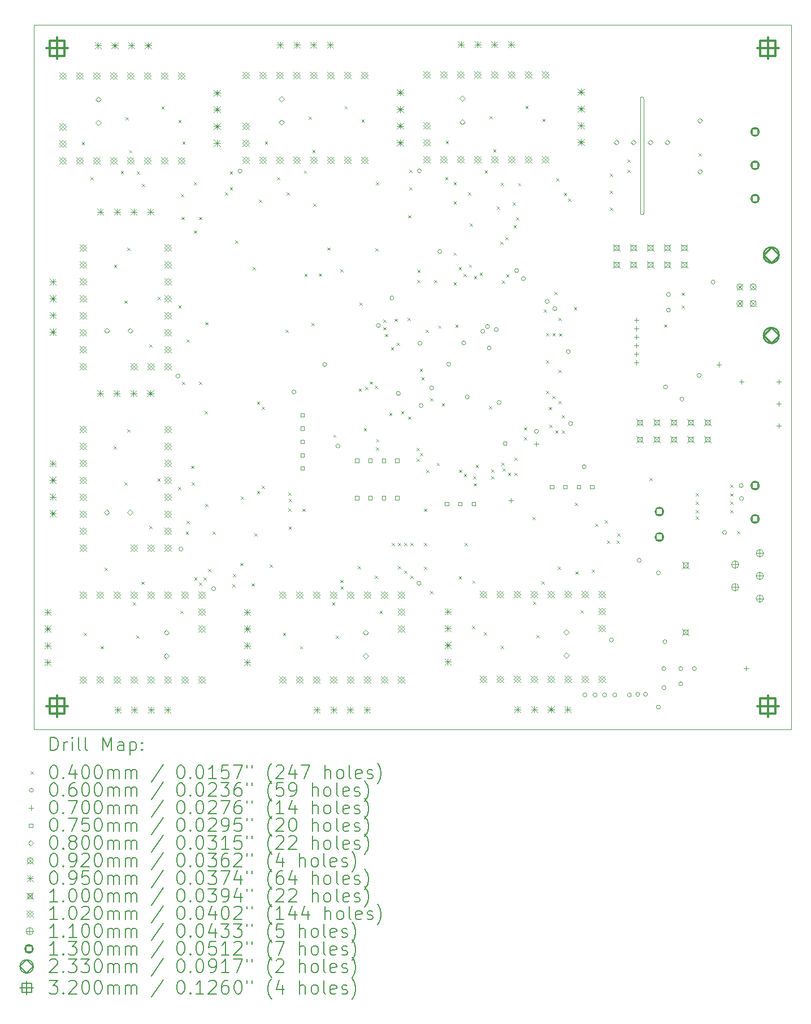
<source format=gbr>
%TF.GenerationSoftware,KiCad,Pcbnew,6.0.10*%
%TF.CreationDate,2023-01-16T16:43:16+03:00*%
%TF.ProjectId,multistepper,6d756c74-6973-4746-9570-7065722e6b69,rev?*%
%TF.SameCoordinates,Original*%
%TF.FileFunction,Drillmap*%
%TF.FilePolarity,Positive*%
%FSLAX45Y45*%
G04 Gerber Fmt 4.5, Leading zero omitted, Abs format (unit mm)*
G04 Created by KiCad (PCBNEW 6.0.10) date 2023-01-16 16:43:16*
%MOMM*%
%LPD*%
G01*
G04 APERTURE LIST*
%ADD10C,0.100000*%
%ADD11C,0.200000*%
%ADD12C,0.040000*%
%ADD13C,0.060000*%
%ADD14C,0.070000*%
%ADD15C,0.075000*%
%ADD16C,0.080000*%
%ADD17C,0.092000*%
%ADD18C,0.095000*%
%ADD19C,0.102000*%
%ADD20C,0.110000*%
%ADD21C,0.130000*%
%ADD22C,0.233000*%
%ADD23C,0.320000*%
G04 APERTURE END LIST*
D10*
X14640000Y-6670000D02*
G75*
G03*
X14690000Y-6670000I25000J0D01*
G01*
X14690000Y-4960000D02*
G75*
G03*
X14640000Y-4960000I-25000J5000D01*
G01*
X14640000Y-4960000D02*
X14640000Y-6670000D01*
X14690000Y-6670000D02*
X14690000Y-4960000D01*
X5550000Y-3850000D02*
X16900000Y-3850000D01*
X16900000Y-3850000D02*
X16900000Y-14400000D01*
X16900000Y-14400000D02*
X5550000Y-14400000D01*
X5550000Y-14400000D02*
X5550000Y-3850000D01*
D11*
D12*
X6270800Y-5601765D02*
X6310800Y-5641765D01*
X6310800Y-5601765D02*
X6270800Y-5641765D01*
X6299292Y-12950800D02*
X6339292Y-12990800D01*
X6339292Y-12950800D02*
X6299292Y-12990800D01*
X6401120Y-6126800D02*
X6441120Y-6166800D01*
X6441120Y-6126800D02*
X6401120Y-6166800D01*
X6553292Y-13150800D02*
X6593292Y-13190800D01*
X6593292Y-13150800D02*
X6553292Y-13190800D01*
X6614480Y-11978960D02*
X6654480Y-12018960D01*
X6654480Y-11978960D02*
X6614480Y-12018960D01*
X6749800Y-10161560D02*
X6789800Y-10201560D01*
X6789800Y-10161560D02*
X6749800Y-10201560D01*
X6752600Y-7442800D02*
X6792600Y-7482800D01*
X6792600Y-7442800D02*
X6752600Y-7482800D01*
X6855000Y-6036765D02*
X6895000Y-6076765D01*
X6895000Y-6036765D02*
X6855000Y-6076765D01*
X6907850Y-10698650D02*
X6947850Y-10738650D01*
X6947850Y-10698650D02*
X6907850Y-10738650D01*
X6910650Y-7979890D02*
X6950650Y-8019890D01*
X6950650Y-7979890D02*
X6910650Y-8019890D01*
X6927510Y-5229615D02*
X6967510Y-5269615D01*
X6967510Y-5229615D02*
X6927510Y-5269615D01*
X6949800Y-9907560D02*
X6989800Y-9947560D01*
X6989800Y-9907560D02*
X6949800Y-9947560D01*
X6952600Y-7188800D02*
X6992600Y-7228800D01*
X6992600Y-7188800D02*
X6952600Y-7228800D01*
X6982000Y-5726885D02*
X7022000Y-5766885D01*
X7022000Y-5726885D02*
X6982000Y-5766885D01*
X7035892Y-12495480D02*
X7075892Y-12535480D01*
X7075892Y-12495480D02*
X7035892Y-12535480D01*
X7090382Y-12992750D02*
X7130382Y-13032750D01*
X7130382Y-12992750D02*
X7090382Y-13032750D01*
X7097080Y-6045520D02*
X7137080Y-6085520D01*
X7137080Y-6045520D02*
X7097080Y-6085520D01*
X7162892Y-12185600D02*
X7202892Y-12225600D01*
X7202892Y-12185600D02*
X7162892Y-12225600D01*
X7174400Y-6228365D02*
X7214400Y-6268365D01*
X7214400Y-6228365D02*
X7174400Y-6268365D01*
X7280000Y-11355360D02*
X7320000Y-11395360D01*
X7320000Y-11355360D02*
X7280000Y-11395360D01*
X7282800Y-8636600D02*
X7322800Y-8676600D01*
X7322800Y-8636600D02*
X7282800Y-8676600D01*
X7405120Y-10644160D02*
X7445120Y-10684160D01*
X7445120Y-10644160D02*
X7405120Y-10684160D01*
X7407920Y-7925400D02*
X7447920Y-7965400D01*
X7447920Y-7925400D02*
X7407920Y-7965400D01*
X7464600Y-5071565D02*
X7504600Y-5111565D01*
X7504600Y-5071565D02*
X7464600Y-5111565D01*
X7715000Y-10771160D02*
X7755000Y-10811160D01*
X7755000Y-10771160D02*
X7715000Y-10811160D01*
X7717800Y-8052400D02*
X7757800Y-8092400D01*
X7757800Y-8052400D02*
X7717800Y-8092400D01*
X7718600Y-5271565D02*
X7758600Y-5311565D01*
X7758600Y-5271565D02*
X7718600Y-5311565D01*
X7747092Y-12620600D02*
X7787092Y-12660600D01*
X7787092Y-12620600D02*
X7747092Y-12660600D01*
X7757480Y-6384790D02*
X7797480Y-6424790D01*
X7797480Y-6384790D02*
X7757480Y-6424790D01*
X7767640Y-6726240D02*
X7807640Y-6766240D01*
X7807640Y-6726240D02*
X7767640Y-6766240D01*
X7772720Y-9195120D02*
X7812720Y-9235120D01*
X7812720Y-9195120D02*
X7772720Y-9235120D01*
X7777800Y-5598480D02*
X7817800Y-5638480D01*
X7817800Y-5598480D02*
X7777800Y-5638480D01*
X7828600Y-11440480D02*
X7868600Y-11480480D01*
X7868600Y-11440480D02*
X7828600Y-11480480D01*
X7838760Y-8560120D02*
X7878760Y-8600120D01*
X7878760Y-8560120D02*
X7838760Y-8600120D01*
X7838760Y-11277920D02*
X7878760Y-11317920D01*
X7878760Y-11277920D02*
X7838760Y-11317920D01*
X7906600Y-10451760D02*
X7946600Y-10491760D01*
X7946600Y-10451760D02*
X7906600Y-10491760D01*
X7920040Y-10698800D02*
X7960040Y-10738800D01*
X7960040Y-10698800D02*
X7920040Y-10738800D01*
X7950520Y-6208080D02*
X7990520Y-6248080D01*
X7990520Y-6208080D02*
X7950520Y-6248080D01*
X7950520Y-6929440D02*
X7990520Y-6969440D01*
X7990520Y-6929440D02*
X7950520Y-6969440D01*
X7955600Y-12126280D02*
X7995600Y-12166280D01*
X7995600Y-12126280D02*
X7955600Y-12166280D01*
X8026720Y-6726240D02*
X8066720Y-6766240D01*
X8066720Y-6726240D02*
X8026720Y-6766240D01*
X8026720Y-9195120D02*
X8066720Y-9235120D01*
X8066720Y-9195120D02*
X8026720Y-9235120D01*
X8026720Y-12197400D02*
X8066720Y-12237400D01*
X8066720Y-12197400D02*
X8026720Y-12237400D01*
X8092760Y-12126280D02*
X8132760Y-12166280D01*
X8132760Y-12126280D02*
X8092760Y-12166280D01*
X8113080Y-9632000D02*
X8153080Y-9672000D01*
X8153080Y-9632000D02*
X8113080Y-9672000D01*
X8123240Y-8301040D02*
X8163240Y-8341040D01*
X8163240Y-8301040D02*
X8123240Y-8341040D01*
X8123240Y-11023920D02*
X8163240Y-11063920D01*
X8163240Y-11023920D02*
X8123240Y-11063920D01*
X8163880Y-11999280D02*
X8203880Y-12039280D01*
X8203880Y-11999280D02*
X8163880Y-12039280D01*
X8229920Y-11435400D02*
X8269920Y-11475400D01*
X8269920Y-11435400D02*
X8229920Y-11475400D01*
X8417880Y-6355400D02*
X8457880Y-6395400D01*
X8457880Y-6355400D02*
X8417880Y-6395400D01*
X8489000Y-6045520D02*
X8529000Y-6085520D01*
X8529000Y-6045520D02*
X8489000Y-6085520D01*
X8489000Y-6284280D02*
X8529000Y-6324280D01*
X8529000Y-6284280D02*
X8489000Y-6324280D01*
X8529640Y-12222800D02*
X8569640Y-12262800D01*
X8569640Y-12222800D02*
X8529640Y-12262800D01*
X8534720Y-12070400D02*
X8574720Y-12110400D01*
X8574720Y-12070400D02*
X8534720Y-12110400D01*
X8570280Y-7076760D02*
X8610280Y-7116760D01*
X8610280Y-7076760D02*
X8570280Y-7116760D01*
X8646480Y-11907840D02*
X8686480Y-11947840D01*
X8686480Y-11907840D02*
X8646480Y-11947840D01*
X8651560Y-10912160D02*
X8691560Y-10952160D01*
X8691560Y-10912160D02*
X8651560Y-10952160D01*
X8814120Y-12212640D02*
X8854120Y-12252640D01*
X8854120Y-12212640D02*
X8814120Y-12252640D01*
X8829360Y-7473000D02*
X8869360Y-7513000D01*
X8869360Y-7473000D02*
X8829360Y-7513000D01*
X8857300Y-11463340D02*
X8897300Y-11503340D01*
X8897300Y-11463340D02*
X8857300Y-11503340D01*
X8895400Y-9489760D02*
X8935400Y-9529760D01*
X8935400Y-9489760D02*
X8895400Y-9529760D01*
X8895400Y-10825800D02*
X8935400Y-10865800D01*
X8935400Y-10825800D02*
X8895400Y-10865800D01*
X8925880Y-6467160D02*
X8965880Y-6507160D01*
X8965880Y-6467160D02*
X8925880Y-6507160D01*
X8966520Y-9565960D02*
X9006520Y-9605960D01*
X9006520Y-9565960D02*
X8966520Y-9605960D01*
X8966520Y-10754680D02*
X9006520Y-10794680D01*
X9006520Y-10754680D02*
X8966520Y-10794680D01*
X9012908Y-5595583D02*
X9052908Y-5635583D01*
X9052908Y-5595583D02*
X9012908Y-5635583D01*
X9083360Y-11928160D02*
X9123360Y-11968160D01*
X9123360Y-11928160D02*
X9083360Y-11968160D01*
X9195120Y-6126800D02*
X9235120Y-6166800D01*
X9235120Y-6126800D02*
X9195120Y-6166800D01*
X9285400Y-12950800D02*
X9325400Y-12990800D01*
X9325400Y-12950800D02*
X9285400Y-12990800D01*
X9322120Y-8417880D02*
X9362120Y-8457880D01*
X9362120Y-8417880D02*
X9322120Y-8457880D01*
X9337360Y-6355400D02*
X9377360Y-6395400D01*
X9377360Y-6355400D02*
X9337360Y-6395400D01*
X9367840Y-10856280D02*
X9407840Y-10896280D01*
X9407840Y-10856280D02*
X9367840Y-10896280D01*
X9367840Y-11089960D02*
X9407840Y-11129960D01*
X9407840Y-11089960D02*
X9367840Y-11129960D01*
X9368253Y-11364280D02*
X9408253Y-11404280D01*
X9408253Y-11364280D02*
X9368253Y-11404280D01*
X9372920Y-10947720D02*
X9412920Y-10987720D01*
X9412920Y-10947720D02*
X9372920Y-10987720D01*
X9539400Y-13150800D02*
X9579400Y-13190800D01*
X9579400Y-13150800D02*
X9539400Y-13190800D01*
X9576120Y-11095040D02*
X9616120Y-11135040D01*
X9616120Y-11095040D02*
X9576120Y-11135040D01*
X9597108Y-6030583D02*
X9637108Y-6070583D01*
X9637108Y-6030583D02*
X9597108Y-6070583D01*
X9606600Y-7574600D02*
X9646600Y-7614600D01*
X9646600Y-7574600D02*
X9606600Y-7614600D01*
X9669618Y-5223433D02*
X9709618Y-5263433D01*
X9709618Y-5223433D02*
X9669618Y-5263433D01*
X9713280Y-8311200D02*
X9753280Y-8351200D01*
X9753280Y-8311200D02*
X9713280Y-8351200D01*
X9724108Y-5720703D02*
X9764108Y-5760703D01*
X9764108Y-5720703D02*
X9724108Y-5760703D01*
X9738680Y-6528120D02*
X9778680Y-6568120D01*
X9778680Y-6528120D02*
X9738680Y-6568120D01*
X9819960Y-7573150D02*
X9859960Y-7613150D01*
X9859960Y-7573150D02*
X9819960Y-7613150D01*
X9946960Y-7183440D02*
X9986960Y-7223440D01*
X9986960Y-7183440D02*
X9946960Y-7223440D01*
X10022000Y-12495480D02*
X10062000Y-12535480D01*
X10062000Y-12495480D02*
X10022000Y-12535480D01*
X10038400Y-9985600D02*
X10078400Y-10025600D01*
X10078400Y-9985600D02*
X10038400Y-10025600D01*
X10076490Y-12992750D02*
X10116490Y-13032750D01*
X10116490Y-12992750D02*
X10076490Y-13032750D01*
X10145080Y-7508560D02*
X10185080Y-7548560D01*
X10185080Y-7508560D02*
X10145080Y-7548560D01*
X10145080Y-12161840D02*
X10185080Y-12201840D01*
X10185080Y-12161840D02*
X10145080Y-12201840D01*
X10149000Y-12258360D02*
X10189000Y-12298360D01*
X10189000Y-12258360D02*
X10149000Y-12298360D01*
X10206708Y-5065383D02*
X10246708Y-5105383D01*
X10246708Y-5065383D02*
X10206708Y-5105383D01*
X10404160Y-11953560D02*
X10444160Y-11993560D01*
X10444160Y-11953560D02*
X10404160Y-11993560D01*
X10419400Y-9296720D02*
X10459400Y-9336720D01*
X10459400Y-9296720D02*
X10419400Y-9336720D01*
X10429560Y-8011480D02*
X10469560Y-8051480D01*
X10469560Y-8011480D02*
X10429560Y-8051480D01*
X10460708Y-5265383D02*
X10500708Y-5305383D01*
X10500708Y-5265383D02*
X10460708Y-5305383D01*
X10495600Y-9886000D02*
X10535600Y-9926000D01*
X10535600Y-9886000D02*
X10495600Y-9926000D01*
X10515980Y-9268953D02*
X10555980Y-9308953D01*
X10555980Y-9268953D02*
X10515980Y-9308953D01*
X10587040Y-9190040D02*
X10627040Y-9230040D01*
X10627040Y-9190040D02*
X10587040Y-9230040D01*
X10663240Y-9256080D02*
X10703240Y-9296080D01*
X10703240Y-9256080D02*
X10663240Y-9296080D01*
X10663240Y-12095800D02*
X10703240Y-12135800D01*
X10703240Y-12095800D02*
X10663240Y-12135800D01*
X10668113Y-7193807D02*
X10708113Y-7233807D01*
X10708113Y-7193807D02*
X10668113Y-7233807D01*
X10678298Y-10175378D02*
X10718298Y-10215378D01*
X10718298Y-10175378D02*
X10678298Y-10215378D01*
X10678480Y-6208080D02*
X10718480Y-6248080D01*
X10718480Y-6208080D02*
X10678480Y-6248080D01*
X10680400Y-10052200D02*
X10720400Y-10092200D01*
X10720400Y-10052200D02*
X10680400Y-10092200D01*
X10733200Y-12620600D02*
X10773200Y-12660600D01*
X10773200Y-12620600D02*
X10733200Y-12660600D01*
X10790240Y-8265480D02*
X10830240Y-8305480D01*
X10830240Y-8265480D02*
X10790240Y-8305480D01*
X10790240Y-8377240D02*
X10830240Y-8417240D01*
X10830240Y-8377240D02*
X10790240Y-8417240D01*
X10815640Y-8478840D02*
X10855640Y-8518840D01*
X10855640Y-8478840D02*
X10815640Y-8518840D01*
X10876600Y-9657400D02*
X10916600Y-9697400D01*
X10916600Y-9657400D02*
X10876600Y-9697400D01*
X10902000Y-8676960D02*
X10942000Y-8716960D01*
X10942000Y-8676960D02*
X10902000Y-8716960D01*
X10912160Y-11608120D02*
X10952160Y-11648120D01*
X10952160Y-11608120D02*
X10912160Y-11648120D01*
X10957880Y-8250240D02*
X10997880Y-8290240D01*
X10997880Y-8250240D02*
X10957880Y-8290240D01*
X10993440Y-8610920D02*
X11033440Y-8650920D01*
X11033440Y-8610920D02*
X10993440Y-8650920D01*
X11008680Y-11608120D02*
X11048680Y-11648120D01*
X11048680Y-11608120D02*
X11008680Y-11648120D01*
X11008680Y-11953560D02*
X11048680Y-11993560D01*
X11048680Y-11953560D02*
X11008680Y-11993560D01*
X11054400Y-9632000D02*
X11094400Y-9672000D01*
X11094400Y-9632000D02*
X11054400Y-9672000D01*
X11100120Y-11608120D02*
X11140120Y-11648120D01*
X11140120Y-11608120D02*
X11100120Y-11648120D01*
X11100120Y-12024680D02*
X11140120Y-12064680D01*
X11140120Y-12024680D02*
X11100120Y-12064680D01*
X11150920Y-8235000D02*
X11190920Y-8275000D01*
X11190920Y-8235000D02*
X11150920Y-8275000D01*
X11161080Y-6700840D02*
X11201080Y-6740840D01*
X11201080Y-6700840D02*
X11161080Y-6740840D01*
X11161500Y-9713700D02*
X11201500Y-9753700D01*
X11201500Y-9713700D02*
X11161500Y-9753700D01*
X11176320Y-6020120D02*
X11216320Y-6060120D01*
X11216320Y-6020120D02*
X11176320Y-6060120D01*
X11176320Y-6284280D02*
X11216320Y-6324280D01*
X11216320Y-6284280D02*
X11176320Y-6324280D01*
X11191560Y-11608120D02*
X11231560Y-11648120D01*
X11231560Y-11608120D02*
X11191560Y-11648120D01*
X11191560Y-12095800D02*
X11231560Y-12135800D01*
X11231560Y-12095800D02*
X11191560Y-12135800D01*
X11289520Y-10182560D02*
X11329520Y-10222560D01*
X11329520Y-10182560D02*
X11289520Y-10222560D01*
X11289520Y-10342560D02*
X11329520Y-10382560D01*
X11329520Y-10342560D02*
X11289520Y-10382560D01*
X11298240Y-7671120D02*
X11338240Y-7711120D01*
X11338240Y-7671120D02*
X11298240Y-7711120D01*
X11300573Y-7516387D02*
X11340573Y-7556387D01*
X11340573Y-7516387D02*
X11300573Y-7556387D01*
X11333800Y-8997000D02*
X11373800Y-9037000D01*
X11373800Y-8997000D02*
X11333800Y-9037000D01*
X11338880Y-10261920D02*
X11378880Y-10301920D01*
X11378880Y-10261920D02*
X11338880Y-10301920D01*
X11359200Y-9124000D02*
X11399200Y-9164000D01*
X11399200Y-9124000D02*
X11359200Y-9164000D01*
X11394760Y-11095040D02*
X11434760Y-11135040D01*
X11434760Y-11095040D02*
X11394760Y-11135040D01*
X11394760Y-11608120D02*
X11434760Y-11648120D01*
X11434760Y-11608120D02*
X11394760Y-11648120D01*
X11394760Y-11964810D02*
X11434760Y-12004810D01*
X11434760Y-11964810D02*
X11394760Y-12004810D01*
X11420160Y-8412800D02*
X11460160Y-8452800D01*
X11460160Y-8412800D02*
X11420160Y-8452800D01*
X11430320Y-10515920D02*
X11470320Y-10555920D01*
X11470320Y-10515920D02*
X11430320Y-10555920D01*
X11491280Y-9438850D02*
X11531280Y-9478850D01*
X11531280Y-9438850D02*
X11491280Y-9478850D01*
X11491280Y-12324400D02*
X11531280Y-12364400D01*
X11531280Y-12324400D02*
X11491280Y-12364400D01*
X11547160Y-7671120D02*
X11587160Y-7711120D01*
X11587160Y-7671120D02*
X11547160Y-7711120D01*
X11587800Y-10409240D02*
X11627800Y-10449240D01*
X11627800Y-10409240D02*
X11587800Y-10449240D01*
X11613200Y-8351840D02*
X11653200Y-8391840D01*
X11653200Y-8351840D02*
X11613200Y-8391840D01*
X11664000Y-9513160D02*
X11704000Y-9553160D01*
X11704000Y-9513160D02*
X11664000Y-9553160D01*
X11714800Y-6126800D02*
X11754800Y-6166800D01*
X11754800Y-6126800D02*
X11714800Y-6166800D01*
X11723445Y-5589400D02*
X11763445Y-5629400D01*
X11763445Y-5589400D02*
X11723445Y-5629400D01*
X11841800Y-6208080D02*
X11881800Y-6248080D01*
X11881800Y-6208080D02*
X11841800Y-6248080D01*
X11841800Y-6492560D02*
X11881800Y-6532560D01*
X11881800Y-6492560D02*
X11841800Y-6532560D01*
X11841800Y-7259640D02*
X11881800Y-7299640D01*
X11881800Y-7259640D02*
X11841800Y-7299640D01*
X11841800Y-7701600D02*
X11881800Y-7741600D01*
X11881800Y-7701600D02*
X11841800Y-7741600D01*
X11867200Y-8336600D02*
X11907200Y-8376600D01*
X11907200Y-8336600D02*
X11867200Y-8376600D01*
X11918000Y-7473000D02*
X11958000Y-7513000D01*
X11958000Y-7473000D02*
X11918000Y-7513000D01*
X11918000Y-12105960D02*
X11958000Y-12145960D01*
X11958000Y-12105960D02*
X11918000Y-12145960D01*
X11923080Y-10510840D02*
X11963080Y-10550840D01*
X11963080Y-10510840D02*
X11923080Y-10550840D01*
X11987950Y-7579680D02*
X12027950Y-7619680D01*
X12027950Y-7579680D02*
X11987950Y-7619680D01*
X11994200Y-10571800D02*
X12034200Y-10611800D01*
X12034200Y-10571800D02*
X11994200Y-10611800D01*
X12009440Y-11608120D02*
X12049440Y-11648120D01*
X12049440Y-11608120D02*
X12009440Y-11648120D01*
X12055160Y-6355400D02*
X12095160Y-6395400D01*
X12095160Y-6355400D02*
X12055160Y-6395400D01*
X12070400Y-7437440D02*
X12110400Y-7477440D01*
X12110400Y-7437440D02*
X12070400Y-7477440D01*
X12085640Y-6822760D02*
X12125640Y-6862760D01*
X12125640Y-6822760D02*
X12085640Y-6862760D01*
X12116120Y-12852720D02*
X12156120Y-12892720D01*
X12156120Y-12852720D02*
X12116120Y-12892720D01*
X12121200Y-12170910D02*
X12161200Y-12210910D01*
X12161200Y-12170910D02*
X12121200Y-12210910D01*
X12136440Y-10607360D02*
X12176440Y-10647360D01*
X12176440Y-10607360D02*
X12136440Y-10647360D01*
X12141727Y-10714247D02*
X12181727Y-10754247D01*
X12181727Y-10714247D02*
X12141727Y-10754247D01*
X12146600Y-7612700D02*
X12186600Y-7652700D01*
X12186600Y-7612700D02*
X12146600Y-7652700D01*
X12170910Y-10439720D02*
X12210910Y-10479720D01*
X12210910Y-10439720D02*
X12170910Y-10479720D01*
X12230801Y-7558295D02*
X12270801Y-7598295D01*
X12270801Y-7558295D02*
X12230801Y-7598295D01*
X12291400Y-12944800D02*
X12331400Y-12984800D01*
X12331400Y-12944800D02*
X12291400Y-12984800D01*
X12307645Y-6024400D02*
X12347645Y-6064400D01*
X12347645Y-6024400D02*
X12307645Y-6064400D01*
X12370120Y-9560880D02*
X12410120Y-9600880D01*
X12410120Y-9560880D02*
X12370120Y-9600880D01*
X12380155Y-5217250D02*
X12420155Y-5257250D01*
X12420155Y-5217250D02*
X12380155Y-5257250D01*
X12401690Y-10503771D02*
X12441690Y-10543771D01*
X12441690Y-10503771D02*
X12401690Y-10543771D01*
X12401690Y-10607360D02*
X12441690Y-10647360D01*
X12441690Y-10607360D02*
X12401690Y-10647360D01*
X12434645Y-5714520D02*
X12474645Y-5754520D01*
X12474645Y-5714520D02*
X12434645Y-5754520D01*
X12492040Y-6568760D02*
X12532040Y-6608760D01*
X12532040Y-6568760D02*
X12492040Y-6608760D01*
X12537760Y-7097080D02*
X12577760Y-7137080D01*
X12577760Y-7097080D02*
X12537760Y-7137080D01*
X12545400Y-13144800D02*
X12585400Y-13184800D01*
X12585400Y-13144800D02*
X12545400Y-13184800D01*
X12547045Y-6216000D02*
X12587045Y-6256000D01*
X12587045Y-6216000D02*
X12547045Y-6256000D01*
X12558080Y-10404160D02*
X12598080Y-10444160D01*
X12598080Y-10404160D02*
X12558080Y-10444160D01*
X12568240Y-7681280D02*
X12608240Y-7721280D01*
X12608240Y-7681280D02*
X12568240Y-7721280D01*
X12576420Y-10492238D02*
X12616420Y-10532238D01*
X12616420Y-10492238D02*
X12576420Y-10532238D01*
X12619040Y-7025960D02*
X12659040Y-7065960D01*
X12659040Y-7025960D02*
X12619040Y-7065960D01*
X12629200Y-7583670D02*
X12669200Y-7623670D01*
X12669200Y-7583670D02*
X12629200Y-7623670D01*
X12654600Y-10558550D02*
X12694600Y-10598550D01*
X12694600Y-10558550D02*
X12654600Y-10598550D01*
X12725720Y-6512880D02*
X12765720Y-6552880D01*
X12765720Y-6512880D02*
X12725720Y-6552880D01*
X12737980Y-6848160D02*
X12777980Y-6888160D01*
X12777980Y-6848160D02*
X12737980Y-6888160D01*
X12749600Y-10331050D02*
X12789600Y-10371050D01*
X12789600Y-10331050D02*
X12749600Y-10371050D01*
X12749600Y-10558550D02*
X12789600Y-10598550D01*
X12789600Y-10558550D02*
X12749600Y-10598550D01*
X12776520Y-6731320D02*
X12816520Y-6771320D01*
X12816520Y-6731320D02*
X12776520Y-6771320D01*
X12807000Y-6218240D02*
X12847000Y-6258240D01*
X12847000Y-6218240D02*
X12807000Y-6258240D01*
X12893360Y-9875840D02*
X12933360Y-9915840D01*
X12933360Y-9875840D02*
X12893360Y-9915840D01*
X12893360Y-10023160D02*
X12933360Y-10063160D01*
X12933360Y-10023160D02*
X12893360Y-10063160D01*
X12917245Y-5059200D02*
X12957245Y-5099200D01*
X12957245Y-5059200D02*
X12917245Y-5099200D01*
X13025440Y-11216960D02*
X13065440Y-11256960D01*
X13065440Y-11216960D02*
X13025440Y-11256960D01*
X13028000Y-12489480D02*
X13068000Y-12529480D01*
X13068000Y-12489480D02*
X13028000Y-12529480D01*
X13082490Y-12986750D02*
X13122490Y-13026750D01*
X13122490Y-12986750D02*
X13082490Y-13026750D01*
X13155000Y-12179600D02*
X13195000Y-12219600D01*
X13195000Y-12179600D02*
X13155000Y-12219600D01*
X13171245Y-5259200D02*
X13211245Y-5299200D01*
X13211245Y-5259200D02*
X13171245Y-5299200D01*
X13193080Y-8108000D02*
X13233080Y-8148000D01*
X13233080Y-8108000D02*
X13193080Y-8148000D01*
X13223300Y-8463600D02*
X13263300Y-8503600D01*
X13263300Y-8463600D02*
X13223300Y-8503600D01*
X13223560Y-8870000D02*
X13263560Y-8910000D01*
X13263560Y-8870000D02*
X13223560Y-8910000D01*
X13223560Y-9327200D02*
X13263560Y-9367200D01*
X13263560Y-9327200D02*
X13223560Y-9367200D01*
X13269280Y-9571040D02*
X13309280Y-9611040D01*
X13309280Y-9571040D02*
X13269280Y-9611040D01*
X13274360Y-9835200D02*
X13314360Y-9875200D01*
X13314360Y-9835200D02*
X13274360Y-9875200D01*
X13320080Y-9403400D02*
X13360080Y-9443400D01*
X13360080Y-9403400D02*
X13320080Y-9443400D01*
X13323250Y-8463600D02*
X13363250Y-8503600D01*
X13363250Y-8463600D02*
X13323250Y-8503600D01*
X13355640Y-7849950D02*
X13395640Y-7889950D01*
X13395640Y-7849950D02*
X13355640Y-7889950D01*
X13365800Y-9923550D02*
X13405800Y-9963550D01*
X13405800Y-9923550D02*
X13365800Y-9963550D01*
X13375960Y-6147120D02*
X13415960Y-6187120D01*
X13415960Y-6147120D02*
X13375960Y-6187120D01*
X13406440Y-11963720D02*
X13446440Y-12003720D01*
X13446440Y-11963720D02*
X13406440Y-12003720D01*
X13411520Y-9479600D02*
X13451520Y-9519600D01*
X13451520Y-9479600D02*
X13411520Y-9519600D01*
X13413300Y-8236100D02*
X13453300Y-8276100D01*
X13453300Y-8236100D02*
X13413300Y-8276100D01*
X13413300Y-9016150D02*
X13453300Y-9056150D01*
X13453300Y-9016150D02*
X13413300Y-9056150D01*
X13420000Y-8470000D02*
X13460000Y-8510000D01*
X13460000Y-8470000D02*
X13420000Y-8510000D01*
X13460800Y-9696050D02*
X13500800Y-9736050D01*
X13500800Y-9696050D02*
X13460800Y-9736050D01*
X13460800Y-9923550D02*
X13500800Y-9963550D01*
X13500800Y-9923550D02*
X13460800Y-9963550D01*
X13492800Y-6365560D02*
X13532800Y-6405560D01*
X13532800Y-6365560D02*
X13492800Y-6405560D01*
X13558840Y-6451920D02*
X13598840Y-6491920D01*
X13598840Y-6451920D02*
X13558840Y-6491920D01*
X13645200Y-8077519D02*
X13685200Y-8117519D01*
X13685200Y-8077519D02*
X13645200Y-8117519D01*
X13660440Y-11003600D02*
X13700440Y-11043600D01*
X13700440Y-11003600D02*
X13660440Y-11043600D01*
X13665520Y-12034840D02*
X13705520Y-12074840D01*
X13705520Y-12034840D02*
X13665520Y-12074840D01*
X13739200Y-12614600D02*
X13779200Y-12654600D01*
X13779200Y-12614600D02*
X13739200Y-12654600D01*
X13914440Y-12004360D02*
X13954440Y-12044360D01*
X13954440Y-12004360D02*
X13914440Y-12044360D01*
X13960160Y-11318560D02*
X14000160Y-11358560D01*
X14000160Y-11318560D02*
X13960160Y-11358560D01*
X14107480Y-11267760D02*
X14147480Y-11307760D01*
X14147480Y-11267760D02*
X14107480Y-11307760D01*
X14137960Y-11572560D02*
X14177960Y-11612560D01*
X14177960Y-11572560D02*
X14137960Y-11612560D01*
X14183300Y-6076000D02*
X14223300Y-6116000D01*
X14223300Y-6076000D02*
X14183300Y-6116000D01*
X14183300Y-6330000D02*
X14223300Y-6370000D01*
X14223300Y-6330000D02*
X14183300Y-6370000D01*
X14183300Y-6584000D02*
X14223300Y-6624000D01*
X14223300Y-6584000D02*
X14183300Y-6624000D01*
X14285280Y-11572560D02*
X14325280Y-11612560D01*
X14325280Y-11572560D02*
X14285280Y-11612560D01*
X14290360Y-11465880D02*
X14330360Y-11505880D01*
X14330360Y-11465880D02*
X14290360Y-11505880D01*
X14442760Y-5866470D02*
X14482760Y-5906470D01*
X14482760Y-5866470D02*
X14442760Y-5906470D01*
X14442760Y-6020120D02*
X14482760Y-6060120D01*
X14482760Y-6020120D02*
X14442760Y-6060120D01*
X14778040Y-10632760D02*
X14818040Y-10672760D01*
X14818040Y-10632760D02*
X14778040Y-10672760D01*
X14996480Y-8334800D02*
X15036480Y-8374800D01*
X15036480Y-8334800D02*
X14996480Y-8374800D01*
X15258650Y-7861200D02*
X15298650Y-7901200D01*
X15298650Y-7861200D02*
X15258650Y-7901200D01*
X15258650Y-8051200D02*
X15298650Y-8091200D01*
X15298650Y-8051200D02*
X15258650Y-8091200D01*
X15468920Y-11206800D02*
X15508920Y-11246800D01*
X15508920Y-11206800D02*
X15468920Y-11246800D01*
X15470500Y-10863900D02*
X15510500Y-10903900D01*
X15510500Y-10863900D02*
X15470500Y-10903900D01*
X15470500Y-10990900D02*
X15510500Y-11030900D01*
X15510500Y-10990900D02*
X15470500Y-11030900D01*
X15470500Y-11117900D02*
X15510500Y-11157900D01*
X15510500Y-11117900D02*
X15470500Y-11157900D01*
X15509560Y-5773800D02*
X15549560Y-5813800D01*
X15549560Y-5773800D02*
X15509560Y-5813800D01*
X15985500Y-10736900D02*
X16025500Y-10776900D01*
X16025500Y-10736900D02*
X15985500Y-10776900D01*
X15987080Y-10866440D02*
X16027080Y-10906440D01*
X16027080Y-10866440D02*
X15987080Y-10906440D01*
X15987080Y-10988360D02*
X16027080Y-11028360D01*
X16027080Y-10988360D02*
X15987080Y-11028360D01*
X15987080Y-11115360D02*
X16027080Y-11155360D01*
X16027080Y-11115360D02*
X15987080Y-11155360D01*
X16088680Y-11430320D02*
X16128680Y-11470320D01*
X16128680Y-11430320D02*
X16088680Y-11470320D01*
D13*
X7741440Y-9108440D02*
G75*
G03*
X7741440Y-9108440I-30000J0D01*
G01*
X7787160Y-11699240D02*
G75*
G03*
X7787160Y-11699240I-30000J0D01*
G01*
X8274840Y-12293600D02*
G75*
G03*
X8274840Y-12293600I-30000J0D01*
G01*
X8671080Y-6040120D02*
G75*
G03*
X8671080Y-6040120I-30000J0D01*
G01*
X9478800Y-9347200D02*
G75*
G03*
X9478800Y-9347200I-30000J0D01*
G01*
X9941080Y-8935720D02*
G75*
G03*
X9941080Y-8935720I-30000J0D01*
G01*
X10139200Y-10154920D02*
G75*
G03*
X10139200Y-10154920I-30000J0D01*
G01*
X10743720Y-8351520D02*
G75*
G03*
X10743720Y-8351520I-30000J0D01*
G01*
X10946920Y-7940040D02*
G75*
G03*
X10946920Y-7940040I-30000J0D01*
G01*
X11043440Y-9367520D02*
G75*
G03*
X11043440Y-9367520I-30000J0D01*
G01*
X11353320Y-12212320D02*
G75*
G03*
X11353320Y-12212320I-30000J0D01*
G01*
X11358400Y-6035040D02*
G75*
G03*
X11358400Y-6035040I-30000J0D01*
G01*
X11368560Y-8615680D02*
G75*
G03*
X11368560Y-8615680I-30000J0D01*
G01*
X11383800Y-9550400D02*
G75*
G03*
X11383800Y-9550400I-30000J0D01*
G01*
X11541280Y-9286350D02*
G75*
G03*
X11541280Y-9286350I-30000J0D01*
G01*
X11663200Y-7244080D02*
G75*
G03*
X11663200Y-7244080I-30000J0D01*
G01*
X11798360Y-8930640D02*
G75*
G03*
X11798360Y-8930640I-30000J0D01*
G01*
X12023880Y-8610600D02*
G75*
G03*
X12023880Y-8610600I-30000J0D01*
G01*
X12074680Y-9420210D02*
G75*
G03*
X12074680Y-9420210I-30000J0D01*
G01*
X12308360Y-8437880D02*
G75*
G03*
X12308360Y-8437880I-30000J0D01*
G01*
X12379480Y-8366760D02*
G75*
G03*
X12379480Y-8366760I-30000J0D01*
G01*
X12403480Y-8686800D02*
G75*
G03*
X12403480Y-8686800I-30000J0D01*
G01*
X12511560Y-8412480D02*
G75*
G03*
X12511560Y-8412480I-30000J0D01*
G01*
X12552200Y-9504680D02*
G75*
G03*
X12552200Y-9504680I-30000J0D01*
G01*
X12643640Y-10119360D02*
G75*
G03*
X12643640Y-10119360I-30000J0D01*
G01*
X12816360Y-7528560D02*
G75*
G03*
X12816360Y-7528560I-30000J0D01*
G01*
X12917960Y-7650480D02*
G75*
G03*
X12917960Y-7650480I-30000J0D01*
G01*
X13111000Y-9936480D02*
G75*
G03*
X13111000Y-9936480I-30000J0D01*
G01*
X13272542Y-7992542D02*
G75*
G03*
X13272542Y-7992542I-30000J0D01*
G01*
X13387860Y-8097520D02*
G75*
G03*
X13387860Y-8097520I-30000J0D01*
G01*
X13588520Y-8742680D02*
G75*
G03*
X13588520Y-8742680I-30000J0D01*
G01*
X13624080Y-9819640D02*
G75*
G03*
X13624080Y-9819640I-30000J0D01*
G01*
X13827280Y-10464800D02*
G75*
G03*
X13827280Y-10464800I-30000J0D01*
G01*
X13837440Y-13883640D02*
G75*
G03*
X13837440Y-13883640I-30000J0D01*
G01*
X13989840Y-13883640D02*
G75*
G03*
X13989840Y-13883640I-30000J0D01*
G01*
X14132080Y-13883640D02*
G75*
G03*
X14132080Y-13883640I-30000J0D01*
G01*
X14233680Y-13060680D02*
G75*
G03*
X14233680Y-13060680I-30000J0D01*
G01*
X14284480Y-13883640D02*
G75*
G03*
X14284480Y-13883640I-30000J0D01*
G01*
X14504300Y-13883640D02*
G75*
G03*
X14504300Y-13883640I-30000J0D01*
G01*
X14629920Y-13873480D02*
G75*
G03*
X14629920Y-13873480I-30000J0D01*
G01*
X14650240Y-11866880D02*
G75*
G03*
X14650240Y-11866880I-30000J0D01*
G01*
X14746760Y-13873480D02*
G75*
G03*
X14746760Y-13873480I-30000J0D01*
G01*
X14938813Y-14065533D02*
G75*
G03*
X14938813Y-14065533I-30000J0D01*
G01*
X14939800Y-12054840D02*
G75*
G03*
X14939800Y-12054840I-30000J0D01*
G01*
X15021080Y-13487400D02*
G75*
G03*
X15021080Y-13487400I-30000J0D01*
G01*
X15021080Y-13774900D02*
G75*
G03*
X15021080Y-13774900I-30000J0D01*
G01*
X15036320Y-13086080D02*
G75*
G03*
X15036320Y-13086080I-30000J0D01*
G01*
X15046480Y-9272800D02*
G75*
G03*
X15046480Y-9272800I-30000J0D01*
G01*
X15090000Y-7887040D02*
G75*
G03*
X15090000Y-7887040I-30000J0D01*
G01*
X15090000Y-8120000D02*
G75*
G03*
X15090000Y-8120000I-30000J0D01*
G01*
X15275000Y-13487400D02*
G75*
G03*
X15275000Y-13487400I-30000J0D01*
G01*
X15275000Y-13717400D02*
G75*
G03*
X15275000Y-13717400I-30000J0D01*
G01*
X15290320Y-9453880D02*
G75*
G03*
X15290320Y-9453880I-30000J0D01*
G01*
X15478280Y-13487400D02*
G75*
G03*
X15478280Y-13487400I-30000J0D01*
G01*
X15549790Y-9097360D02*
G75*
G03*
X15549790Y-9097360I-30000J0D01*
G01*
X15757680Y-7701280D02*
G75*
G03*
X15757680Y-7701280I-30000J0D01*
G01*
X15930400Y-11450320D02*
G75*
G03*
X15930400Y-11450320I-30000J0D01*
G01*
X16178240Y-10748200D02*
G75*
G03*
X16178240Y-10748200I-30000J0D01*
G01*
X16184400Y-10942320D02*
G75*
G03*
X16184400Y-10942320I-30000J0D01*
G01*
D14*
X12700000Y-10937800D02*
X12700000Y-11007800D01*
X12665000Y-10972800D02*
X12735000Y-10972800D01*
X13081000Y-10089440D02*
X13081000Y-10159440D01*
X13046000Y-10124440D02*
X13116000Y-10124440D01*
X14582100Y-8232700D02*
X14582100Y-8302700D01*
X14547100Y-8267700D02*
X14617100Y-8267700D01*
X14582100Y-8359700D02*
X14582100Y-8429700D01*
X14547100Y-8394700D02*
X14617100Y-8394700D01*
X14582100Y-8486700D02*
X14582100Y-8556700D01*
X14547100Y-8521700D02*
X14617100Y-8521700D01*
X14582100Y-8613700D02*
X14582100Y-8683700D01*
X14547100Y-8648700D02*
X14617100Y-8648700D01*
X14582100Y-8740700D02*
X14582100Y-8810700D01*
X14547100Y-8775700D02*
X14617100Y-8775700D01*
X14582100Y-8867700D02*
X14582100Y-8937700D01*
X14547100Y-8902700D02*
X14617100Y-8902700D01*
X15816750Y-8899800D02*
X15816750Y-8969800D01*
X15781750Y-8934800D02*
X15851750Y-8934800D01*
X16154400Y-9159800D02*
X16154400Y-9229800D01*
X16119400Y-9194800D02*
X16189400Y-9194800D01*
X16225520Y-13447320D02*
X16225520Y-13517320D01*
X16190520Y-13482320D02*
X16260520Y-13482320D01*
X16713200Y-9159800D02*
X16713200Y-9229800D01*
X16678200Y-9194800D02*
X16748200Y-9194800D01*
X16713200Y-9490000D02*
X16713200Y-9560000D01*
X16678200Y-9525000D02*
X16748200Y-9525000D01*
X16713200Y-9820200D02*
X16713200Y-9890200D01*
X16678200Y-9855200D02*
X16748200Y-9855200D01*
D15*
X9602317Y-9716717D02*
X9602317Y-9663683D01*
X9549283Y-9663683D01*
X9549283Y-9716717D01*
X9602317Y-9716717D01*
X9602317Y-9916717D02*
X9602317Y-9863683D01*
X9549283Y-9863683D01*
X9549283Y-9916717D01*
X9602317Y-9916717D01*
X9602317Y-10116717D02*
X9602317Y-10063683D01*
X9549283Y-10063683D01*
X9549283Y-10116717D01*
X9602317Y-10116717D01*
X9602317Y-10316717D02*
X9602317Y-10263683D01*
X9549283Y-10263683D01*
X9549283Y-10316717D01*
X9602317Y-10316717D01*
X9602317Y-10516717D02*
X9602317Y-10463683D01*
X9549283Y-10463683D01*
X9549283Y-10516717D01*
X9602317Y-10516717D01*
X10419917Y-10399877D02*
X10419917Y-10346843D01*
X10366883Y-10346843D01*
X10366883Y-10399877D01*
X10419917Y-10399877D01*
X10419917Y-10958677D02*
X10419917Y-10905643D01*
X10366883Y-10905643D01*
X10366883Y-10958677D01*
X10419917Y-10958677D01*
X10619917Y-10399877D02*
X10619917Y-10346843D01*
X10566883Y-10346843D01*
X10566883Y-10399877D01*
X10619917Y-10399877D01*
X10619917Y-10958677D02*
X10619917Y-10905643D01*
X10566883Y-10905643D01*
X10566883Y-10958677D01*
X10619917Y-10958677D01*
X10819917Y-10399877D02*
X10819917Y-10346843D01*
X10766883Y-10346843D01*
X10766883Y-10399877D01*
X10819917Y-10399877D01*
X10819917Y-10958677D02*
X10819917Y-10905643D01*
X10766883Y-10905643D01*
X10766883Y-10958677D01*
X10819917Y-10958677D01*
X11019917Y-10399877D02*
X11019917Y-10346843D01*
X10966883Y-10346843D01*
X10966883Y-10399877D01*
X11019917Y-10399877D01*
X11019917Y-10958677D02*
X11019917Y-10905643D01*
X10966883Y-10905643D01*
X10966883Y-10958677D01*
X11019917Y-10958677D01*
X11764517Y-11045917D02*
X11764517Y-10992883D01*
X11711483Y-10992883D01*
X11711483Y-11045917D01*
X11764517Y-11045917D01*
X11964517Y-11045917D02*
X11964517Y-10992883D01*
X11911483Y-10992883D01*
X11911483Y-11045917D01*
X11964517Y-11045917D01*
X12164517Y-11045917D02*
X12164517Y-10992883D01*
X12111483Y-10992883D01*
X12111483Y-11045917D01*
X12164517Y-11045917D01*
X13340917Y-10796997D02*
X13340917Y-10743963D01*
X13287883Y-10743963D01*
X13287883Y-10796997D01*
X13340917Y-10796997D01*
X13540917Y-10796997D02*
X13540917Y-10743963D01*
X13487883Y-10743963D01*
X13487883Y-10796997D01*
X13540917Y-10796997D01*
X13740917Y-10796997D02*
X13740917Y-10743963D01*
X13687883Y-10743963D01*
X13687883Y-10796997D01*
X13740917Y-10796997D01*
X13940917Y-10796997D02*
X13940917Y-10743963D01*
X13887883Y-10743963D01*
X13887883Y-10796997D01*
X13940917Y-10796997D01*
D16*
X6519400Y-5004565D02*
X6559400Y-4964565D01*
X6519400Y-4924565D01*
X6479400Y-4964565D01*
X6519400Y-5004565D01*
X6519400Y-5354565D02*
X6559400Y-5314565D01*
X6519400Y-5274565D01*
X6479400Y-5314565D01*
X6519400Y-5354565D01*
X6642800Y-11186760D02*
X6682800Y-11146760D01*
X6642800Y-11106760D01*
X6602800Y-11146760D01*
X6642800Y-11186760D01*
X6645600Y-8468000D02*
X6685600Y-8428000D01*
X6645600Y-8388000D01*
X6605600Y-8428000D01*
X6645600Y-8468000D01*
X6992800Y-11186760D02*
X7032800Y-11146760D01*
X6992800Y-11106760D01*
X6952800Y-11146760D01*
X6992800Y-11186760D01*
X6995600Y-8468000D02*
X7035600Y-8428000D01*
X6995600Y-8388000D01*
X6955600Y-8428000D01*
X6995600Y-8468000D01*
X7538492Y-12987800D02*
X7578492Y-12947800D01*
X7538492Y-12907800D01*
X7498492Y-12947800D01*
X7538492Y-12987800D01*
X7538492Y-13337800D02*
X7578492Y-13297800D01*
X7538492Y-13257800D01*
X7498492Y-13297800D01*
X7538492Y-13337800D01*
X9261508Y-4998383D02*
X9301508Y-4958383D01*
X9261508Y-4918383D01*
X9221508Y-4958383D01*
X9261508Y-4998383D01*
X9261508Y-5348383D02*
X9301508Y-5308383D01*
X9261508Y-5268383D01*
X9221508Y-5308383D01*
X9261508Y-5348383D01*
X10524600Y-12987800D02*
X10564600Y-12947800D01*
X10524600Y-12907800D01*
X10484600Y-12947800D01*
X10524600Y-12987800D01*
X10524600Y-13337800D02*
X10564600Y-13297800D01*
X10524600Y-13257800D01*
X10484600Y-13297800D01*
X10524600Y-13337800D01*
X11972045Y-4992200D02*
X12012045Y-4952200D01*
X11972045Y-4912200D01*
X11932045Y-4952200D01*
X11972045Y-4992200D01*
X11972045Y-5342200D02*
X12012045Y-5302200D01*
X11972045Y-5262200D01*
X11932045Y-5302200D01*
X11972045Y-5342200D01*
X13530600Y-12981800D02*
X13570600Y-12941800D01*
X13530600Y-12901800D01*
X13490600Y-12941800D01*
X13530600Y-12981800D01*
X13530600Y-13331800D02*
X13570600Y-13291800D01*
X13530600Y-13251800D01*
X13490600Y-13291800D01*
X13530600Y-13331800D01*
X14279880Y-5648320D02*
X14319880Y-5608320D01*
X14279880Y-5568320D01*
X14239880Y-5608320D01*
X14279880Y-5648320D01*
X14533880Y-5648320D02*
X14573880Y-5608320D01*
X14533880Y-5568320D01*
X14493880Y-5608320D01*
X14533880Y-5648320D01*
X14787880Y-5648320D02*
X14827880Y-5608320D01*
X14787880Y-5568320D01*
X14747880Y-5608320D01*
X14787880Y-5648320D01*
X15041880Y-5648320D02*
X15081880Y-5608320D01*
X15041880Y-5568320D01*
X15001880Y-5608320D01*
X15041880Y-5648320D01*
X15529560Y-5323200D02*
X15569560Y-5283200D01*
X15529560Y-5243200D01*
X15489560Y-5283200D01*
X15529560Y-5323200D01*
X15529560Y-6085200D02*
X15569560Y-6045200D01*
X15529560Y-6005200D01*
X15489560Y-6045200D01*
X15529560Y-6085200D01*
D17*
X16083000Y-7727000D02*
X16175000Y-7819000D01*
X16175000Y-7727000D02*
X16083000Y-7819000D01*
X16175000Y-7773000D02*
G75*
G03*
X16175000Y-7773000I-46000J0D01*
G01*
X16083000Y-7977000D02*
X16175000Y-8069000D01*
X16175000Y-7977000D02*
X16083000Y-8069000D01*
X16175000Y-8023000D02*
G75*
G03*
X16175000Y-8023000I-46000J0D01*
G01*
X16283000Y-7727000D02*
X16375000Y-7819000D01*
X16375000Y-7727000D02*
X16283000Y-7819000D01*
X16375000Y-7773000D02*
G75*
G03*
X16375000Y-7773000I-46000J0D01*
G01*
X16283000Y-7977000D02*
X16375000Y-8069000D01*
X16375000Y-7977000D02*
X16283000Y-8069000D01*
X16375000Y-8023000D02*
G75*
G03*
X16375000Y-8023000I-46000J0D01*
G01*
D18*
X5712992Y-12595900D02*
X5807992Y-12690900D01*
X5807992Y-12595900D02*
X5712992Y-12690900D01*
X5760492Y-12595900D02*
X5760492Y-12690900D01*
X5712992Y-12643400D02*
X5807992Y-12643400D01*
X5712992Y-12845900D02*
X5807992Y-12940900D01*
X5807992Y-12845900D02*
X5712992Y-12940900D01*
X5760492Y-12845900D02*
X5760492Y-12940900D01*
X5712992Y-12893400D02*
X5807992Y-12893400D01*
X5712992Y-13095900D02*
X5807992Y-13190900D01*
X5807992Y-13095900D02*
X5712992Y-13190900D01*
X5760492Y-13095900D02*
X5760492Y-13190900D01*
X5712992Y-13143400D02*
X5807992Y-13143400D01*
X5712992Y-13345900D02*
X5807992Y-13440900D01*
X5807992Y-13345900D02*
X5712992Y-13440900D01*
X5760492Y-13345900D02*
X5760492Y-13440900D01*
X5712992Y-13393400D02*
X5807992Y-13393400D01*
X5787100Y-10368660D02*
X5882100Y-10463660D01*
X5882100Y-10368660D02*
X5787100Y-10463660D01*
X5834600Y-10368660D02*
X5834600Y-10463660D01*
X5787100Y-10416160D02*
X5882100Y-10416160D01*
X5787100Y-10618660D02*
X5882100Y-10713660D01*
X5882100Y-10618660D02*
X5787100Y-10713660D01*
X5834600Y-10618660D02*
X5834600Y-10713660D01*
X5787100Y-10666160D02*
X5882100Y-10666160D01*
X5787100Y-10868660D02*
X5882100Y-10963660D01*
X5882100Y-10868660D02*
X5787100Y-10963660D01*
X5834600Y-10868660D02*
X5834600Y-10963660D01*
X5787100Y-10916160D02*
X5882100Y-10916160D01*
X5787100Y-11118660D02*
X5882100Y-11213660D01*
X5882100Y-11118660D02*
X5787100Y-11213660D01*
X5834600Y-11118660D02*
X5834600Y-11213660D01*
X5787100Y-11166160D02*
X5882100Y-11166160D01*
X5789900Y-7649900D02*
X5884900Y-7744900D01*
X5884900Y-7649900D02*
X5789900Y-7744900D01*
X5837400Y-7649900D02*
X5837400Y-7744900D01*
X5789900Y-7697400D02*
X5884900Y-7697400D01*
X5789900Y-7899900D02*
X5884900Y-7994900D01*
X5884900Y-7899900D02*
X5789900Y-7994900D01*
X5837400Y-7899900D02*
X5837400Y-7994900D01*
X5789900Y-7947400D02*
X5884900Y-7947400D01*
X5789900Y-8149900D02*
X5884900Y-8244900D01*
X5884900Y-8149900D02*
X5789900Y-8244900D01*
X5837400Y-8149900D02*
X5837400Y-8244900D01*
X5789900Y-8197400D02*
X5884900Y-8197400D01*
X5789900Y-8399900D02*
X5884900Y-8494900D01*
X5884900Y-8399900D02*
X5789900Y-8494900D01*
X5837400Y-8399900D02*
X5837400Y-8494900D01*
X5789900Y-8447400D02*
X5884900Y-8447400D01*
X6466900Y-4108865D02*
X6561900Y-4203865D01*
X6561900Y-4108865D02*
X6466900Y-4203865D01*
X6514400Y-4108865D02*
X6514400Y-4203865D01*
X6466900Y-4156365D02*
X6561900Y-4156365D01*
X6499700Y-9321260D02*
X6594700Y-9416260D01*
X6594700Y-9321260D02*
X6499700Y-9416260D01*
X6547200Y-9321260D02*
X6547200Y-9416260D01*
X6499700Y-9368760D02*
X6594700Y-9368760D01*
X6502500Y-6602500D02*
X6597500Y-6697500D01*
X6597500Y-6602500D02*
X6502500Y-6697500D01*
X6550000Y-6602500D02*
X6550000Y-6697500D01*
X6502500Y-6650000D02*
X6597500Y-6650000D01*
X6716900Y-4108865D02*
X6811900Y-4203865D01*
X6811900Y-4108865D02*
X6716900Y-4203865D01*
X6764400Y-4108865D02*
X6764400Y-4203865D01*
X6716900Y-4156365D02*
X6811900Y-4156365D01*
X6749700Y-9321260D02*
X6844700Y-9416260D01*
X6844700Y-9321260D02*
X6749700Y-9416260D01*
X6797200Y-9321260D02*
X6797200Y-9416260D01*
X6749700Y-9368760D02*
X6844700Y-9368760D01*
X6752500Y-6602500D02*
X6847500Y-6697500D01*
X6847500Y-6602500D02*
X6752500Y-6697500D01*
X6800000Y-6602500D02*
X6800000Y-6697500D01*
X6752500Y-6650000D02*
X6847500Y-6650000D01*
X6760392Y-14058500D02*
X6855392Y-14153500D01*
X6855392Y-14058500D02*
X6760392Y-14153500D01*
X6807892Y-14058500D02*
X6807892Y-14153500D01*
X6760392Y-14106000D02*
X6855392Y-14106000D01*
X6966900Y-4108865D02*
X7061900Y-4203865D01*
X7061900Y-4108865D02*
X6966900Y-4203865D01*
X7014400Y-4108865D02*
X7014400Y-4203865D01*
X6966900Y-4156365D02*
X7061900Y-4156365D01*
X6999700Y-9321260D02*
X7094700Y-9416260D01*
X7094700Y-9321260D02*
X6999700Y-9416260D01*
X7047200Y-9321260D02*
X7047200Y-9416260D01*
X6999700Y-9368760D02*
X7094700Y-9368760D01*
X7002500Y-6602500D02*
X7097500Y-6697500D01*
X7097500Y-6602500D02*
X7002500Y-6697500D01*
X7050000Y-6602500D02*
X7050000Y-6697500D01*
X7002500Y-6650000D02*
X7097500Y-6650000D01*
X7010392Y-14058500D02*
X7105392Y-14153500D01*
X7105392Y-14058500D02*
X7010392Y-14153500D01*
X7057892Y-14058500D02*
X7057892Y-14153500D01*
X7010392Y-14106000D02*
X7105392Y-14106000D01*
X7216900Y-4108865D02*
X7311900Y-4203865D01*
X7311900Y-4108865D02*
X7216900Y-4203865D01*
X7264400Y-4108865D02*
X7264400Y-4203865D01*
X7216900Y-4156365D02*
X7311900Y-4156365D01*
X7249700Y-9321260D02*
X7344700Y-9416260D01*
X7344700Y-9321260D02*
X7249700Y-9416260D01*
X7297200Y-9321260D02*
X7297200Y-9416260D01*
X7249700Y-9368760D02*
X7344700Y-9368760D01*
X7252500Y-6602500D02*
X7347500Y-6697500D01*
X7347500Y-6602500D02*
X7252500Y-6697500D01*
X7300000Y-6602500D02*
X7300000Y-6697500D01*
X7252500Y-6650000D02*
X7347500Y-6650000D01*
X7260392Y-14058500D02*
X7355392Y-14153500D01*
X7355392Y-14058500D02*
X7260392Y-14153500D01*
X7307892Y-14058500D02*
X7307892Y-14153500D01*
X7260392Y-14106000D02*
X7355392Y-14106000D01*
X7510392Y-14058500D02*
X7605392Y-14153500D01*
X7605392Y-14058500D02*
X7510392Y-14153500D01*
X7557892Y-14058500D02*
X7557892Y-14153500D01*
X7510392Y-14106000D02*
X7605392Y-14106000D01*
X8249900Y-4821465D02*
X8344900Y-4916465D01*
X8344900Y-4821465D02*
X8249900Y-4916465D01*
X8297400Y-4821465D02*
X8297400Y-4916465D01*
X8249900Y-4868965D02*
X8344900Y-4868965D01*
X8249900Y-5071465D02*
X8344900Y-5166465D01*
X8344900Y-5071465D02*
X8249900Y-5166465D01*
X8297400Y-5071465D02*
X8297400Y-5166465D01*
X8249900Y-5118965D02*
X8344900Y-5118965D01*
X8249900Y-5321465D02*
X8344900Y-5416465D01*
X8344900Y-5321465D02*
X8249900Y-5416465D01*
X8297400Y-5321465D02*
X8297400Y-5416465D01*
X8249900Y-5368965D02*
X8344900Y-5368965D01*
X8249900Y-5571465D02*
X8344900Y-5666465D01*
X8344900Y-5571465D02*
X8249900Y-5666465D01*
X8297400Y-5571465D02*
X8297400Y-5666465D01*
X8249900Y-5618965D02*
X8344900Y-5618965D01*
X8699100Y-12595900D02*
X8794100Y-12690900D01*
X8794100Y-12595900D02*
X8699100Y-12690900D01*
X8746600Y-12595900D02*
X8746600Y-12690900D01*
X8699100Y-12643400D02*
X8794100Y-12643400D01*
X8699100Y-12845900D02*
X8794100Y-12940900D01*
X8794100Y-12845900D02*
X8699100Y-12940900D01*
X8746600Y-12845900D02*
X8746600Y-12940900D01*
X8699100Y-12893400D02*
X8794100Y-12893400D01*
X8699100Y-13095900D02*
X8794100Y-13190900D01*
X8794100Y-13095900D02*
X8699100Y-13190900D01*
X8746600Y-13095900D02*
X8746600Y-13190900D01*
X8699100Y-13143400D02*
X8794100Y-13143400D01*
X8699100Y-13345900D02*
X8794100Y-13440900D01*
X8794100Y-13345900D02*
X8699100Y-13440900D01*
X8746600Y-13345900D02*
X8746600Y-13440900D01*
X8699100Y-13393400D02*
X8794100Y-13393400D01*
X9194608Y-4102683D02*
X9289608Y-4197683D01*
X9289608Y-4102683D02*
X9194608Y-4197683D01*
X9242108Y-4102683D02*
X9242108Y-4197683D01*
X9194608Y-4150183D02*
X9289608Y-4150183D01*
X9444608Y-4102683D02*
X9539608Y-4197683D01*
X9539608Y-4102683D02*
X9444608Y-4197683D01*
X9492108Y-4102683D02*
X9492108Y-4197683D01*
X9444608Y-4150183D02*
X9539608Y-4150183D01*
X9694608Y-4102683D02*
X9789608Y-4197683D01*
X9789608Y-4102683D02*
X9694608Y-4197683D01*
X9742108Y-4102683D02*
X9742108Y-4197683D01*
X9694608Y-4150183D02*
X9789608Y-4150183D01*
X9746500Y-14058500D02*
X9841500Y-14153500D01*
X9841500Y-14058500D02*
X9746500Y-14153500D01*
X9794000Y-14058500D02*
X9794000Y-14153500D01*
X9746500Y-14106000D02*
X9841500Y-14106000D01*
X9944608Y-4102683D02*
X10039608Y-4197683D01*
X10039608Y-4102683D02*
X9944608Y-4197683D01*
X9992108Y-4102683D02*
X9992108Y-4197683D01*
X9944608Y-4150183D02*
X10039608Y-4150183D01*
X9996500Y-14058500D02*
X10091500Y-14153500D01*
X10091500Y-14058500D02*
X9996500Y-14153500D01*
X10044000Y-14058500D02*
X10044000Y-14153500D01*
X9996500Y-14106000D02*
X10091500Y-14106000D01*
X10246500Y-14058500D02*
X10341500Y-14153500D01*
X10341500Y-14058500D02*
X10246500Y-14153500D01*
X10294000Y-14058500D02*
X10294000Y-14153500D01*
X10246500Y-14106000D02*
X10341500Y-14106000D01*
X10496500Y-14058500D02*
X10591500Y-14153500D01*
X10591500Y-14058500D02*
X10496500Y-14153500D01*
X10544000Y-14058500D02*
X10544000Y-14153500D01*
X10496500Y-14106000D02*
X10591500Y-14106000D01*
X10992008Y-4815283D02*
X11087008Y-4910283D01*
X11087008Y-4815283D02*
X10992008Y-4910283D01*
X11039508Y-4815283D02*
X11039508Y-4910283D01*
X10992008Y-4862783D02*
X11087008Y-4862783D01*
X10992008Y-5065283D02*
X11087008Y-5160283D01*
X11087008Y-5065283D02*
X10992008Y-5160283D01*
X11039508Y-5065283D02*
X11039508Y-5160283D01*
X10992008Y-5112783D02*
X11087008Y-5112783D01*
X10992008Y-5315283D02*
X11087008Y-5410283D01*
X11087008Y-5315283D02*
X10992008Y-5410283D01*
X11039508Y-5315283D02*
X11039508Y-5410283D01*
X10992008Y-5362783D02*
X11087008Y-5362783D01*
X10992008Y-5565283D02*
X11087008Y-5660283D01*
X11087008Y-5565283D02*
X10992008Y-5660283D01*
X11039508Y-5565283D02*
X11039508Y-5660283D01*
X10992008Y-5612783D02*
X11087008Y-5612783D01*
X11705100Y-12589900D02*
X11800100Y-12684900D01*
X11800100Y-12589900D02*
X11705100Y-12684900D01*
X11752600Y-12589900D02*
X11752600Y-12684900D01*
X11705100Y-12637400D02*
X11800100Y-12637400D01*
X11705100Y-12839900D02*
X11800100Y-12934900D01*
X11800100Y-12839900D02*
X11705100Y-12934900D01*
X11752600Y-12839900D02*
X11752600Y-12934900D01*
X11705100Y-12887400D02*
X11800100Y-12887400D01*
X11705100Y-13089900D02*
X11800100Y-13184900D01*
X11800100Y-13089900D02*
X11705100Y-13184900D01*
X11752600Y-13089900D02*
X11752600Y-13184900D01*
X11705100Y-13137400D02*
X11800100Y-13137400D01*
X11705100Y-13339900D02*
X11800100Y-13434900D01*
X11800100Y-13339900D02*
X11705100Y-13434900D01*
X11752600Y-13339900D02*
X11752600Y-13434900D01*
X11705100Y-13387400D02*
X11800100Y-13387400D01*
X11905145Y-4096500D02*
X12000145Y-4191500D01*
X12000145Y-4096500D02*
X11905145Y-4191500D01*
X11952645Y-4096500D02*
X11952645Y-4191500D01*
X11905145Y-4144000D02*
X12000145Y-4144000D01*
X12155145Y-4096500D02*
X12250145Y-4191500D01*
X12250145Y-4096500D02*
X12155145Y-4191500D01*
X12202645Y-4096500D02*
X12202645Y-4191500D01*
X12155145Y-4144000D02*
X12250145Y-4144000D01*
X12405145Y-4096500D02*
X12500145Y-4191500D01*
X12500145Y-4096500D02*
X12405145Y-4191500D01*
X12452645Y-4096500D02*
X12452645Y-4191500D01*
X12405145Y-4144000D02*
X12500145Y-4144000D01*
X12655145Y-4096500D02*
X12750145Y-4191500D01*
X12750145Y-4096500D02*
X12655145Y-4191500D01*
X12702645Y-4096500D02*
X12702645Y-4191500D01*
X12655145Y-4144000D02*
X12750145Y-4144000D01*
X12752500Y-14052500D02*
X12847500Y-14147500D01*
X12847500Y-14052500D02*
X12752500Y-14147500D01*
X12800000Y-14052500D02*
X12800000Y-14147500D01*
X12752500Y-14100000D02*
X12847500Y-14100000D01*
X13002500Y-14052500D02*
X13097500Y-14147500D01*
X13097500Y-14052500D02*
X13002500Y-14147500D01*
X13050000Y-14052500D02*
X13050000Y-14147500D01*
X13002500Y-14100000D02*
X13097500Y-14100000D01*
X13252500Y-14052500D02*
X13347500Y-14147500D01*
X13347500Y-14052500D02*
X13252500Y-14147500D01*
X13300000Y-14052500D02*
X13300000Y-14147500D01*
X13252500Y-14100000D02*
X13347500Y-14100000D01*
X13502500Y-14052500D02*
X13597500Y-14147500D01*
X13597500Y-14052500D02*
X13502500Y-14147500D01*
X13550000Y-14052500D02*
X13550000Y-14147500D01*
X13502500Y-14100000D02*
X13597500Y-14100000D01*
X13702545Y-4809100D02*
X13797545Y-4904100D01*
X13797545Y-4809100D02*
X13702545Y-4904100D01*
X13750045Y-4809100D02*
X13750045Y-4904100D01*
X13702545Y-4856600D02*
X13797545Y-4856600D01*
X13702545Y-5059100D02*
X13797545Y-5154100D01*
X13797545Y-5059100D02*
X13702545Y-5154100D01*
X13750045Y-5059100D02*
X13750045Y-5154100D01*
X13702545Y-5106600D02*
X13797545Y-5106600D01*
X13702545Y-5309100D02*
X13797545Y-5404100D01*
X13797545Y-5309100D02*
X13702545Y-5404100D01*
X13750045Y-5309100D02*
X13750045Y-5404100D01*
X13702545Y-5356600D02*
X13797545Y-5356600D01*
X13702545Y-5559100D02*
X13797545Y-5654100D01*
X13797545Y-5559100D02*
X13702545Y-5654100D01*
X13750045Y-5559100D02*
X13750045Y-5654100D01*
X13702545Y-5606600D02*
X13797545Y-5606600D01*
D10*
X14229880Y-7134070D02*
X14329880Y-7234070D01*
X14329880Y-7134070D02*
X14229880Y-7234070D01*
X14315236Y-7219426D02*
X14315236Y-7148714D01*
X14244524Y-7148714D01*
X14244524Y-7219426D01*
X14315236Y-7219426D01*
X14229880Y-7388070D02*
X14329880Y-7488070D01*
X14329880Y-7388070D02*
X14229880Y-7488070D01*
X14315236Y-7473426D02*
X14315236Y-7402714D01*
X14244524Y-7402714D01*
X14244524Y-7473426D01*
X14315236Y-7473426D01*
X14483880Y-7134070D02*
X14583880Y-7234070D01*
X14583880Y-7134070D02*
X14483880Y-7234070D01*
X14569236Y-7219426D02*
X14569236Y-7148714D01*
X14498524Y-7148714D01*
X14498524Y-7219426D01*
X14569236Y-7219426D01*
X14483880Y-7388070D02*
X14583880Y-7488070D01*
X14583880Y-7388070D02*
X14483880Y-7488070D01*
X14569236Y-7473426D02*
X14569236Y-7402714D01*
X14498524Y-7402714D01*
X14498524Y-7473426D01*
X14569236Y-7473426D01*
X14580400Y-9754400D02*
X14680400Y-9854400D01*
X14680400Y-9754400D02*
X14580400Y-9854400D01*
X14665756Y-9839756D02*
X14665756Y-9769044D01*
X14595044Y-9769044D01*
X14595044Y-9839756D01*
X14665756Y-9839756D01*
X14580400Y-10008400D02*
X14680400Y-10108400D01*
X14680400Y-10008400D02*
X14580400Y-10108400D01*
X14665756Y-10093756D02*
X14665756Y-10023044D01*
X14595044Y-10023044D01*
X14595044Y-10093756D01*
X14665756Y-10093756D01*
X14737880Y-7134070D02*
X14837880Y-7234070D01*
X14837880Y-7134070D02*
X14737880Y-7234070D01*
X14823236Y-7219426D02*
X14823236Y-7148714D01*
X14752524Y-7148714D01*
X14752524Y-7219426D01*
X14823236Y-7219426D01*
X14737880Y-7388070D02*
X14837880Y-7488070D01*
X14837880Y-7388070D02*
X14737880Y-7488070D01*
X14823236Y-7473426D02*
X14823236Y-7402714D01*
X14752524Y-7402714D01*
X14752524Y-7473426D01*
X14823236Y-7473426D01*
X14834400Y-9754400D02*
X14934400Y-9854400D01*
X14934400Y-9754400D02*
X14834400Y-9854400D01*
X14919756Y-9839756D02*
X14919756Y-9769044D01*
X14849044Y-9769044D01*
X14849044Y-9839756D01*
X14919756Y-9839756D01*
X14834400Y-10008400D02*
X14934400Y-10108400D01*
X14934400Y-10008400D02*
X14834400Y-10108400D01*
X14919756Y-10093756D02*
X14919756Y-10023044D01*
X14849044Y-10023044D01*
X14849044Y-10093756D01*
X14919756Y-10093756D01*
X14991880Y-7134070D02*
X15091880Y-7234070D01*
X15091880Y-7134070D02*
X14991880Y-7234070D01*
X15077236Y-7219426D02*
X15077236Y-7148714D01*
X15006524Y-7148714D01*
X15006524Y-7219426D01*
X15077236Y-7219426D01*
X14991880Y-7388070D02*
X15091880Y-7488070D01*
X15091880Y-7388070D02*
X14991880Y-7488070D01*
X15077236Y-7473426D02*
X15077236Y-7402714D01*
X15006524Y-7402714D01*
X15006524Y-7473426D01*
X15077236Y-7473426D01*
X15088400Y-9754400D02*
X15188400Y-9854400D01*
X15188400Y-9754400D02*
X15088400Y-9854400D01*
X15173756Y-9839756D02*
X15173756Y-9769044D01*
X15103044Y-9769044D01*
X15103044Y-9839756D01*
X15173756Y-9839756D01*
X15088400Y-10008400D02*
X15188400Y-10108400D01*
X15188400Y-10008400D02*
X15088400Y-10108400D01*
X15173756Y-10093756D02*
X15173756Y-10023044D01*
X15103044Y-10023044D01*
X15103044Y-10093756D01*
X15173756Y-10093756D01*
X15245880Y-7134070D02*
X15345880Y-7234070D01*
X15345880Y-7134070D02*
X15245880Y-7234070D01*
X15331236Y-7219426D02*
X15331236Y-7148714D01*
X15260524Y-7148714D01*
X15260524Y-7219426D01*
X15331236Y-7219426D01*
X15245880Y-7388070D02*
X15345880Y-7488070D01*
X15345880Y-7388070D02*
X15245880Y-7488070D01*
X15331236Y-7473426D02*
X15331236Y-7402714D01*
X15260524Y-7402714D01*
X15260524Y-7473426D01*
X15331236Y-7473426D01*
X15266200Y-11890920D02*
X15366200Y-11990920D01*
X15366200Y-11890920D02*
X15266200Y-11990920D01*
X15351556Y-11976276D02*
X15351556Y-11905564D01*
X15280844Y-11905564D01*
X15280844Y-11976276D01*
X15351556Y-11976276D01*
X15266200Y-12890920D02*
X15366200Y-12990920D01*
X15366200Y-12890920D02*
X15266200Y-12990920D01*
X15351556Y-12976276D02*
X15351556Y-12905564D01*
X15280844Y-12905564D01*
X15280844Y-12976276D01*
X15351556Y-12976276D01*
X15342400Y-9754400D02*
X15442400Y-9854400D01*
X15442400Y-9754400D02*
X15342400Y-9854400D01*
X15427756Y-9839756D02*
X15427756Y-9769044D01*
X15357044Y-9769044D01*
X15357044Y-9839756D01*
X15427756Y-9839756D01*
X15342400Y-10008400D02*
X15442400Y-10108400D01*
X15442400Y-10008400D02*
X15342400Y-10108400D01*
X15427756Y-10093756D02*
X15427756Y-10023044D01*
X15357044Y-10023044D01*
X15357044Y-10093756D01*
X15427756Y-10093756D01*
X15596400Y-9754400D02*
X15696400Y-9854400D01*
X15696400Y-9754400D02*
X15596400Y-9854400D01*
X15681756Y-9839756D02*
X15681756Y-9769044D01*
X15611044Y-9769044D01*
X15611044Y-9839756D01*
X15681756Y-9839756D01*
X15596400Y-10008400D02*
X15696400Y-10108400D01*
X15696400Y-10008400D02*
X15596400Y-10108400D01*
X15681756Y-10093756D02*
X15681756Y-10023044D01*
X15611044Y-10023044D01*
X15611044Y-10093756D01*
X15681756Y-10093756D01*
D19*
X5935000Y-4557965D02*
X6037000Y-4659965D01*
X6037000Y-4557965D02*
X5935000Y-4659965D01*
X5986000Y-4659965D02*
X6037000Y-4608965D01*
X5986000Y-4557965D01*
X5935000Y-4608965D01*
X5986000Y-4659965D01*
X5935000Y-5319965D02*
X6037000Y-5421965D01*
X6037000Y-5319965D02*
X5935000Y-5421965D01*
X5986000Y-5421965D02*
X6037000Y-5370965D01*
X5986000Y-5319965D01*
X5935000Y-5370965D01*
X5986000Y-5421965D01*
X5935000Y-5573965D02*
X6037000Y-5675965D01*
X6037000Y-5573965D02*
X5935000Y-5675965D01*
X5986000Y-5675965D02*
X6037000Y-5624965D01*
X5986000Y-5573965D01*
X5935000Y-5624965D01*
X5986000Y-5675965D01*
X5935000Y-5827965D02*
X6037000Y-5929965D01*
X6037000Y-5827965D02*
X5935000Y-5929965D01*
X5986000Y-5929965D02*
X6037000Y-5878965D01*
X5986000Y-5827965D01*
X5935000Y-5878965D01*
X5986000Y-5929965D01*
X6189000Y-4557965D02*
X6291000Y-4659965D01*
X6291000Y-4557965D02*
X6189000Y-4659965D01*
X6240000Y-4659965D02*
X6291000Y-4608965D01*
X6240000Y-4557965D01*
X6189000Y-4608965D01*
X6240000Y-4659965D01*
X6189000Y-5827965D02*
X6291000Y-5929965D01*
X6291000Y-5827965D02*
X6189000Y-5929965D01*
X6240000Y-5929965D02*
X6291000Y-5878965D01*
X6240000Y-5827965D01*
X6189000Y-5878965D01*
X6240000Y-5929965D01*
X6236200Y-9851160D02*
X6338200Y-9953160D01*
X6338200Y-9851160D02*
X6236200Y-9953160D01*
X6287200Y-9953160D02*
X6338200Y-9902160D01*
X6287200Y-9851160D01*
X6236200Y-9902160D01*
X6287200Y-9953160D01*
X6236200Y-10105160D02*
X6338200Y-10207160D01*
X6338200Y-10105160D02*
X6236200Y-10207160D01*
X6287200Y-10207160D02*
X6338200Y-10156160D01*
X6287200Y-10105160D01*
X6236200Y-10156160D01*
X6287200Y-10207160D01*
X6236200Y-10359160D02*
X6338200Y-10461160D01*
X6338200Y-10359160D02*
X6236200Y-10461160D01*
X6287200Y-10461160D02*
X6338200Y-10410160D01*
X6287200Y-10359160D01*
X6236200Y-10410160D01*
X6287200Y-10461160D01*
X6236200Y-10613160D02*
X6338200Y-10715160D01*
X6338200Y-10613160D02*
X6236200Y-10715160D01*
X6287200Y-10715160D02*
X6338200Y-10664160D01*
X6287200Y-10613160D01*
X6236200Y-10664160D01*
X6287200Y-10715160D01*
X6236200Y-10867160D02*
X6338200Y-10969160D01*
X6338200Y-10867160D02*
X6236200Y-10969160D01*
X6287200Y-10969160D02*
X6338200Y-10918160D01*
X6287200Y-10867160D01*
X6236200Y-10918160D01*
X6287200Y-10969160D01*
X6236200Y-11121160D02*
X6338200Y-11223160D01*
X6338200Y-11121160D02*
X6236200Y-11223160D01*
X6287200Y-11223160D02*
X6338200Y-11172160D01*
X6287200Y-11121160D01*
X6236200Y-11172160D01*
X6287200Y-11223160D01*
X6236200Y-11375160D02*
X6338200Y-11477160D01*
X6338200Y-11375160D02*
X6236200Y-11477160D01*
X6287200Y-11477160D02*
X6338200Y-11426160D01*
X6287200Y-11375160D01*
X6236200Y-11426160D01*
X6287200Y-11477160D01*
X6236200Y-11629160D02*
X6338200Y-11731160D01*
X6338200Y-11629160D02*
X6236200Y-11731160D01*
X6287200Y-11731160D02*
X6338200Y-11680160D01*
X6287200Y-11629160D01*
X6236200Y-11680160D01*
X6287200Y-11731160D01*
X6239000Y-7132400D02*
X6341000Y-7234400D01*
X6341000Y-7132400D02*
X6239000Y-7234400D01*
X6290000Y-7234400D02*
X6341000Y-7183400D01*
X6290000Y-7132400D01*
X6239000Y-7183400D01*
X6290000Y-7234400D01*
X6239000Y-7386400D02*
X6341000Y-7488400D01*
X6341000Y-7386400D02*
X6239000Y-7488400D01*
X6290000Y-7488400D02*
X6341000Y-7437400D01*
X6290000Y-7386400D01*
X6239000Y-7437400D01*
X6290000Y-7488400D01*
X6239000Y-7640400D02*
X6341000Y-7742400D01*
X6341000Y-7640400D02*
X6239000Y-7742400D01*
X6290000Y-7742400D02*
X6341000Y-7691400D01*
X6290000Y-7640400D01*
X6239000Y-7691400D01*
X6290000Y-7742400D01*
X6239000Y-7894400D02*
X6341000Y-7996400D01*
X6341000Y-7894400D02*
X6239000Y-7996400D01*
X6290000Y-7996400D02*
X6341000Y-7945400D01*
X6290000Y-7894400D01*
X6239000Y-7945400D01*
X6290000Y-7996400D01*
X6239000Y-8148400D02*
X6341000Y-8250400D01*
X6341000Y-8148400D02*
X6239000Y-8250400D01*
X6290000Y-8250400D02*
X6341000Y-8199400D01*
X6290000Y-8148400D01*
X6239000Y-8199400D01*
X6290000Y-8250400D01*
X6239000Y-8402400D02*
X6341000Y-8504400D01*
X6341000Y-8402400D02*
X6239000Y-8504400D01*
X6290000Y-8504400D02*
X6341000Y-8453400D01*
X6290000Y-8402400D01*
X6239000Y-8453400D01*
X6290000Y-8504400D01*
X6239000Y-8656400D02*
X6341000Y-8758400D01*
X6341000Y-8656400D02*
X6239000Y-8758400D01*
X6290000Y-8758400D02*
X6341000Y-8707400D01*
X6290000Y-8656400D01*
X6239000Y-8707400D01*
X6290000Y-8758400D01*
X6239000Y-8910400D02*
X6341000Y-9012400D01*
X6341000Y-8910400D02*
X6239000Y-9012400D01*
X6290000Y-9012400D02*
X6341000Y-8961400D01*
X6290000Y-8910400D01*
X6239000Y-8961400D01*
X6290000Y-9012400D01*
X6242892Y-12332400D02*
X6344892Y-12434400D01*
X6344892Y-12332400D02*
X6242892Y-12434400D01*
X6293892Y-12434400D02*
X6344892Y-12383400D01*
X6293892Y-12332400D01*
X6242892Y-12383400D01*
X6293892Y-12434400D01*
X6242892Y-13602400D02*
X6344892Y-13704400D01*
X6344892Y-13602400D02*
X6242892Y-13704400D01*
X6293892Y-13704400D02*
X6344892Y-13653400D01*
X6293892Y-13602400D01*
X6242892Y-13653400D01*
X6293892Y-13704400D01*
X6443000Y-4557965D02*
X6545000Y-4659965D01*
X6545000Y-4557965D02*
X6443000Y-4659965D01*
X6494000Y-4659965D02*
X6545000Y-4608965D01*
X6494000Y-4557965D01*
X6443000Y-4608965D01*
X6494000Y-4659965D01*
X6443000Y-5827965D02*
X6545000Y-5929965D01*
X6545000Y-5827965D02*
X6443000Y-5929965D01*
X6494000Y-5929965D02*
X6545000Y-5878965D01*
X6494000Y-5827965D01*
X6443000Y-5878965D01*
X6494000Y-5929965D01*
X6496892Y-12332400D02*
X6598892Y-12434400D01*
X6598892Y-12332400D02*
X6496892Y-12434400D01*
X6547892Y-12434400D02*
X6598892Y-12383400D01*
X6547892Y-12332400D01*
X6496892Y-12383400D01*
X6547892Y-12434400D01*
X6496892Y-13602400D02*
X6598892Y-13704400D01*
X6598892Y-13602400D02*
X6496892Y-13704400D01*
X6547892Y-13704400D02*
X6598892Y-13653400D01*
X6547892Y-13602400D01*
X6496892Y-13653400D01*
X6547892Y-13704400D01*
X6697000Y-4557965D02*
X6799000Y-4659965D01*
X6799000Y-4557965D02*
X6697000Y-4659965D01*
X6748000Y-4659965D02*
X6799000Y-4608965D01*
X6748000Y-4557965D01*
X6697000Y-4608965D01*
X6748000Y-4659965D01*
X6697000Y-5827965D02*
X6799000Y-5929965D01*
X6799000Y-5827965D02*
X6697000Y-5929965D01*
X6748000Y-5929965D02*
X6799000Y-5878965D01*
X6748000Y-5827965D01*
X6697000Y-5878965D01*
X6748000Y-5929965D01*
X6750892Y-12332400D02*
X6852892Y-12434400D01*
X6852892Y-12332400D02*
X6750892Y-12434400D01*
X6801892Y-12434400D02*
X6852892Y-12383400D01*
X6801892Y-12332400D01*
X6750892Y-12383400D01*
X6801892Y-12434400D01*
X6750892Y-13602400D02*
X6852892Y-13704400D01*
X6852892Y-13602400D02*
X6750892Y-13704400D01*
X6801892Y-13704400D02*
X6852892Y-13653400D01*
X6801892Y-13602400D01*
X6750892Y-13653400D01*
X6801892Y-13704400D01*
X6951000Y-4557965D02*
X7053000Y-4659965D01*
X7053000Y-4557965D02*
X6951000Y-4659965D01*
X7002000Y-4659965D02*
X7053000Y-4608965D01*
X7002000Y-4557965D01*
X6951000Y-4608965D01*
X7002000Y-4659965D01*
X6951000Y-5827965D02*
X7053000Y-5929965D01*
X7053000Y-5827965D02*
X6951000Y-5929965D01*
X7002000Y-5929965D02*
X7053000Y-5878965D01*
X7002000Y-5827965D01*
X6951000Y-5878965D01*
X7002000Y-5929965D01*
X6998200Y-11629160D02*
X7100200Y-11731160D01*
X7100200Y-11629160D02*
X6998200Y-11731160D01*
X7049200Y-11731160D02*
X7100200Y-11680160D01*
X7049200Y-11629160D01*
X6998200Y-11680160D01*
X7049200Y-11731160D01*
X7001000Y-8910400D02*
X7103000Y-9012400D01*
X7103000Y-8910400D02*
X7001000Y-9012400D01*
X7052000Y-9012400D02*
X7103000Y-8961400D01*
X7052000Y-8910400D01*
X7001000Y-8961400D01*
X7052000Y-9012400D01*
X7004892Y-12332400D02*
X7106892Y-12434400D01*
X7106892Y-12332400D02*
X7004892Y-12434400D01*
X7055892Y-12434400D02*
X7106892Y-12383400D01*
X7055892Y-12332400D01*
X7004892Y-12383400D01*
X7055892Y-12434400D01*
X7004892Y-13602400D02*
X7106892Y-13704400D01*
X7106892Y-13602400D02*
X7004892Y-13704400D01*
X7055892Y-13704400D02*
X7106892Y-13653400D01*
X7055892Y-13602400D01*
X7004892Y-13653400D01*
X7055892Y-13704400D01*
X7205000Y-4557965D02*
X7307000Y-4659965D01*
X7307000Y-4557965D02*
X7205000Y-4659965D01*
X7256000Y-4659965D02*
X7307000Y-4608965D01*
X7256000Y-4557965D01*
X7205000Y-4608965D01*
X7256000Y-4659965D01*
X7205000Y-5827965D02*
X7307000Y-5929965D01*
X7307000Y-5827965D02*
X7205000Y-5929965D01*
X7256000Y-5929965D02*
X7307000Y-5878965D01*
X7256000Y-5827965D01*
X7205000Y-5878965D01*
X7256000Y-5929965D01*
X7252200Y-11629160D02*
X7354200Y-11731160D01*
X7354200Y-11629160D02*
X7252200Y-11731160D01*
X7303200Y-11731160D02*
X7354200Y-11680160D01*
X7303200Y-11629160D01*
X7252200Y-11680160D01*
X7303200Y-11731160D01*
X7255000Y-8910400D02*
X7357000Y-9012400D01*
X7357000Y-8910400D02*
X7255000Y-9012400D01*
X7306000Y-9012400D02*
X7357000Y-8961400D01*
X7306000Y-8910400D01*
X7255000Y-8961400D01*
X7306000Y-9012400D01*
X7258892Y-12332400D02*
X7360892Y-12434400D01*
X7360892Y-12332400D02*
X7258892Y-12434400D01*
X7309892Y-12434400D02*
X7360892Y-12383400D01*
X7309892Y-12332400D01*
X7258892Y-12383400D01*
X7309892Y-12434400D01*
X7258892Y-13602400D02*
X7360892Y-13704400D01*
X7360892Y-13602400D02*
X7258892Y-13704400D01*
X7309892Y-13704400D02*
X7360892Y-13653400D01*
X7309892Y-13602400D01*
X7258892Y-13653400D01*
X7309892Y-13704400D01*
X7459000Y-4557965D02*
X7561000Y-4659965D01*
X7561000Y-4557965D02*
X7459000Y-4659965D01*
X7510000Y-4659965D02*
X7561000Y-4608965D01*
X7510000Y-4557965D01*
X7459000Y-4608965D01*
X7510000Y-4659965D01*
X7459000Y-5827965D02*
X7561000Y-5929965D01*
X7561000Y-5827965D02*
X7459000Y-5929965D01*
X7510000Y-5929965D02*
X7561000Y-5878965D01*
X7510000Y-5827965D01*
X7459000Y-5878965D01*
X7510000Y-5929965D01*
X7506200Y-9851160D02*
X7608200Y-9953160D01*
X7608200Y-9851160D02*
X7506200Y-9953160D01*
X7557200Y-9953160D02*
X7608200Y-9902160D01*
X7557200Y-9851160D01*
X7506200Y-9902160D01*
X7557200Y-9953160D01*
X7506200Y-10105160D02*
X7608200Y-10207160D01*
X7608200Y-10105160D02*
X7506200Y-10207160D01*
X7557200Y-10207160D02*
X7608200Y-10156160D01*
X7557200Y-10105160D01*
X7506200Y-10156160D01*
X7557200Y-10207160D01*
X7506200Y-10359160D02*
X7608200Y-10461160D01*
X7608200Y-10359160D02*
X7506200Y-10461160D01*
X7557200Y-10461160D02*
X7608200Y-10410160D01*
X7557200Y-10359160D01*
X7506200Y-10410160D01*
X7557200Y-10461160D01*
X7506200Y-10613160D02*
X7608200Y-10715160D01*
X7608200Y-10613160D02*
X7506200Y-10715160D01*
X7557200Y-10715160D02*
X7608200Y-10664160D01*
X7557200Y-10613160D01*
X7506200Y-10664160D01*
X7557200Y-10715160D01*
X7506200Y-10867160D02*
X7608200Y-10969160D01*
X7608200Y-10867160D02*
X7506200Y-10969160D01*
X7557200Y-10969160D02*
X7608200Y-10918160D01*
X7557200Y-10867160D01*
X7506200Y-10918160D01*
X7557200Y-10969160D01*
X7506200Y-11121160D02*
X7608200Y-11223160D01*
X7608200Y-11121160D02*
X7506200Y-11223160D01*
X7557200Y-11223160D02*
X7608200Y-11172160D01*
X7557200Y-11121160D01*
X7506200Y-11172160D01*
X7557200Y-11223160D01*
X7506200Y-11375160D02*
X7608200Y-11477160D01*
X7608200Y-11375160D02*
X7506200Y-11477160D01*
X7557200Y-11477160D02*
X7608200Y-11426160D01*
X7557200Y-11375160D01*
X7506200Y-11426160D01*
X7557200Y-11477160D01*
X7506200Y-11629160D02*
X7608200Y-11731160D01*
X7608200Y-11629160D02*
X7506200Y-11731160D01*
X7557200Y-11731160D02*
X7608200Y-11680160D01*
X7557200Y-11629160D01*
X7506200Y-11680160D01*
X7557200Y-11731160D01*
X7509000Y-7132400D02*
X7611000Y-7234400D01*
X7611000Y-7132400D02*
X7509000Y-7234400D01*
X7560000Y-7234400D02*
X7611000Y-7183400D01*
X7560000Y-7132400D01*
X7509000Y-7183400D01*
X7560000Y-7234400D01*
X7509000Y-7386400D02*
X7611000Y-7488400D01*
X7611000Y-7386400D02*
X7509000Y-7488400D01*
X7560000Y-7488400D02*
X7611000Y-7437400D01*
X7560000Y-7386400D01*
X7509000Y-7437400D01*
X7560000Y-7488400D01*
X7509000Y-7640400D02*
X7611000Y-7742400D01*
X7611000Y-7640400D02*
X7509000Y-7742400D01*
X7560000Y-7742400D02*
X7611000Y-7691400D01*
X7560000Y-7640400D01*
X7509000Y-7691400D01*
X7560000Y-7742400D01*
X7509000Y-7894400D02*
X7611000Y-7996400D01*
X7611000Y-7894400D02*
X7509000Y-7996400D01*
X7560000Y-7996400D02*
X7611000Y-7945400D01*
X7560000Y-7894400D01*
X7509000Y-7945400D01*
X7560000Y-7996400D01*
X7509000Y-8148400D02*
X7611000Y-8250400D01*
X7611000Y-8148400D02*
X7509000Y-8250400D01*
X7560000Y-8250400D02*
X7611000Y-8199400D01*
X7560000Y-8148400D01*
X7509000Y-8199400D01*
X7560000Y-8250400D01*
X7509000Y-8402400D02*
X7611000Y-8504400D01*
X7611000Y-8402400D02*
X7509000Y-8504400D01*
X7560000Y-8504400D02*
X7611000Y-8453400D01*
X7560000Y-8402400D01*
X7509000Y-8453400D01*
X7560000Y-8504400D01*
X7509000Y-8656400D02*
X7611000Y-8758400D01*
X7611000Y-8656400D02*
X7509000Y-8758400D01*
X7560000Y-8758400D02*
X7611000Y-8707400D01*
X7560000Y-8656400D01*
X7509000Y-8707400D01*
X7560000Y-8758400D01*
X7509000Y-8910400D02*
X7611000Y-9012400D01*
X7611000Y-8910400D02*
X7509000Y-9012400D01*
X7560000Y-9012400D02*
X7611000Y-8961400D01*
X7560000Y-8910400D01*
X7509000Y-8961400D01*
X7560000Y-9012400D01*
X7512892Y-12332400D02*
X7614892Y-12434400D01*
X7614892Y-12332400D02*
X7512892Y-12434400D01*
X7563892Y-12434400D02*
X7614892Y-12383400D01*
X7563892Y-12332400D01*
X7512892Y-12383400D01*
X7563892Y-12434400D01*
X7512892Y-13602400D02*
X7614892Y-13704400D01*
X7614892Y-13602400D02*
X7512892Y-13704400D01*
X7563892Y-13704400D02*
X7614892Y-13653400D01*
X7563892Y-13602400D01*
X7512892Y-13653400D01*
X7563892Y-13704400D01*
X7713000Y-4557965D02*
X7815000Y-4659965D01*
X7815000Y-4557965D02*
X7713000Y-4659965D01*
X7764000Y-4659965D02*
X7815000Y-4608965D01*
X7764000Y-4557965D01*
X7713000Y-4608965D01*
X7764000Y-4659965D01*
X7713000Y-5827965D02*
X7815000Y-5929965D01*
X7815000Y-5827965D02*
X7713000Y-5929965D01*
X7764000Y-5929965D02*
X7815000Y-5878965D01*
X7764000Y-5827965D01*
X7713000Y-5878965D01*
X7764000Y-5929965D01*
X7766892Y-12332400D02*
X7868892Y-12434400D01*
X7868892Y-12332400D02*
X7766892Y-12434400D01*
X7817892Y-12434400D02*
X7868892Y-12383400D01*
X7817892Y-12332400D01*
X7766892Y-12383400D01*
X7817892Y-12434400D01*
X7766892Y-13602400D02*
X7868892Y-13704400D01*
X7868892Y-13602400D02*
X7766892Y-13704400D01*
X7817892Y-13704400D02*
X7868892Y-13653400D01*
X7817892Y-13602400D01*
X7766892Y-13653400D01*
X7817892Y-13704400D01*
X8020892Y-12332400D02*
X8122892Y-12434400D01*
X8122892Y-12332400D02*
X8020892Y-12434400D01*
X8071892Y-12434400D02*
X8122892Y-12383400D01*
X8071892Y-12332400D01*
X8020892Y-12383400D01*
X8071892Y-12434400D01*
X8020892Y-12586400D02*
X8122892Y-12688400D01*
X8122892Y-12586400D02*
X8020892Y-12688400D01*
X8071892Y-12688400D02*
X8122892Y-12637400D01*
X8071892Y-12586400D01*
X8020892Y-12637400D01*
X8071892Y-12688400D01*
X8020892Y-12840400D02*
X8122892Y-12942400D01*
X8122892Y-12840400D02*
X8020892Y-12942400D01*
X8071892Y-12942400D02*
X8122892Y-12891400D01*
X8071892Y-12840400D01*
X8020892Y-12891400D01*
X8071892Y-12942400D01*
X8020892Y-13602400D02*
X8122892Y-13704400D01*
X8122892Y-13602400D02*
X8020892Y-13704400D01*
X8071892Y-13704400D02*
X8122892Y-13653400D01*
X8071892Y-13602400D01*
X8020892Y-13653400D01*
X8071892Y-13704400D01*
X8677108Y-4551783D02*
X8779108Y-4653783D01*
X8779108Y-4551783D02*
X8677108Y-4653783D01*
X8728108Y-4653783D02*
X8779108Y-4602783D01*
X8728108Y-4551783D01*
X8677108Y-4602783D01*
X8728108Y-4653783D01*
X8677108Y-5313783D02*
X8779108Y-5415783D01*
X8779108Y-5313783D02*
X8677108Y-5415783D01*
X8728108Y-5415783D02*
X8779108Y-5364783D01*
X8728108Y-5313783D01*
X8677108Y-5364783D01*
X8728108Y-5415783D01*
X8677108Y-5567783D02*
X8779108Y-5669783D01*
X8779108Y-5567783D02*
X8677108Y-5669783D01*
X8728108Y-5669783D02*
X8779108Y-5618783D01*
X8728108Y-5567783D01*
X8677108Y-5618783D01*
X8728108Y-5669783D01*
X8677108Y-5821783D02*
X8779108Y-5923783D01*
X8779108Y-5821783D02*
X8677108Y-5923783D01*
X8728108Y-5923783D02*
X8779108Y-5872783D01*
X8728108Y-5821783D01*
X8677108Y-5872783D01*
X8728108Y-5923783D01*
X8931108Y-4551783D02*
X9033108Y-4653783D01*
X9033108Y-4551783D02*
X8931108Y-4653783D01*
X8982108Y-4653783D02*
X9033108Y-4602783D01*
X8982108Y-4551783D01*
X8931108Y-4602783D01*
X8982108Y-4653783D01*
X8931108Y-5821783D02*
X9033108Y-5923783D01*
X9033108Y-5821783D02*
X8931108Y-5923783D01*
X8982108Y-5923783D02*
X9033108Y-5872783D01*
X8982108Y-5821783D01*
X8931108Y-5872783D01*
X8982108Y-5923783D01*
X9185108Y-4551783D02*
X9287108Y-4653783D01*
X9287108Y-4551783D02*
X9185108Y-4653783D01*
X9236108Y-4653783D02*
X9287108Y-4602783D01*
X9236108Y-4551783D01*
X9185108Y-4602783D01*
X9236108Y-4653783D01*
X9185108Y-5821783D02*
X9287108Y-5923783D01*
X9287108Y-5821783D02*
X9185108Y-5923783D01*
X9236108Y-5923783D02*
X9287108Y-5872783D01*
X9236108Y-5821783D01*
X9185108Y-5872783D01*
X9236108Y-5923783D01*
X9229000Y-12332400D02*
X9331000Y-12434400D01*
X9331000Y-12332400D02*
X9229000Y-12434400D01*
X9280000Y-12434400D02*
X9331000Y-12383400D01*
X9280000Y-12332400D01*
X9229000Y-12383400D01*
X9280000Y-12434400D01*
X9229000Y-13602400D02*
X9331000Y-13704400D01*
X9331000Y-13602400D02*
X9229000Y-13704400D01*
X9280000Y-13704400D02*
X9331000Y-13653400D01*
X9280000Y-13602400D01*
X9229000Y-13653400D01*
X9280000Y-13704400D01*
X9439108Y-4551783D02*
X9541108Y-4653783D01*
X9541108Y-4551783D02*
X9439108Y-4653783D01*
X9490108Y-4653783D02*
X9541108Y-4602783D01*
X9490108Y-4551783D01*
X9439108Y-4602783D01*
X9490108Y-4653783D01*
X9439108Y-5821783D02*
X9541108Y-5923783D01*
X9541108Y-5821783D02*
X9439108Y-5923783D01*
X9490108Y-5923783D02*
X9541108Y-5872783D01*
X9490108Y-5821783D01*
X9439108Y-5872783D01*
X9490108Y-5923783D01*
X9483000Y-12332400D02*
X9585000Y-12434400D01*
X9585000Y-12332400D02*
X9483000Y-12434400D01*
X9534000Y-12434400D02*
X9585000Y-12383400D01*
X9534000Y-12332400D01*
X9483000Y-12383400D01*
X9534000Y-12434400D01*
X9483000Y-13602400D02*
X9585000Y-13704400D01*
X9585000Y-13602400D02*
X9483000Y-13704400D01*
X9534000Y-13704400D02*
X9585000Y-13653400D01*
X9534000Y-13602400D01*
X9483000Y-13653400D01*
X9534000Y-13704400D01*
X9693108Y-4551783D02*
X9795108Y-4653783D01*
X9795108Y-4551783D02*
X9693108Y-4653783D01*
X9744108Y-4653783D02*
X9795108Y-4602783D01*
X9744108Y-4551783D01*
X9693108Y-4602783D01*
X9744108Y-4653783D01*
X9693108Y-5821783D02*
X9795108Y-5923783D01*
X9795108Y-5821783D02*
X9693108Y-5923783D01*
X9744108Y-5923783D02*
X9795108Y-5872783D01*
X9744108Y-5821783D01*
X9693108Y-5872783D01*
X9744108Y-5923783D01*
X9737000Y-12332400D02*
X9839000Y-12434400D01*
X9839000Y-12332400D02*
X9737000Y-12434400D01*
X9788000Y-12434400D02*
X9839000Y-12383400D01*
X9788000Y-12332400D01*
X9737000Y-12383400D01*
X9788000Y-12434400D01*
X9737000Y-13602400D02*
X9839000Y-13704400D01*
X9839000Y-13602400D02*
X9737000Y-13704400D01*
X9788000Y-13704400D02*
X9839000Y-13653400D01*
X9788000Y-13602400D01*
X9737000Y-13653400D01*
X9788000Y-13704400D01*
X9947108Y-4551783D02*
X10049108Y-4653783D01*
X10049108Y-4551783D02*
X9947108Y-4653783D01*
X9998108Y-4653783D02*
X10049108Y-4602783D01*
X9998108Y-4551783D01*
X9947108Y-4602783D01*
X9998108Y-4653783D01*
X9947108Y-5821783D02*
X10049108Y-5923783D01*
X10049108Y-5821783D02*
X9947108Y-5923783D01*
X9998108Y-5923783D02*
X10049108Y-5872783D01*
X9998108Y-5821783D01*
X9947108Y-5872783D01*
X9998108Y-5923783D01*
X9991000Y-12332400D02*
X10093000Y-12434400D01*
X10093000Y-12332400D02*
X9991000Y-12434400D01*
X10042000Y-12434400D02*
X10093000Y-12383400D01*
X10042000Y-12332400D01*
X9991000Y-12383400D01*
X10042000Y-12434400D01*
X9991000Y-13602400D02*
X10093000Y-13704400D01*
X10093000Y-13602400D02*
X9991000Y-13704400D01*
X10042000Y-13704400D02*
X10093000Y-13653400D01*
X10042000Y-13602400D01*
X9991000Y-13653400D01*
X10042000Y-13704400D01*
X10201108Y-4551783D02*
X10303108Y-4653783D01*
X10303108Y-4551783D02*
X10201108Y-4653783D01*
X10252108Y-4653783D02*
X10303108Y-4602783D01*
X10252108Y-4551783D01*
X10201108Y-4602783D01*
X10252108Y-4653783D01*
X10201108Y-5821783D02*
X10303108Y-5923783D01*
X10303108Y-5821783D02*
X10201108Y-5923783D01*
X10252108Y-5923783D02*
X10303108Y-5872783D01*
X10252108Y-5821783D01*
X10201108Y-5872783D01*
X10252108Y-5923783D01*
X10245000Y-12332400D02*
X10347000Y-12434400D01*
X10347000Y-12332400D02*
X10245000Y-12434400D01*
X10296000Y-12434400D02*
X10347000Y-12383400D01*
X10296000Y-12332400D01*
X10245000Y-12383400D01*
X10296000Y-12434400D01*
X10245000Y-13602400D02*
X10347000Y-13704400D01*
X10347000Y-13602400D02*
X10245000Y-13704400D01*
X10296000Y-13704400D02*
X10347000Y-13653400D01*
X10296000Y-13602400D01*
X10245000Y-13653400D01*
X10296000Y-13704400D01*
X10455108Y-4551783D02*
X10557108Y-4653783D01*
X10557108Y-4551783D02*
X10455108Y-4653783D01*
X10506108Y-4653783D02*
X10557108Y-4602783D01*
X10506108Y-4551783D01*
X10455108Y-4602783D01*
X10506108Y-4653783D01*
X10455108Y-5821783D02*
X10557108Y-5923783D01*
X10557108Y-5821783D02*
X10455108Y-5923783D01*
X10506108Y-5923783D02*
X10557108Y-5872783D01*
X10506108Y-5821783D01*
X10455108Y-5872783D01*
X10506108Y-5923783D01*
X10499000Y-12332400D02*
X10601000Y-12434400D01*
X10601000Y-12332400D02*
X10499000Y-12434400D01*
X10550000Y-12434400D02*
X10601000Y-12383400D01*
X10550000Y-12332400D01*
X10499000Y-12383400D01*
X10550000Y-12434400D01*
X10499000Y-13602400D02*
X10601000Y-13704400D01*
X10601000Y-13602400D02*
X10499000Y-13704400D01*
X10550000Y-13704400D02*
X10601000Y-13653400D01*
X10550000Y-13602400D01*
X10499000Y-13653400D01*
X10550000Y-13704400D01*
X10753000Y-12332400D02*
X10855000Y-12434400D01*
X10855000Y-12332400D02*
X10753000Y-12434400D01*
X10804000Y-12434400D02*
X10855000Y-12383400D01*
X10804000Y-12332400D01*
X10753000Y-12383400D01*
X10804000Y-12434400D01*
X10753000Y-13602400D02*
X10855000Y-13704400D01*
X10855000Y-13602400D02*
X10753000Y-13704400D01*
X10804000Y-13704400D02*
X10855000Y-13653400D01*
X10804000Y-13602400D01*
X10753000Y-13653400D01*
X10804000Y-13704400D01*
X11007000Y-12332400D02*
X11109000Y-12434400D01*
X11109000Y-12332400D02*
X11007000Y-12434400D01*
X11058000Y-12434400D02*
X11109000Y-12383400D01*
X11058000Y-12332400D01*
X11007000Y-12383400D01*
X11058000Y-12434400D01*
X11007000Y-12586400D02*
X11109000Y-12688400D01*
X11109000Y-12586400D02*
X11007000Y-12688400D01*
X11058000Y-12688400D02*
X11109000Y-12637400D01*
X11058000Y-12586400D01*
X11007000Y-12637400D01*
X11058000Y-12688400D01*
X11007000Y-12840400D02*
X11109000Y-12942400D01*
X11109000Y-12840400D02*
X11007000Y-12942400D01*
X11058000Y-12942400D02*
X11109000Y-12891400D01*
X11058000Y-12840400D01*
X11007000Y-12891400D01*
X11058000Y-12942400D01*
X11007000Y-13602400D02*
X11109000Y-13704400D01*
X11109000Y-13602400D02*
X11007000Y-13704400D01*
X11058000Y-13704400D02*
X11109000Y-13653400D01*
X11058000Y-13602400D01*
X11007000Y-13653400D01*
X11058000Y-13704400D01*
X11387645Y-4545600D02*
X11489645Y-4647600D01*
X11489645Y-4545600D02*
X11387645Y-4647600D01*
X11438645Y-4647600D02*
X11489645Y-4596600D01*
X11438645Y-4545600D01*
X11387645Y-4596600D01*
X11438645Y-4647600D01*
X11387645Y-5307600D02*
X11489645Y-5409600D01*
X11489645Y-5307600D02*
X11387645Y-5409600D01*
X11438645Y-5409600D02*
X11489645Y-5358600D01*
X11438645Y-5307600D01*
X11387645Y-5358600D01*
X11438645Y-5409600D01*
X11387645Y-5561600D02*
X11489645Y-5663600D01*
X11489645Y-5561600D02*
X11387645Y-5663600D01*
X11438645Y-5663600D02*
X11489645Y-5612600D01*
X11438645Y-5561600D01*
X11387645Y-5612600D01*
X11438645Y-5663600D01*
X11387645Y-5815600D02*
X11489645Y-5917600D01*
X11489645Y-5815600D02*
X11387645Y-5917600D01*
X11438645Y-5917600D02*
X11489645Y-5866600D01*
X11438645Y-5815600D01*
X11387645Y-5866600D01*
X11438645Y-5917600D01*
X11641645Y-4545600D02*
X11743645Y-4647600D01*
X11743645Y-4545600D02*
X11641645Y-4647600D01*
X11692645Y-4647600D02*
X11743645Y-4596600D01*
X11692645Y-4545600D01*
X11641645Y-4596600D01*
X11692645Y-4647600D01*
X11641645Y-5815600D02*
X11743645Y-5917600D01*
X11743645Y-5815600D02*
X11641645Y-5917600D01*
X11692645Y-5917600D02*
X11743645Y-5866600D01*
X11692645Y-5815600D01*
X11641645Y-5866600D01*
X11692645Y-5917600D01*
X11895645Y-4545600D02*
X11997645Y-4647600D01*
X11997645Y-4545600D02*
X11895645Y-4647600D01*
X11946645Y-4647600D02*
X11997645Y-4596600D01*
X11946645Y-4545600D01*
X11895645Y-4596600D01*
X11946645Y-4647600D01*
X11895645Y-5815600D02*
X11997645Y-5917600D01*
X11997645Y-5815600D02*
X11895645Y-5917600D01*
X11946645Y-5917600D02*
X11997645Y-5866600D01*
X11946645Y-5815600D01*
X11895645Y-5866600D01*
X11946645Y-5917600D01*
X12149645Y-4545600D02*
X12251645Y-4647600D01*
X12251645Y-4545600D02*
X12149645Y-4647600D01*
X12200645Y-4647600D02*
X12251645Y-4596600D01*
X12200645Y-4545600D01*
X12149645Y-4596600D01*
X12200645Y-4647600D01*
X12149645Y-5815600D02*
X12251645Y-5917600D01*
X12251645Y-5815600D02*
X12149645Y-5917600D01*
X12200645Y-5917600D02*
X12251645Y-5866600D01*
X12200645Y-5815600D01*
X12149645Y-5866600D01*
X12200645Y-5917600D01*
X12235000Y-12326400D02*
X12337000Y-12428400D01*
X12337000Y-12326400D02*
X12235000Y-12428400D01*
X12286000Y-12428400D02*
X12337000Y-12377400D01*
X12286000Y-12326400D01*
X12235000Y-12377400D01*
X12286000Y-12428400D01*
X12235000Y-13596400D02*
X12337000Y-13698400D01*
X12337000Y-13596400D02*
X12235000Y-13698400D01*
X12286000Y-13698400D02*
X12337000Y-13647400D01*
X12286000Y-13596400D01*
X12235000Y-13647400D01*
X12286000Y-13698400D01*
X12403645Y-4545600D02*
X12505645Y-4647600D01*
X12505645Y-4545600D02*
X12403645Y-4647600D01*
X12454645Y-4647600D02*
X12505645Y-4596600D01*
X12454645Y-4545600D01*
X12403645Y-4596600D01*
X12454645Y-4647600D01*
X12403645Y-5815600D02*
X12505645Y-5917600D01*
X12505645Y-5815600D02*
X12403645Y-5917600D01*
X12454645Y-5917600D02*
X12505645Y-5866600D01*
X12454645Y-5815600D01*
X12403645Y-5866600D01*
X12454645Y-5917600D01*
X12489000Y-12326400D02*
X12591000Y-12428400D01*
X12591000Y-12326400D02*
X12489000Y-12428400D01*
X12540000Y-12428400D02*
X12591000Y-12377400D01*
X12540000Y-12326400D01*
X12489000Y-12377400D01*
X12540000Y-12428400D01*
X12489000Y-13596400D02*
X12591000Y-13698400D01*
X12591000Y-13596400D02*
X12489000Y-13698400D01*
X12540000Y-13698400D02*
X12591000Y-13647400D01*
X12540000Y-13596400D01*
X12489000Y-13647400D01*
X12540000Y-13698400D01*
X12657645Y-4545600D02*
X12759645Y-4647600D01*
X12759645Y-4545600D02*
X12657645Y-4647600D01*
X12708645Y-4647600D02*
X12759645Y-4596600D01*
X12708645Y-4545600D01*
X12657645Y-4596600D01*
X12708645Y-4647600D01*
X12657645Y-5815600D02*
X12759645Y-5917600D01*
X12759645Y-5815600D02*
X12657645Y-5917600D01*
X12708645Y-5917600D02*
X12759645Y-5866600D01*
X12708645Y-5815600D01*
X12657645Y-5866600D01*
X12708645Y-5917600D01*
X12743000Y-12326400D02*
X12845000Y-12428400D01*
X12845000Y-12326400D02*
X12743000Y-12428400D01*
X12794000Y-12428400D02*
X12845000Y-12377400D01*
X12794000Y-12326400D01*
X12743000Y-12377400D01*
X12794000Y-12428400D01*
X12743000Y-13596400D02*
X12845000Y-13698400D01*
X12845000Y-13596400D02*
X12743000Y-13698400D01*
X12794000Y-13698400D02*
X12845000Y-13647400D01*
X12794000Y-13596400D01*
X12743000Y-13647400D01*
X12794000Y-13698400D01*
X12911645Y-4545600D02*
X13013645Y-4647600D01*
X13013645Y-4545600D02*
X12911645Y-4647600D01*
X12962645Y-4647600D02*
X13013645Y-4596600D01*
X12962645Y-4545600D01*
X12911645Y-4596600D01*
X12962645Y-4647600D01*
X12911645Y-5815600D02*
X13013645Y-5917600D01*
X13013645Y-5815600D02*
X12911645Y-5917600D01*
X12962645Y-5917600D02*
X13013645Y-5866600D01*
X12962645Y-5815600D01*
X12911645Y-5866600D01*
X12962645Y-5917600D01*
X12997000Y-12326400D02*
X13099000Y-12428400D01*
X13099000Y-12326400D02*
X12997000Y-12428400D01*
X13048000Y-12428400D02*
X13099000Y-12377400D01*
X13048000Y-12326400D01*
X12997000Y-12377400D01*
X13048000Y-12428400D01*
X12997000Y-13596400D02*
X13099000Y-13698400D01*
X13099000Y-13596400D02*
X12997000Y-13698400D01*
X13048000Y-13698400D02*
X13099000Y-13647400D01*
X13048000Y-13596400D01*
X12997000Y-13647400D01*
X13048000Y-13698400D01*
X13165645Y-4545600D02*
X13267645Y-4647600D01*
X13267645Y-4545600D02*
X13165645Y-4647600D01*
X13216645Y-4647600D02*
X13267645Y-4596600D01*
X13216645Y-4545600D01*
X13165645Y-4596600D01*
X13216645Y-4647600D01*
X13165645Y-5815600D02*
X13267645Y-5917600D01*
X13267645Y-5815600D02*
X13165645Y-5917600D01*
X13216645Y-5917600D02*
X13267645Y-5866600D01*
X13216645Y-5815600D01*
X13165645Y-5866600D01*
X13216645Y-5917600D01*
X13251000Y-12326400D02*
X13353000Y-12428400D01*
X13353000Y-12326400D02*
X13251000Y-12428400D01*
X13302000Y-12428400D02*
X13353000Y-12377400D01*
X13302000Y-12326400D01*
X13251000Y-12377400D01*
X13302000Y-12428400D01*
X13251000Y-13596400D02*
X13353000Y-13698400D01*
X13353000Y-13596400D02*
X13251000Y-13698400D01*
X13302000Y-13698400D02*
X13353000Y-13647400D01*
X13302000Y-13596400D01*
X13251000Y-13647400D01*
X13302000Y-13698400D01*
X13505000Y-12326400D02*
X13607000Y-12428400D01*
X13607000Y-12326400D02*
X13505000Y-12428400D01*
X13556000Y-12428400D02*
X13607000Y-12377400D01*
X13556000Y-12326400D01*
X13505000Y-12377400D01*
X13556000Y-12428400D01*
X13505000Y-13596400D02*
X13607000Y-13698400D01*
X13607000Y-13596400D02*
X13505000Y-13698400D01*
X13556000Y-13698400D02*
X13607000Y-13647400D01*
X13556000Y-13596400D01*
X13505000Y-13647400D01*
X13556000Y-13698400D01*
X13759000Y-12326400D02*
X13861000Y-12428400D01*
X13861000Y-12326400D02*
X13759000Y-12428400D01*
X13810000Y-12428400D02*
X13861000Y-12377400D01*
X13810000Y-12326400D01*
X13759000Y-12377400D01*
X13810000Y-12428400D01*
X13759000Y-13596400D02*
X13861000Y-13698400D01*
X13861000Y-13596400D02*
X13759000Y-13698400D01*
X13810000Y-13698400D02*
X13861000Y-13647400D01*
X13810000Y-13596400D01*
X13759000Y-13647400D01*
X13810000Y-13698400D01*
X14013000Y-12326400D02*
X14115000Y-12428400D01*
X14115000Y-12326400D02*
X14013000Y-12428400D01*
X14064000Y-12428400D02*
X14115000Y-12377400D01*
X14064000Y-12326400D01*
X14013000Y-12377400D01*
X14064000Y-12428400D01*
X14013000Y-12580400D02*
X14115000Y-12682400D01*
X14115000Y-12580400D02*
X14013000Y-12682400D01*
X14064000Y-12682400D02*
X14115000Y-12631400D01*
X14064000Y-12580400D01*
X14013000Y-12631400D01*
X14064000Y-12682400D01*
X14013000Y-12834400D02*
X14115000Y-12936400D01*
X14115000Y-12834400D02*
X14013000Y-12936400D01*
X14064000Y-12936400D02*
X14115000Y-12885400D01*
X14064000Y-12834400D01*
X14013000Y-12885400D01*
X14064000Y-12936400D01*
X14013000Y-13596400D02*
X14115000Y-13698400D01*
X14115000Y-13596400D02*
X14013000Y-13698400D01*
X14064000Y-13698400D02*
X14115000Y-13647400D01*
X14064000Y-13596400D01*
X14013000Y-13647400D01*
X14064000Y-13698400D01*
D20*
X16058720Y-11875200D02*
X16058720Y-11985200D01*
X16003720Y-11930200D02*
X16113720Y-11930200D01*
X16113720Y-11930200D02*
G75*
G03*
X16113720Y-11930200I-55000J0D01*
G01*
X16058720Y-12215200D02*
X16058720Y-12325200D01*
X16003720Y-12270200D02*
X16113720Y-12270200D01*
X16113720Y-12270200D02*
G75*
G03*
X16113720Y-12270200I-55000J0D01*
G01*
X16428720Y-11705200D02*
X16428720Y-11815200D01*
X16373720Y-11760200D02*
X16483720Y-11760200D01*
X16483720Y-11760200D02*
G75*
G03*
X16483720Y-11760200I-55000J0D01*
G01*
X16428720Y-12045200D02*
X16428720Y-12155200D01*
X16373720Y-12100200D02*
X16483720Y-12100200D01*
X16483720Y-12100200D02*
G75*
G03*
X16483720Y-12100200I-55000J0D01*
G01*
X16428720Y-12385200D02*
X16428720Y-12495200D01*
X16373720Y-12440200D02*
X16483720Y-12440200D01*
X16483720Y-12440200D02*
G75*
G03*
X16483720Y-12440200I-55000J0D01*
G01*
D21*
X14971002Y-11184402D02*
X14971002Y-11092478D01*
X14879078Y-11092478D01*
X14879078Y-11184402D01*
X14971002Y-11184402D01*
X14990040Y-11138440D02*
G75*
G03*
X14990040Y-11138440I-65000J0D01*
G01*
X14971002Y-11565402D02*
X14971002Y-11473478D01*
X14879078Y-11473478D01*
X14879078Y-11565402D01*
X14971002Y-11565402D01*
X14990040Y-11519440D02*
G75*
G03*
X14990040Y-11519440I-65000J0D01*
G01*
X16403562Y-5497562D02*
X16403562Y-5405638D01*
X16311638Y-5405638D01*
X16311638Y-5497562D01*
X16403562Y-5497562D01*
X16422600Y-5451600D02*
G75*
G03*
X16422600Y-5451600I-65000J0D01*
G01*
X16403562Y-5997562D02*
X16403562Y-5905638D01*
X16311638Y-5905638D01*
X16311638Y-5997562D01*
X16403562Y-5997562D01*
X16422600Y-5951600D02*
G75*
G03*
X16422600Y-5951600I-65000J0D01*
G01*
X16403562Y-6497562D02*
X16403562Y-6405638D01*
X16311638Y-6405638D01*
X16311638Y-6497562D01*
X16403562Y-6497562D01*
X16422600Y-6451600D02*
G75*
G03*
X16422600Y-6451600I-65000J0D01*
G01*
X16403562Y-10794162D02*
X16403562Y-10702238D01*
X16311638Y-10702238D01*
X16311638Y-10794162D01*
X16403562Y-10794162D01*
X16422600Y-10748200D02*
G75*
G03*
X16422600Y-10748200I-65000J0D01*
G01*
X16403562Y-11294162D02*
X16403562Y-11202238D01*
X16311638Y-11202238D01*
X16311638Y-11294162D01*
X16403562Y-11294162D01*
X16422600Y-11248200D02*
G75*
G03*
X16422600Y-11248200I-65000J0D01*
G01*
D22*
X16600000Y-7412500D02*
X16716500Y-7296000D01*
X16600000Y-7179500D01*
X16483500Y-7296000D01*
X16600000Y-7412500D01*
X16716500Y-7296000D02*
G75*
G03*
X16716500Y-7296000I-116500J0D01*
G01*
X16600000Y-8616500D02*
X16716500Y-8500000D01*
X16600000Y-8383500D01*
X16483500Y-8500000D01*
X16600000Y-8616500D01*
X16716500Y-8500000D02*
G75*
G03*
X16716500Y-8500000I-116500J0D01*
G01*
D23*
X5900000Y-4040000D02*
X5900000Y-4360000D01*
X5740000Y-4200000D02*
X6060000Y-4200000D01*
X6013138Y-4313138D02*
X6013138Y-4086862D01*
X5786862Y-4086862D01*
X5786862Y-4313138D01*
X6013138Y-4313138D01*
X5900000Y-13890000D02*
X5900000Y-14210000D01*
X5740000Y-14050000D02*
X6060000Y-14050000D01*
X6013138Y-14163138D02*
X6013138Y-13936862D01*
X5786862Y-13936862D01*
X5786862Y-14163138D01*
X6013138Y-14163138D01*
X16550000Y-4040000D02*
X16550000Y-4360000D01*
X16390000Y-4200000D02*
X16710000Y-4200000D01*
X16663138Y-4313138D02*
X16663138Y-4086862D01*
X16436862Y-4086862D01*
X16436862Y-4313138D01*
X16663138Y-4313138D01*
X16550000Y-13890000D02*
X16550000Y-14210000D01*
X16390000Y-14050000D02*
X16710000Y-14050000D01*
X16663138Y-14163138D02*
X16663138Y-13936862D01*
X16436862Y-13936862D01*
X16436862Y-14163138D01*
X16663138Y-14163138D01*
D11*
X5802619Y-14715476D02*
X5802619Y-14515476D01*
X5850238Y-14515476D01*
X5878809Y-14525000D01*
X5897857Y-14544048D01*
X5907381Y-14563095D01*
X5916905Y-14601190D01*
X5916905Y-14629762D01*
X5907381Y-14667857D01*
X5897857Y-14686905D01*
X5878809Y-14705952D01*
X5850238Y-14715476D01*
X5802619Y-14715476D01*
X6002619Y-14715476D02*
X6002619Y-14582143D01*
X6002619Y-14620238D02*
X6012143Y-14601190D01*
X6021667Y-14591667D01*
X6040714Y-14582143D01*
X6059762Y-14582143D01*
X6126428Y-14715476D02*
X6126428Y-14582143D01*
X6126428Y-14515476D02*
X6116905Y-14525000D01*
X6126428Y-14534524D01*
X6135952Y-14525000D01*
X6126428Y-14515476D01*
X6126428Y-14534524D01*
X6250238Y-14715476D02*
X6231190Y-14705952D01*
X6221667Y-14686905D01*
X6221667Y-14515476D01*
X6355000Y-14715476D02*
X6335952Y-14705952D01*
X6326428Y-14686905D01*
X6326428Y-14515476D01*
X6583571Y-14715476D02*
X6583571Y-14515476D01*
X6650238Y-14658333D01*
X6716905Y-14515476D01*
X6716905Y-14715476D01*
X6897857Y-14715476D02*
X6897857Y-14610714D01*
X6888333Y-14591667D01*
X6869286Y-14582143D01*
X6831190Y-14582143D01*
X6812143Y-14591667D01*
X6897857Y-14705952D02*
X6878809Y-14715476D01*
X6831190Y-14715476D01*
X6812143Y-14705952D01*
X6802619Y-14686905D01*
X6802619Y-14667857D01*
X6812143Y-14648809D01*
X6831190Y-14639286D01*
X6878809Y-14639286D01*
X6897857Y-14629762D01*
X6993095Y-14582143D02*
X6993095Y-14782143D01*
X6993095Y-14591667D02*
X7012143Y-14582143D01*
X7050238Y-14582143D01*
X7069286Y-14591667D01*
X7078809Y-14601190D01*
X7088333Y-14620238D01*
X7088333Y-14677381D01*
X7078809Y-14696428D01*
X7069286Y-14705952D01*
X7050238Y-14715476D01*
X7012143Y-14715476D01*
X6993095Y-14705952D01*
X7174048Y-14696428D02*
X7183571Y-14705952D01*
X7174048Y-14715476D01*
X7164524Y-14705952D01*
X7174048Y-14696428D01*
X7174048Y-14715476D01*
X7174048Y-14591667D02*
X7183571Y-14601190D01*
X7174048Y-14610714D01*
X7164524Y-14601190D01*
X7174048Y-14591667D01*
X7174048Y-14610714D01*
D12*
X5505000Y-15025000D02*
X5545000Y-15065000D01*
X5545000Y-15025000D02*
X5505000Y-15065000D01*
D11*
X5840714Y-14935476D02*
X5859762Y-14935476D01*
X5878809Y-14945000D01*
X5888333Y-14954524D01*
X5897857Y-14973571D01*
X5907381Y-15011667D01*
X5907381Y-15059286D01*
X5897857Y-15097381D01*
X5888333Y-15116428D01*
X5878809Y-15125952D01*
X5859762Y-15135476D01*
X5840714Y-15135476D01*
X5821667Y-15125952D01*
X5812143Y-15116428D01*
X5802619Y-15097381D01*
X5793095Y-15059286D01*
X5793095Y-15011667D01*
X5802619Y-14973571D01*
X5812143Y-14954524D01*
X5821667Y-14945000D01*
X5840714Y-14935476D01*
X5993095Y-15116428D02*
X6002619Y-15125952D01*
X5993095Y-15135476D01*
X5983571Y-15125952D01*
X5993095Y-15116428D01*
X5993095Y-15135476D01*
X6174048Y-15002143D02*
X6174048Y-15135476D01*
X6126428Y-14925952D02*
X6078809Y-15068809D01*
X6202619Y-15068809D01*
X6316905Y-14935476D02*
X6335952Y-14935476D01*
X6355000Y-14945000D01*
X6364524Y-14954524D01*
X6374048Y-14973571D01*
X6383571Y-15011667D01*
X6383571Y-15059286D01*
X6374048Y-15097381D01*
X6364524Y-15116428D01*
X6355000Y-15125952D01*
X6335952Y-15135476D01*
X6316905Y-15135476D01*
X6297857Y-15125952D01*
X6288333Y-15116428D01*
X6278809Y-15097381D01*
X6269286Y-15059286D01*
X6269286Y-15011667D01*
X6278809Y-14973571D01*
X6288333Y-14954524D01*
X6297857Y-14945000D01*
X6316905Y-14935476D01*
X6507381Y-14935476D02*
X6526428Y-14935476D01*
X6545476Y-14945000D01*
X6555000Y-14954524D01*
X6564524Y-14973571D01*
X6574048Y-15011667D01*
X6574048Y-15059286D01*
X6564524Y-15097381D01*
X6555000Y-15116428D01*
X6545476Y-15125952D01*
X6526428Y-15135476D01*
X6507381Y-15135476D01*
X6488333Y-15125952D01*
X6478809Y-15116428D01*
X6469286Y-15097381D01*
X6459762Y-15059286D01*
X6459762Y-15011667D01*
X6469286Y-14973571D01*
X6478809Y-14954524D01*
X6488333Y-14945000D01*
X6507381Y-14935476D01*
X6659762Y-15135476D02*
X6659762Y-15002143D01*
X6659762Y-15021190D02*
X6669286Y-15011667D01*
X6688333Y-15002143D01*
X6716905Y-15002143D01*
X6735952Y-15011667D01*
X6745476Y-15030714D01*
X6745476Y-15135476D01*
X6745476Y-15030714D02*
X6755000Y-15011667D01*
X6774048Y-15002143D01*
X6802619Y-15002143D01*
X6821667Y-15011667D01*
X6831190Y-15030714D01*
X6831190Y-15135476D01*
X6926428Y-15135476D02*
X6926428Y-15002143D01*
X6926428Y-15021190D02*
X6935952Y-15011667D01*
X6955000Y-15002143D01*
X6983571Y-15002143D01*
X7002619Y-15011667D01*
X7012143Y-15030714D01*
X7012143Y-15135476D01*
X7012143Y-15030714D02*
X7021667Y-15011667D01*
X7040714Y-15002143D01*
X7069286Y-15002143D01*
X7088333Y-15011667D01*
X7097857Y-15030714D01*
X7097857Y-15135476D01*
X7488333Y-14925952D02*
X7316905Y-15183095D01*
X7745476Y-14935476D02*
X7764524Y-14935476D01*
X7783571Y-14945000D01*
X7793095Y-14954524D01*
X7802619Y-14973571D01*
X7812143Y-15011667D01*
X7812143Y-15059286D01*
X7802619Y-15097381D01*
X7793095Y-15116428D01*
X7783571Y-15125952D01*
X7764524Y-15135476D01*
X7745476Y-15135476D01*
X7726428Y-15125952D01*
X7716905Y-15116428D01*
X7707381Y-15097381D01*
X7697857Y-15059286D01*
X7697857Y-15011667D01*
X7707381Y-14973571D01*
X7716905Y-14954524D01*
X7726428Y-14945000D01*
X7745476Y-14935476D01*
X7897857Y-15116428D02*
X7907381Y-15125952D01*
X7897857Y-15135476D01*
X7888333Y-15125952D01*
X7897857Y-15116428D01*
X7897857Y-15135476D01*
X8031190Y-14935476D02*
X8050238Y-14935476D01*
X8069286Y-14945000D01*
X8078809Y-14954524D01*
X8088333Y-14973571D01*
X8097857Y-15011667D01*
X8097857Y-15059286D01*
X8088333Y-15097381D01*
X8078809Y-15116428D01*
X8069286Y-15125952D01*
X8050238Y-15135476D01*
X8031190Y-15135476D01*
X8012143Y-15125952D01*
X8002619Y-15116428D01*
X7993095Y-15097381D01*
X7983571Y-15059286D01*
X7983571Y-15011667D01*
X7993095Y-14973571D01*
X8002619Y-14954524D01*
X8012143Y-14945000D01*
X8031190Y-14935476D01*
X8288333Y-15135476D02*
X8174048Y-15135476D01*
X8231190Y-15135476D02*
X8231190Y-14935476D01*
X8212143Y-14964048D01*
X8193095Y-14983095D01*
X8174048Y-14992619D01*
X8469286Y-14935476D02*
X8374048Y-14935476D01*
X8364524Y-15030714D01*
X8374048Y-15021190D01*
X8393095Y-15011667D01*
X8440714Y-15011667D01*
X8459762Y-15021190D01*
X8469286Y-15030714D01*
X8478810Y-15049762D01*
X8478810Y-15097381D01*
X8469286Y-15116428D01*
X8459762Y-15125952D01*
X8440714Y-15135476D01*
X8393095Y-15135476D01*
X8374048Y-15125952D01*
X8364524Y-15116428D01*
X8545476Y-14935476D02*
X8678810Y-14935476D01*
X8593095Y-15135476D01*
X8745476Y-14935476D02*
X8745476Y-14973571D01*
X8821667Y-14935476D02*
X8821667Y-14973571D01*
X9116905Y-15211667D02*
X9107381Y-15202143D01*
X9088333Y-15173571D01*
X9078810Y-15154524D01*
X9069286Y-15125952D01*
X9059762Y-15078333D01*
X9059762Y-15040238D01*
X9069286Y-14992619D01*
X9078810Y-14964048D01*
X9088333Y-14945000D01*
X9107381Y-14916428D01*
X9116905Y-14906905D01*
X9183571Y-14954524D02*
X9193095Y-14945000D01*
X9212143Y-14935476D01*
X9259762Y-14935476D01*
X9278810Y-14945000D01*
X9288333Y-14954524D01*
X9297857Y-14973571D01*
X9297857Y-14992619D01*
X9288333Y-15021190D01*
X9174048Y-15135476D01*
X9297857Y-15135476D01*
X9469286Y-15002143D02*
X9469286Y-15135476D01*
X9421667Y-14925952D02*
X9374048Y-15068809D01*
X9497857Y-15068809D01*
X9555000Y-14935476D02*
X9688333Y-14935476D01*
X9602619Y-15135476D01*
X9916905Y-15135476D02*
X9916905Y-14935476D01*
X10002619Y-15135476D02*
X10002619Y-15030714D01*
X9993095Y-15011667D01*
X9974048Y-15002143D01*
X9945476Y-15002143D01*
X9926429Y-15011667D01*
X9916905Y-15021190D01*
X10126429Y-15135476D02*
X10107381Y-15125952D01*
X10097857Y-15116428D01*
X10088333Y-15097381D01*
X10088333Y-15040238D01*
X10097857Y-15021190D01*
X10107381Y-15011667D01*
X10126429Y-15002143D01*
X10155000Y-15002143D01*
X10174048Y-15011667D01*
X10183571Y-15021190D01*
X10193095Y-15040238D01*
X10193095Y-15097381D01*
X10183571Y-15116428D01*
X10174048Y-15125952D01*
X10155000Y-15135476D01*
X10126429Y-15135476D01*
X10307381Y-15135476D02*
X10288333Y-15125952D01*
X10278810Y-15106905D01*
X10278810Y-14935476D01*
X10459762Y-15125952D02*
X10440714Y-15135476D01*
X10402619Y-15135476D01*
X10383571Y-15125952D01*
X10374048Y-15106905D01*
X10374048Y-15030714D01*
X10383571Y-15011667D01*
X10402619Y-15002143D01*
X10440714Y-15002143D01*
X10459762Y-15011667D01*
X10469286Y-15030714D01*
X10469286Y-15049762D01*
X10374048Y-15068809D01*
X10545476Y-15125952D02*
X10564524Y-15135476D01*
X10602619Y-15135476D01*
X10621667Y-15125952D01*
X10631190Y-15106905D01*
X10631190Y-15097381D01*
X10621667Y-15078333D01*
X10602619Y-15068809D01*
X10574048Y-15068809D01*
X10555000Y-15059286D01*
X10545476Y-15040238D01*
X10545476Y-15030714D01*
X10555000Y-15011667D01*
X10574048Y-15002143D01*
X10602619Y-15002143D01*
X10621667Y-15011667D01*
X10697857Y-15211667D02*
X10707381Y-15202143D01*
X10726429Y-15173571D01*
X10735952Y-15154524D01*
X10745476Y-15125952D01*
X10755000Y-15078333D01*
X10755000Y-15040238D01*
X10745476Y-14992619D01*
X10735952Y-14964048D01*
X10726429Y-14945000D01*
X10707381Y-14916428D01*
X10697857Y-14906905D01*
D13*
X5545000Y-15309000D02*
G75*
G03*
X5545000Y-15309000I-30000J0D01*
G01*
D11*
X5840714Y-15199476D02*
X5859762Y-15199476D01*
X5878809Y-15209000D01*
X5888333Y-15218524D01*
X5897857Y-15237571D01*
X5907381Y-15275667D01*
X5907381Y-15323286D01*
X5897857Y-15361381D01*
X5888333Y-15380428D01*
X5878809Y-15389952D01*
X5859762Y-15399476D01*
X5840714Y-15399476D01*
X5821667Y-15389952D01*
X5812143Y-15380428D01*
X5802619Y-15361381D01*
X5793095Y-15323286D01*
X5793095Y-15275667D01*
X5802619Y-15237571D01*
X5812143Y-15218524D01*
X5821667Y-15209000D01*
X5840714Y-15199476D01*
X5993095Y-15380428D02*
X6002619Y-15389952D01*
X5993095Y-15399476D01*
X5983571Y-15389952D01*
X5993095Y-15380428D01*
X5993095Y-15399476D01*
X6174048Y-15199476D02*
X6135952Y-15199476D01*
X6116905Y-15209000D01*
X6107381Y-15218524D01*
X6088333Y-15247095D01*
X6078809Y-15285190D01*
X6078809Y-15361381D01*
X6088333Y-15380428D01*
X6097857Y-15389952D01*
X6116905Y-15399476D01*
X6155000Y-15399476D01*
X6174048Y-15389952D01*
X6183571Y-15380428D01*
X6193095Y-15361381D01*
X6193095Y-15313762D01*
X6183571Y-15294714D01*
X6174048Y-15285190D01*
X6155000Y-15275667D01*
X6116905Y-15275667D01*
X6097857Y-15285190D01*
X6088333Y-15294714D01*
X6078809Y-15313762D01*
X6316905Y-15199476D02*
X6335952Y-15199476D01*
X6355000Y-15209000D01*
X6364524Y-15218524D01*
X6374048Y-15237571D01*
X6383571Y-15275667D01*
X6383571Y-15323286D01*
X6374048Y-15361381D01*
X6364524Y-15380428D01*
X6355000Y-15389952D01*
X6335952Y-15399476D01*
X6316905Y-15399476D01*
X6297857Y-15389952D01*
X6288333Y-15380428D01*
X6278809Y-15361381D01*
X6269286Y-15323286D01*
X6269286Y-15275667D01*
X6278809Y-15237571D01*
X6288333Y-15218524D01*
X6297857Y-15209000D01*
X6316905Y-15199476D01*
X6507381Y-15199476D02*
X6526428Y-15199476D01*
X6545476Y-15209000D01*
X6555000Y-15218524D01*
X6564524Y-15237571D01*
X6574048Y-15275667D01*
X6574048Y-15323286D01*
X6564524Y-15361381D01*
X6555000Y-15380428D01*
X6545476Y-15389952D01*
X6526428Y-15399476D01*
X6507381Y-15399476D01*
X6488333Y-15389952D01*
X6478809Y-15380428D01*
X6469286Y-15361381D01*
X6459762Y-15323286D01*
X6459762Y-15275667D01*
X6469286Y-15237571D01*
X6478809Y-15218524D01*
X6488333Y-15209000D01*
X6507381Y-15199476D01*
X6659762Y-15399476D02*
X6659762Y-15266143D01*
X6659762Y-15285190D02*
X6669286Y-15275667D01*
X6688333Y-15266143D01*
X6716905Y-15266143D01*
X6735952Y-15275667D01*
X6745476Y-15294714D01*
X6745476Y-15399476D01*
X6745476Y-15294714D02*
X6755000Y-15275667D01*
X6774048Y-15266143D01*
X6802619Y-15266143D01*
X6821667Y-15275667D01*
X6831190Y-15294714D01*
X6831190Y-15399476D01*
X6926428Y-15399476D02*
X6926428Y-15266143D01*
X6926428Y-15285190D02*
X6935952Y-15275667D01*
X6955000Y-15266143D01*
X6983571Y-15266143D01*
X7002619Y-15275667D01*
X7012143Y-15294714D01*
X7012143Y-15399476D01*
X7012143Y-15294714D02*
X7021667Y-15275667D01*
X7040714Y-15266143D01*
X7069286Y-15266143D01*
X7088333Y-15275667D01*
X7097857Y-15294714D01*
X7097857Y-15399476D01*
X7488333Y-15189952D02*
X7316905Y-15447095D01*
X7745476Y-15199476D02*
X7764524Y-15199476D01*
X7783571Y-15209000D01*
X7793095Y-15218524D01*
X7802619Y-15237571D01*
X7812143Y-15275667D01*
X7812143Y-15323286D01*
X7802619Y-15361381D01*
X7793095Y-15380428D01*
X7783571Y-15389952D01*
X7764524Y-15399476D01*
X7745476Y-15399476D01*
X7726428Y-15389952D01*
X7716905Y-15380428D01*
X7707381Y-15361381D01*
X7697857Y-15323286D01*
X7697857Y-15275667D01*
X7707381Y-15237571D01*
X7716905Y-15218524D01*
X7726428Y-15209000D01*
X7745476Y-15199476D01*
X7897857Y-15380428D02*
X7907381Y-15389952D01*
X7897857Y-15399476D01*
X7888333Y-15389952D01*
X7897857Y-15380428D01*
X7897857Y-15399476D01*
X8031190Y-15199476D02*
X8050238Y-15199476D01*
X8069286Y-15209000D01*
X8078809Y-15218524D01*
X8088333Y-15237571D01*
X8097857Y-15275667D01*
X8097857Y-15323286D01*
X8088333Y-15361381D01*
X8078809Y-15380428D01*
X8069286Y-15389952D01*
X8050238Y-15399476D01*
X8031190Y-15399476D01*
X8012143Y-15389952D01*
X8002619Y-15380428D01*
X7993095Y-15361381D01*
X7983571Y-15323286D01*
X7983571Y-15275667D01*
X7993095Y-15237571D01*
X8002619Y-15218524D01*
X8012143Y-15209000D01*
X8031190Y-15199476D01*
X8174048Y-15218524D02*
X8183571Y-15209000D01*
X8202619Y-15199476D01*
X8250238Y-15199476D01*
X8269286Y-15209000D01*
X8278809Y-15218524D01*
X8288333Y-15237571D01*
X8288333Y-15256619D01*
X8278809Y-15285190D01*
X8164524Y-15399476D01*
X8288333Y-15399476D01*
X8355000Y-15199476D02*
X8478810Y-15199476D01*
X8412143Y-15275667D01*
X8440714Y-15275667D01*
X8459762Y-15285190D01*
X8469286Y-15294714D01*
X8478810Y-15313762D01*
X8478810Y-15361381D01*
X8469286Y-15380428D01*
X8459762Y-15389952D01*
X8440714Y-15399476D01*
X8383571Y-15399476D01*
X8364524Y-15389952D01*
X8355000Y-15380428D01*
X8650238Y-15199476D02*
X8612143Y-15199476D01*
X8593095Y-15209000D01*
X8583571Y-15218524D01*
X8564524Y-15247095D01*
X8555000Y-15285190D01*
X8555000Y-15361381D01*
X8564524Y-15380428D01*
X8574048Y-15389952D01*
X8593095Y-15399476D01*
X8631190Y-15399476D01*
X8650238Y-15389952D01*
X8659762Y-15380428D01*
X8669286Y-15361381D01*
X8669286Y-15313762D01*
X8659762Y-15294714D01*
X8650238Y-15285190D01*
X8631190Y-15275667D01*
X8593095Y-15275667D01*
X8574048Y-15285190D01*
X8564524Y-15294714D01*
X8555000Y-15313762D01*
X8745476Y-15199476D02*
X8745476Y-15237571D01*
X8821667Y-15199476D02*
X8821667Y-15237571D01*
X9116905Y-15475667D02*
X9107381Y-15466143D01*
X9088333Y-15437571D01*
X9078810Y-15418524D01*
X9069286Y-15389952D01*
X9059762Y-15342333D01*
X9059762Y-15304238D01*
X9069286Y-15256619D01*
X9078810Y-15228048D01*
X9088333Y-15209000D01*
X9107381Y-15180428D01*
X9116905Y-15170905D01*
X9288333Y-15199476D02*
X9193095Y-15199476D01*
X9183571Y-15294714D01*
X9193095Y-15285190D01*
X9212143Y-15275667D01*
X9259762Y-15275667D01*
X9278810Y-15285190D01*
X9288333Y-15294714D01*
X9297857Y-15313762D01*
X9297857Y-15361381D01*
X9288333Y-15380428D01*
X9278810Y-15389952D01*
X9259762Y-15399476D01*
X9212143Y-15399476D01*
X9193095Y-15389952D01*
X9183571Y-15380428D01*
X9393095Y-15399476D02*
X9431190Y-15399476D01*
X9450238Y-15389952D01*
X9459762Y-15380428D01*
X9478810Y-15351857D01*
X9488333Y-15313762D01*
X9488333Y-15237571D01*
X9478810Y-15218524D01*
X9469286Y-15209000D01*
X9450238Y-15199476D01*
X9412143Y-15199476D01*
X9393095Y-15209000D01*
X9383571Y-15218524D01*
X9374048Y-15237571D01*
X9374048Y-15285190D01*
X9383571Y-15304238D01*
X9393095Y-15313762D01*
X9412143Y-15323286D01*
X9450238Y-15323286D01*
X9469286Y-15313762D01*
X9478810Y-15304238D01*
X9488333Y-15285190D01*
X9726429Y-15399476D02*
X9726429Y-15199476D01*
X9812143Y-15399476D02*
X9812143Y-15294714D01*
X9802619Y-15275667D01*
X9783571Y-15266143D01*
X9755000Y-15266143D01*
X9735952Y-15275667D01*
X9726429Y-15285190D01*
X9935952Y-15399476D02*
X9916905Y-15389952D01*
X9907381Y-15380428D01*
X9897857Y-15361381D01*
X9897857Y-15304238D01*
X9907381Y-15285190D01*
X9916905Y-15275667D01*
X9935952Y-15266143D01*
X9964524Y-15266143D01*
X9983571Y-15275667D01*
X9993095Y-15285190D01*
X10002619Y-15304238D01*
X10002619Y-15361381D01*
X9993095Y-15380428D01*
X9983571Y-15389952D01*
X9964524Y-15399476D01*
X9935952Y-15399476D01*
X10116905Y-15399476D02*
X10097857Y-15389952D01*
X10088333Y-15370905D01*
X10088333Y-15199476D01*
X10269286Y-15389952D02*
X10250238Y-15399476D01*
X10212143Y-15399476D01*
X10193095Y-15389952D01*
X10183571Y-15370905D01*
X10183571Y-15294714D01*
X10193095Y-15275667D01*
X10212143Y-15266143D01*
X10250238Y-15266143D01*
X10269286Y-15275667D01*
X10278810Y-15294714D01*
X10278810Y-15313762D01*
X10183571Y-15332809D01*
X10355000Y-15389952D02*
X10374048Y-15399476D01*
X10412143Y-15399476D01*
X10431190Y-15389952D01*
X10440714Y-15370905D01*
X10440714Y-15361381D01*
X10431190Y-15342333D01*
X10412143Y-15332809D01*
X10383571Y-15332809D01*
X10364524Y-15323286D01*
X10355000Y-15304238D01*
X10355000Y-15294714D01*
X10364524Y-15275667D01*
X10383571Y-15266143D01*
X10412143Y-15266143D01*
X10431190Y-15275667D01*
X10507381Y-15475667D02*
X10516905Y-15466143D01*
X10535952Y-15437571D01*
X10545476Y-15418524D01*
X10555000Y-15389952D01*
X10564524Y-15342333D01*
X10564524Y-15304238D01*
X10555000Y-15256619D01*
X10545476Y-15228048D01*
X10535952Y-15209000D01*
X10516905Y-15180428D01*
X10507381Y-15170905D01*
D14*
X5510000Y-15538000D02*
X5510000Y-15608000D01*
X5475000Y-15573000D02*
X5545000Y-15573000D01*
D11*
X5840714Y-15463476D02*
X5859762Y-15463476D01*
X5878809Y-15473000D01*
X5888333Y-15482524D01*
X5897857Y-15501571D01*
X5907381Y-15539667D01*
X5907381Y-15587286D01*
X5897857Y-15625381D01*
X5888333Y-15644428D01*
X5878809Y-15653952D01*
X5859762Y-15663476D01*
X5840714Y-15663476D01*
X5821667Y-15653952D01*
X5812143Y-15644428D01*
X5802619Y-15625381D01*
X5793095Y-15587286D01*
X5793095Y-15539667D01*
X5802619Y-15501571D01*
X5812143Y-15482524D01*
X5821667Y-15473000D01*
X5840714Y-15463476D01*
X5993095Y-15644428D02*
X6002619Y-15653952D01*
X5993095Y-15663476D01*
X5983571Y-15653952D01*
X5993095Y-15644428D01*
X5993095Y-15663476D01*
X6069286Y-15463476D02*
X6202619Y-15463476D01*
X6116905Y-15663476D01*
X6316905Y-15463476D02*
X6335952Y-15463476D01*
X6355000Y-15473000D01*
X6364524Y-15482524D01*
X6374048Y-15501571D01*
X6383571Y-15539667D01*
X6383571Y-15587286D01*
X6374048Y-15625381D01*
X6364524Y-15644428D01*
X6355000Y-15653952D01*
X6335952Y-15663476D01*
X6316905Y-15663476D01*
X6297857Y-15653952D01*
X6288333Y-15644428D01*
X6278809Y-15625381D01*
X6269286Y-15587286D01*
X6269286Y-15539667D01*
X6278809Y-15501571D01*
X6288333Y-15482524D01*
X6297857Y-15473000D01*
X6316905Y-15463476D01*
X6507381Y-15463476D02*
X6526428Y-15463476D01*
X6545476Y-15473000D01*
X6555000Y-15482524D01*
X6564524Y-15501571D01*
X6574048Y-15539667D01*
X6574048Y-15587286D01*
X6564524Y-15625381D01*
X6555000Y-15644428D01*
X6545476Y-15653952D01*
X6526428Y-15663476D01*
X6507381Y-15663476D01*
X6488333Y-15653952D01*
X6478809Y-15644428D01*
X6469286Y-15625381D01*
X6459762Y-15587286D01*
X6459762Y-15539667D01*
X6469286Y-15501571D01*
X6478809Y-15482524D01*
X6488333Y-15473000D01*
X6507381Y-15463476D01*
X6659762Y-15663476D02*
X6659762Y-15530143D01*
X6659762Y-15549190D02*
X6669286Y-15539667D01*
X6688333Y-15530143D01*
X6716905Y-15530143D01*
X6735952Y-15539667D01*
X6745476Y-15558714D01*
X6745476Y-15663476D01*
X6745476Y-15558714D02*
X6755000Y-15539667D01*
X6774048Y-15530143D01*
X6802619Y-15530143D01*
X6821667Y-15539667D01*
X6831190Y-15558714D01*
X6831190Y-15663476D01*
X6926428Y-15663476D02*
X6926428Y-15530143D01*
X6926428Y-15549190D02*
X6935952Y-15539667D01*
X6955000Y-15530143D01*
X6983571Y-15530143D01*
X7002619Y-15539667D01*
X7012143Y-15558714D01*
X7012143Y-15663476D01*
X7012143Y-15558714D02*
X7021667Y-15539667D01*
X7040714Y-15530143D01*
X7069286Y-15530143D01*
X7088333Y-15539667D01*
X7097857Y-15558714D01*
X7097857Y-15663476D01*
X7488333Y-15453952D02*
X7316905Y-15711095D01*
X7745476Y-15463476D02*
X7764524Y-15463476D01*
X7783571Y-15473000D01*
X7793095Y-15482524D01*
X7802619Y-15501571D01*
X7812143Y-15539667D01*
X7812143Y-15587286D01*
X7802619Y-15625381D01*
X7793095Y-15644428D01*
X7783571Y-15653952D01*
X7764524Y-15663476D01*
X7745476Y-15663476D01*
X7726428Y-15653952D01*
X7716905Y-15644428D01*
X7707381Y-15625381D01*
X7697857Y-15587286D01*
X7697857Y-15539667D01*
X7707381Y-15501571D01*
X7716905Y-15482524D01*
X7726428Y-15473000D01*
X7745476Y-15463476D01*
X7897857Y-15644428D02*
X7907381Y-15653952D01*
X7897857Y-15663476D01*
X7888333Y-15653952D01*
X7897857Y-15644428D01*
X7897857Y-15663476D01*
X8031190Y-15463476D02*
X8050238Y-15463476D01*
X8069286Y-15473000D01*
X8078809Y-15482524D01*
X8088333Y-15501571D01*
X8097857Y-15539667D01*
X8097857Y-15587286D01*
X8088333Y-15625381D01*
X8078809Y-15644428D01*
X8069286Y-15653952D01*
X8050238Y-15663476D01*
X8031190Y-15663476D01*
X8012143Y-15653952D01*
X8002619Y-15644428D01*
X7993095Y-15625381D01*
X7983571Y-15587286D01*
X7983571Y-15539667D01*
X7993095Y-15501571D01*
X8002619Y-15482524D01*
X8012143Y-15473000D01*
X8031190Y-15463476D01*
X8174048Y-15482524D02*
X8183571Y-15473000D01*
X8202619Y-15463476D01*
X8250238Y-15463476D01*
X8269286Y-15473000D01*
X8278809Y-15482524D01*
X8288333Y-15501571D01*
X8288333Y-15520619D01*
X8278809Y-15549190D01*
X8164524Y-15663476D01*
X8288333Y-15663476D01*
X8355000Y-15463476D02*
X8488333Y-15463476D01*
X8402619Y-15663476D01*
X8650238Y-15463476D02*
X8612143Y-15463476D01*
X8593095Y-15473000D01*
X8583571Y-15482524D01*
X8564524Y-15511095D01*
X8555000Y-15549190D01*
X8555000Y-15625381D01*
X8564524Y-15644428D01*
X8574048Y-15653952D01*
X8593095Y-15663476D01*
X8631190Y-15663476D01*
X8650238Y-15653952D01*
X8659762Y-15644428D01*
X8669286Y-15625381D01*
X8669286Y-15577762D01*
X8659762Y-15558714D01*
X8650238Y-15549190D01*
X8631190Y-15539667D01*
X8593095Y-15539667D01*
X8574048Y-15549190D01*
X8564524Y-15558714D01*
X8555000Y-15577762D01*
X8745476Y-15463476D02*
X8745476Y-15501571D01*
X8821667Y-15463476D02*
X8821667Y-15501571D01*
X9116905Y-15739667D02*
X9107381Y-15730143D01*
X9088333Y-15701571D01*
X9078810Y-15682524D01*
X9069286Y-15653952D01*
X9059762Y-15606333D01*
X9059762Y-15568238D01*
X9069286Y-15520619D01*
X9078810Y-15492048D01*
X9088333Y-15473000D01*
X9107381Y-15444428D01*
X9116905Y-15434905D01*
X9297857Y-15663476D02*
X9183571Y-15663476D01*
X9240714Y-15663476D02*
X9240714Y-15463476D01*
X9221667Y-15492048D01*
X9202619Y-15511095D01*
X9183571Y-15520619D01*
X9469286Y-15530143D02*
X9469286Y-15663476D01*
X9421667Y-15453952D02*
X9374048Y-15596809D01*
X9497857Y-15596809D01*
X9726429Y-15663476D02*
X9726429Y-15463476D01*
X9812143Y-15663476D02*
X9812143Y-15558714D01*
X9802619Y-15539667D01*
X9783571Y-15530143D01*
X9755000Y-15530143D01*
X9735952Y-15539667D01*
X9726429Y-15549190D01*
X9935952Y-15663476D02*
X9916905Y-15653952D01*
X9907381Y-15644428D01*
X9897857Y-15625381D01*
X9897857Y-15568238D01*
X9907381Y-15549190D01*
X9916905Y-15539667D01*
X9935952Y-15530143D01*
X9964524Y-15530143D01*
X9983571Y-15539667D01*
X9993095Y-15549190D01*
X10002619Y-15568238D01*
X10002619Y-15625381D01*
X9993095Y-15644428D01*
X9983571Y-15653952D01*
X9964524Y-15663476D01*
X9935952Y-15663476D01*
X10116905Y-15663476D02*
X10097857Y-15653952D01*
X10088333Y-15634905D01*
X10088333Y-15463476D01*
X10269286Y-15653952D02*
X10250238Y-15663476D01*
X10212143Y-15663476D01*
X10193095Y-15653952D01*
X10183571Y-15634905D01*
X10183571Y-15558714D01*
X10193095Y-15539667D01*
X10212143Y-15530143D01*
X10250238Y-15530143D01*
X10269286Y-15539667D01*
X10278810Y-15558714D01*
X10278810Y-15577762D01*
X10183571Y-15596809D01*
X10355000Y-15653952D02*
X10374048Y-15663476D01*
X10412143Y-15663476D01*
X10431190Y-15653952D01*
X10440714Y-15634905D01*
X10440714Y-15625381D01*
X10431190Y-15606333D01*
X10412143Y-15596809D01*
X10383571Y-15596809D01*
X10364524Y-15587286D01*
X10355000Y-15568238D01*
X10355000Y-15558714D01*
X10364524Y-15539667D01*
X10383571Y-15530143D01*
X10412143Y-15530143D01*
X10431190Y-15539667D01*
X10507381Y-15739667D02*
X10516905Y-15730143D01*
X10535952Y-15701571D01*
X10545476Y-15682524D01*
X10555000Y-15653952D01*
X10564524Y-15606333D01*
X10564524Y-15568238D01*
X10555000Y-15520619D01*
X10545476Y-15492048D01*
X10535952Y-15473000D01*
X10516905Y-15444428D01*
X10507381Y-15434905D01*
D15*
X5534017Y-15863517D02*
X5534017Y-15810483D01*
X5480983Y-15810483D01*
X5480983Y-15863517D01*
X5534017Y-15863517D01*
D11*
X5840714Y-15727476D02*
X5859762Y-15727476D01*
X5878809Y-15737000D01*
X5888333Y-15746524D01*
X5897857Y-15765571D01*
X5907381Y-15803667D01*
X5907381Y-15851286D01*
X5897857Y-15889381D01*
X5888333Y-15908428D01*
X5878809Y-15917952D01*
X5859762Y-15927476D01*
X5840714Y-15927476D01*
X5821667Y-15917952D01*
X5812143Y-15908428D01*
X5802619Y-15889381D01*
X5793095Y-15851286D01*
X5793095Y-15803667D01*
X5802619Y-15765571D01*
X5812143Y-15746524D01*
X5821667Y-15737000D01*
X5840714Y-15727476D01*
X5993095Y-15908428D02*
X6002619Y-15917952D01*
X5993095Y-15927476D01*
X5983571Y-15917952D01*
X5993095Y-15908428D01*
X5993095Y-15927476D01*
X6069286Y-15727476D02*
X6202619Y-15727476D01*
X6116905Y-15927476D01*
X6374048Y-15727476D02*
X6278809Y-15727476D01*
X6269286Y-15822714D01*
X6278809Y-15813190D01*
X6297857Y-15803667D01*
X6345476Y-15803667D01*
X6364524Y-15813190D01*
X6374048Y-15822714D01*
X6383571Y-15841762D01*
X6383571Y-15889381D01*
X6374048Y-15908428D01*
X6364524Y-15917952D01*
X6345476Y-15927476D01*
X6297857Y-15927476D01*
X6278809Y-15917952D01*
X6269286Y-15908428D01*
X6507381Y-15727476D02*
X6526428Y-15727476D01*
X6545476Y-15737000D01*
X6555000Y-15746524D01*
X6564524Y-15765571D01*
X6574048Y-15803667D01*
X6574048Y-15851286D01*
X6564524Y-15889381D01*
X6555000Y-15908428D01*
X6545476Y-15917952D01*
X6526428Y-15927476D01*
X6507381Y-15927476D01*
X6488333Y-15917952D01*
X6478809Y-15908428D01*
X6469286Y-15889381D01*
X6459762Y-15851286D01*
X6459762Y-15803667D01*
X6469286Y-15765571D01*
X6478809Y-15746524D01*
X6488333Y-15737000D01*
X6507381Y-15727476D01*
X6659762Y-15927476D02*
X6659762Y-15794143D01*
X6659762Y-15813190D02*
X6669286Y-15803667D01*
X6688333Y-15794143D01*
X6716905Y-15794143D01*
X6735952Y-15803667D01*
X6745476Y-15822714D01*
X6745476Y-15927476D01*
X6745476Y-15822714D02*
X6755000Y-15803667D01*
X6774048Y-15794143D01*
X6802619Y-15794143D01*
X6821667Y-15803667D01*
X6831190Y-15822714D01*
X6831190Y-15927476D01*
X6926428Y-15927476D02*
X6926428Y-15794143D01*
X6926428Y-15813190D02*
X6935952Y-15803667D01*
X6955000Y-15794143D01*
X6983571Y-15794143D01*
X7002619Y-15803667D01*
X7012143Y-15822714D01*
X7012143Y-15927476D01*
X7012143Y-15822714D02*
X7021667Y-15803667D01*
X7040714Y-15794143D01*
X7069286Y-15794143D01*
X7088333Y-15803667D01*
X7097857Y-15822714D01*
X7097857Y-15927476D01*
X7488333Y-15717952D02*
X7316905Y-15975095D01*
X7745476Y-15727476D02*
X7764524Y-15727476D01*
X7783571Y-15737000D01*
X7793095Y-15746524D01*
X7802619Y-15765571D01*
X7812143Y-15803667D01*
X7812143Y-15851286D01*
X7802619Y-15889381D01*
X7793095Y-15908428D01*
X7783571Y-15917952D01*
X7764524Y-15927476D01*
X7745476Y-15927476D01*
X7726428Y-15917952D01*
X7716905Y-15908428D01*
X7707381Y-15889381D01*
X7697857Y-15851286D01*
X7697857Y-15803667D01*
X7707381Y-15765571D01*
X7716905Y-15746524D01*
X7726428Y-15737000D01*
X7745476Y-15727476D01*
X7897857Y-15908428D02*
X7907381Y-15917952D01*
X7897857Y-15927476D01*
X7888333Y-15917952D01*
X7897857Y-15908428D01*
X7897857Y-15927476D01*
X8031190Y-15727476D02*
X8050238Y-15727476D01*
X8069286Y-15737000D01*
X8078809Y-15746524D01*
X8088333Y-15765571D01*
X8097857Y-15803667D01*
X8097857Y-15851286D01*
X8088333Y-15889381D01*
X8078809Y-15908428D01*
X8069286Y-15917952D01*
X8050238Y-15927476D01*
X8031190Y-15927476D01*
X8012143Y-15917952D01*
X8002619Y-15908428D01*
X7993095Y-15889381D01*
X7983571Y-15851286D01*
X7983571Y-15803667D01*
X7993095Y-15765571D01*
X8002619Y-15746524D01*
X8012143Y-15737000D01*
X8031190Y-15727476D01*
X8174048Y-15746524D02*
X8183571Y-15737000D01*
X8202619Y-15727476D01*
X8250238Y-15727476D01*
X8269286Y-15737000D01*
X8278809Y-15746524D01*
X8288333Y-15765571D01*
X8288333Y-15784619D01*
X8278809Y-15813190D01*
X8164524Y-15927476D01*
X8288333Y-15927476D01*
X8383571Y-15927476D02*
X8421667Y-15927476D01*
X8440714Y-15917952D01*
X8450238Y-15908428D01*
X8469286Y-15879857D01*
X8478810Y-15841762D01*
X8478810Y-15765571D01*
X8469286Y-15746524D01*
X8459762Y-15737000D01*
X8440714Y-15727476D01*
X8402619Y-15727476D01*
X8383571Y-15737000D01*
X8374048Y-15746524D01*
X8364524Y-15765571D01*
X8364524Y-15813190D01*
X8374048Y-15832238D01*
X8383571Y-15841762D01*
X8402619Y-15851286D01*
X8440714Y-15851286D01*
X8459762Y-15841762D01*
X8469286Y-15832238D01*
X8478810Y-15813190D01*
X8659762Y-15727476D02*
X8564524Y-15727476D01*
X8555000Y-15822714D01*
X8564524Y-15813190D01*
X8583571Y-15803667D01*
X8631190Y-15803667D01*
X8650238Y-15813190D01*
X8659762Y-15822714D01*
X8669286Y-15841762D01*
X8669286Y-15889381D01*
X8659762Y-15908428D01*
X8650238Y-15917952D01*
X8631190Y-15927476D01*
X8583571Y-15927476D01*
X8564524Y-15917952D01*
X8555000Y-15908428D01*
X8745476Y-15727476D02*
X8745476Y-15765571D01*
X8821667Y-15727476D02*
X8821667Y-15765571D01*
X9116905Y-16003667D02*
X9107381Y-15994143D01*
X9088333Y-15965571D01*
X9078810Y-15946524D01*
X9069286Y-15917952D01*
X9059762Y-15870333D01*
X9059762Y-15832238D01*
X9069286Y-15784619D01*
X9078810Y-15756048D01*
X9088333Y-15737000D01*
X9107381Y-15708428D01*
X9116905Y-15698905D01*
X9183571Y-15746524D02*
X9193095Y-15737000D01*
X9212143Y-15727476D01*
X9259762Y-15727476D01*
X9278810Y-15737000D01*
X9288333Y-15746524D01*
X9297857Y-15765571D01*
X9297857Y-15784619D01*
X9288333Y-15813190D01*
X9174048Y-15927476D01*
X9297857Y-15927476D01*
X9421667Y-15727476D02*
X9440714Y-15727476D01*
X9459762Y-15737000D01*
X9469286Y-15746524D01*
X9478810Y-15765571D01*
X9488333Y-15803667D01*
X9488333Y-15851286D01*
X9478810Y-15889381D01*
X9469286Y-15908428D01*
X9459762Y-15917952D01*
X9440714Y-15927476D01*
X9421667Y-15927476D01*
X9402619Y-15917952D01*
X9393095Y-15908428D01*
X9383571Y-15889381D01*
X9374048Y-15851286D01*
X9374048Y-15803667D01*
X9383571Y-15765571D01*
X9393095Y-15746524D01*
X9402619Y-15737000D01*
X9421667Y-15727476D01*
X9726429Y-15927476D02*
X9726429Y-15727476D01*
X9812143Y-15927476D02*
X9812143Y-15822714D01*
X9802619Y-15803667D01*
X9783571Y-15794143D01*
X9755000Y-15794143D01*
X9735952Y-15803667D01*
X9726429Y-15813190D01*
X9935952Y-15927476D02*
X9916905Y-15917952D01*
X9907381Y-15908428D01*
X9897857Y-15889381D01*
X9897857Y-15832238D01*
X9907381Y-15813190D01*
X9916905Y-15803667D01*
X9935952Y-15794143D01*
X9964524Y-15794143D01*
X9983571Y-15803667D01*
X9993095Y-15813190D01*
X10002619Y-15832238D01*
X10002619Y-15889381D01*
X9993095Y-15908428D01*
X9983571Y-15917952D01*
X9964524Y-15927476D01*
X9935952Y-15927476D01*
X10116905Y-15927476D02*
X10097857Y-15917952D01*
X10088333Y-15898905D01*
X10088333Y-15727476D01*
X10269286Y-15917952D02*
X10250238Y-15927476D01*
X10212143Y-15927476D01*
X10193095Y-15917952D01*
X10183571Y-15898905D01*
X10183571Y-15822714D01*
X10193095Y-15803667D01*
X10212143Y-15794143D01*
X10250238Y-15794143D01*
X10269286Y-15803667D01*
X10278810Y-15822714D01*
X10278810Y-15841762D01*
X10183571Y-15860809D01*
X10355000Y-15917952D02*
X10374048Y-15927476D01*
X10412143Y-15927476D01*
X10431190Y-15917952D01*
X10440714Y-15898905D01*
X10440714Y-15889381D01*
X10431190Y-15870333D01*
X10412143Y-15860809D01*
X10383571Y-15860809D01*
X10364524Y-15851286D01*
X10355000Y-15832238D01*
X10355000Y-15822714D01*
X10364524Y-15803667D01*
X10383571Y-15794143D01*
X10412143Y-15794143D01*
X10431190Y-15803667D01*
X10507381Y-16003667D02*
X10516905Y-15994143D01*
X10535952Y-15965571D01*
X10545476Y-15946524D01*
X10555000Y-15917952D01*
X10564524Y-15870333D01*
X10564524Y-15832238D01*
X10555000Y-15784619D01*
X10545476Y-15756048D01*
X10535952Y-15737000D01*
X10516905Y-15708428D01*
X10507381Y-15698905D01*
D16*
X5505000Y-16141000D02*
X5545000Y-16101000D01*
X5505000Y-16061000D01*
X5465000Y-16101000D01*
X5505000Y-16141000D01*
D11*
X5840714Y-15991476D02*
X5859762Y-15991476D01*
X5878809Y-16001000D01*
X5888333Y-16010524D01*
X5897857Y-16029571D01*
X5907381Y-16067667D01*
X5907381Y-16115286D01*
X5897857Y-16153381D01*
X5888333Y-16172428D01*
X5878809Y-16181952D01*
X5859762Y-16191476D01*
X5840714Y-16191476D01*
X5821667Y-16181952D01*
X5812143Y-16172428D01*
X5802619Y-16153381D01*
X5793095Y-16115286D01*
X5793095Y-16067667D01*
X5802619Y-16029571D01*
X5812143Y-16010524D01*
X5821667Y-16001000D01*
X5840714Y-15991476D01*
X5993095Y-16172428D02*
X6002619Y-16181952D01*
X5993095Y-16191476D01*
X5983571Y-16181952D01*
X5993095Y-16172428D01*
X5993095Y-16191476D01*
X6116905Y-16077190D02*
X6097857Y-16067667D01*
X6088333Y-16058143D01*
X6078809Y-16039095D01*
X6078809Y-16029571D01*
X6088333Y-16010524D01*
X6097857Y-16001000D01*
X6116905Y-15991476D01*
X6155000Y-15991476D01*
X6174048Y-16001000D01*
X6183571Y-16010524D01*
X6193095Y-16029571D01*
X6193095Y-16039095D01*
X6183571Y-16058143D01*
X6174048Y-16067667D01*
X6155000Y-16077190D01*
X6116905Y-16077190D01*
X6097857Y-16086714D01*
X6088333Y-16096238D01*
X6078809Y-16115286D01*
X6078809Y-16153381D01*
X6088333Y-16172428D01*
X6097857Y-16181952D01*
X6116905Y-16191476D01*
X6155000Y-16191476D01*
X6174048Y-16181952D01*
X6183571Y-16172428D01*
X6193095Y-16153381D01*
X6193095Y-16115286D01*
X6183571Y-16096238D01*
X6174048Y-16086714D01*
X6155000Y-16077190D01*
X6316905Y-15991476D02*
X6335952Y-15991476D01*
X6355000Y-16001000D01*
X6364524Y-16010524D01*
X6374048Y-16029571D01*
X6383571Y-16067667D01*
X6383571Y-16115286D01*
X6374048Y-16153381D01*
X6364524Y-16172428D01*
X6355000Y-16181952D01*
X6335952Y-16191476D01*
X6316905Y-16191476D01*
X6297857Y-16181952D01*
X6288333Y-16172428D01*
X6278809Y-16153381D01*
X6269286Y-16115286D01*
X6269286Y-16067667D01*
X6278809Y-16029571D01*
X6288333Y-16010524D01*
X6297857Y-16001000D01*
X6316905Y-15991476D01*
X6507381Y-15991476D02*
X6526428Y-15991476D01*
X6545476Y-16001000D01*
X6555000Y-16010524D01*
X6564524Y-16029571D01*
X6574048Y-16067667D01*
X6574048Y-16115286D01*
X6564524Y-16153381D01*
X6555000Y-16172428D01*
X6545476Y-16181952D01*
X6526428Y-16191476D01*
X6507381Y-16191476D01*
X6488333Y-16181952D01*
X6478809Y-16172428D01*
X6469286Y-16153381D01*
X6459762Y-16115286D01*
X6459762Y-16067667D01*
X6469286Y-16029571D01*
X6478809Y-16010524D01*
X6488333Y-16001000D01*
X6507381Y-15991476D01*
X6659762Y-16191476D02*
X6659762Y-16058143D01*
X6659762Y-16077190D02*
X6669286Y-16067667D01*
X6688333Y-16058143D01*
X6716905Y-16058143D01*
X6735952Y-16067667D01*
X6745476Y-16086714D01*
X6745476Y-16191476D01*
X6745476Y-16086714D02*
X6755000Y-16067667D01*
X6774048Y-16058143D01*
X6802619Y-16058143D01*
X6821667Y-16067667D01*
X6831190Y-16086714D01*
X6831190Y-16191476D01*
X6926428Y-16191476D02*
X6926428Y-16058143D01*
X6926428Y-16077190D02*
X6935952Y-16067667D01*
X6955000Y-16058143D01*
X6983571Y-16058143D01*
X7002619Y-16067667D01*
X7012143Y-16086714D01*
X7012143Y-16191476D01*
X7012143Y-16086714D02*
X7021667Y-16067667D01*
X7040714Y-16058143D01*
X7069286Y-16058143D01*
X7088333Y-16067667D01*
X7097857Y-16086714D01*
X7097857Y-16191476D01*
X7488333Y-15981952D02*
X7316905Y-16239095D01*
X7745476Y-15991476D02*
X7764524Y-15991476D01*
X7783571Y-16001000D01*
X7793095Y-16010524D01*
X7802619Y-16029571D01*
X7812143Y-16067667D01*
X7812143Y-16115286D01*
X7802619Y-16153381D01*
X7793095Y-16172428D01*
X7783571Y-16181952D01*
X7764524Y-16191476D01*
X7745476Y-16191476D01*
X7726428Y-16181952D01*
X7716905Y-16172428D01*
X7707381Y-16153381D01*
X7697857Y-16115286D01*
X7697857Y-16067667D01*
X7707381Y-16029571D01*
X7716905Y-16010524D01*
X7726428Y-16001000D01*
X7745476Y-15991476D01*
X7897857Y-16172428D02*
X7907381Y-16181952D01*
X7897857Y-16191476D01*
X7888333Y-16181952D01*
X7897857Y-16172428D01*
X7897857Y-16191476D01*
X8031190Y-15991476D02*
X8050238Y-15991476D01*
X8069286Y-16001000D01*
X8078809Y-16010524D01*
X8088333Y-16029571D01*
X8097857Y-16067667D01*
X8097857Y-16115286D01*
X8088333Y-16153381D01*
X8078809Y-16172428D01*
X8069286Y-16181952D01*
X8050238Y-16191476D01*
X8031190Y-16191476D01*
X8012143Y-16181952D01*
X8002619Y-16172428D01*
X7993095Y-16153381D01*
X7983571Y-16115286D01*
X7983571Y-16067667D01*
X7993095Y-16029571D01*
X8002619Y-16010524D01*
X8012143Y-16001000D01*
X8031190Y-15991476D01*
X8164524Y-15991476D02*
X8288333Y-15991476D01*
X8221667Y-16067667D01*
X8250238Y-16067667D01*
X8269286Y-16077190D01*
X8278809Y-16086714D01*
X8288333Y-16105762D01*
X8288333Y-16153381D01*
X8278809Y-16172428D01*
X8269286Y-16181952D01*
X8250238Y-16191476D01*
X8193095Y-16191476D01*
X8174048Y-16181952D01*
X8164524Y-16172428D01*
X8478810Y-16191476D02*
X8364524Y-16191476D01*
X8421667Y-16191476D02*
X8421667Y-15991476D01*
X8402619Y-16020048D01*
X8383571Y-16039095D01*
X8364524Y-16048619D01*
X8659762Y-15991476D02*
X8564524Y-15991476D01*
X8555000Y-16086714D01*
X8564524Y-16077190D01*
X8583571Y-16067667D01*
X8631190Y-16067667D01*
X8650238Y-16077190D01*
X8659762Y-16086714D01*
X8669286Y-16105762D01*
X8669286Y-16153381D01*
X8659762Y-16172428D01*
X8650238Y-16181952D01*
X8631190Y-16191476D01*
X8583571Y-16191476D01*
X8564524Y-16181952D01*
X8555000Y-16172428D01*
X8745476Y-15991476D02*
X8745476Y-16029571D01*
X8821667Y-15991476D02*
X8821667Y-16029571D01*
X9116905Y-16267667D02*
X9107381Y-16258143D01*
X9088333Y-16229571D01*
X9078810Y-16210524D01*
X9069286Y-16181952D01*
X9059762Y-16134333D01*
X9059762Y-16096238D01*
X9069286Y-16048619D01*
X9078810Y-16020048D01*
X9088333Y-16001000D01*
X9107381Y-15972428D01*
X9116905Y-15962905D01*
X9183571Y-16010524D02*
X9193095Y-16001000D01*
X9212143Y-15991476D01*
X9259762Y-15991476D01*
X9278810Y-16001000D01*
X9288333Y-16010524D01*
X9297857Y-16029571D01*
X9297857Y-16048619D01*
X9288333Y-16077190D01*
X9174048Y-16191476D01*
X9297857Y-16191476D01*
X9374048Y-16010524D02*
X9383571Y-16001000D01*
X9402619Y-15991476D01*
X9450238Y-15991476D01*
X9469286Y-16001000D01*
X9478810Y-16010524D01*
X9488333Y-16029571D01*
X9488333Y-16048619D01*
X9478810Y-16077190D01*
X9364524Y-16191476D01*
X9488333Y-16191476D01*
X9726429Y-16191476D02*
X9726429Y-15991476D01*
X9812143Y-16191476D02*
X9812143Y-16086714D01*
X9802619Y-16067667D01*
X9783571Y-16058143D01*
X9755000Y-16058143D01*
X9735952Y-16067667D01*
X9726429Y-16077190D01*
X9935952Y-16191476D02*
X9916905Y-16181952D01*
X9907381Y-16172428D01*
X9897857Y-16153381D01*
X9897857Y-16096238D01*
X9907381Y-16077190D01*
X9916905Y-16067667D01*
X9935952Y-16058143D01*
X9964524Y-16058143D01*
X9983571Y-16067667D01*
X9993095Y-16077190D01*
X10002619Y-16096238D01*
X10002619Y-16153381D01*
X9993095Y-16172428D01*
X9983571Y-16181952D01*
X9964524Y-16191476D01*
X9935952Y-16191476D01*
X10116905Y-16191476D02*
X10097857Y-16181952D01*
X10088333Y-16162905D01*
X10088333Y-15991476D01*
X10269286Y-16181952D02*
X10250238Y-16191476D01*
X10212143Y-16191476D01*
X10193095Y-16181952D01*
X10183571Y-16162905D01*
X10183571Y-16086714D01*
X10193095Y-16067667D01*
X10212143Y-16058143D01*
X10250238Y-16058143D01*
X10269286Y-16067667D01*
X10278810Y-16086714D01*
X10278810Y-16105762D01*
X10183571Y-16124809D01*
X10355000Y-16181952D02*
X10374048Y-16191476D01*
X10412143Y-16191476D01*
X10431190Y-16181952D01*
X10440714Y-16162905D01*
X10440714Y-16153381D01*
X10431190Y-16134333D01*
X10412143Y-16124809D01*
X10383571Y-16124809D01*
X10364524Y-16115286D01*
X10355000Y-16096238D01*
X10355000Y-16086714D01*
X10364524Y-16067667D01*
X10383571Y-16058143D01*
X10412143Y-16058143D01*
X10431190Y-16067667D01*
X10507381Y-16267667D02*
X10516905Y-16258143D01*
X10535952Y-16229571D01*
X10545476Y-16210524D01*
X10555000Y-16181952D01*
X10564524Y-16134333D01*
X10564524Y-16096238D01*
X10555000Y-16048619D01*
X10545476Y-16020048D01*
X10535952Y-16001000D01*
X10516905Y-15972428D01*
X10507381Y-15962905D01*
D17*
X5453000Y-16319000D02*
X5545000Y-16411000D01*
X5545000Y-16319000D02*
X5453000Y-16411000D01*
X5545000Y-16365000D02*
G75*
G03*
X5545000Y-16365000I-46000J0D01*
G01*
D11*
X5840714Y-16255476D02*
X5859762Y-16255476D01*
X5878809Y-16265000D01*
X5888333Y-16274524D01*
X5897857Y-16293571D01*
X5907381Y-16331667D01*
X5907381Y-16379286D01*
X5897857Y-16417381D01*
X5888333Y-16436428D01*
X5878809Y-16445952D01*
X5859762Y-16455476D01*
X5840714Y-16455476D01*
X5821667Y-16445952D01*
X5812143Y-16436428D01*
X5802619Y-16417381D01*
X5793095Y-16379286D01*
X5793095Y-16331667D01*
X5802619Y-16293571D01*
X5812143Y-16274524D01*
X5821667Y-16265000D01*
X5840714Y-16255476D01*
X5993095Y-16436428D02*
X6002619Y-16445952D01*
X5993095Y-16455476D01*
X5983571Y-16445952D01*
X5993095Y-16436428D01*
X5993095Y-16455476D01*
X6097857Y-16455476D02*
X6135952Y-16455476D01*
X6155000Y-16445952D01*
X6164524Y-16436428D01*
X6183571Y-16407857D01*
X6193095Y-16369762D01*
X6193095Y-16293571D01*
X6183571Y-16274524D01*
X6174048Y-16265000D01*
X6155000Y-16255476D01*
X6116905Y-16255476D01*
X6097857Y-16265000D01*
X6088333Y-16274524D01*
X6078809Y-16293571D01*
X6078809Y-16341190D01*
X6088333Y-16360238D01*
X6097857Y-16369762D01*
X6116905Y-16379286D01*
X6155000Y-16379286D01*
X6174048Y-16369762D01*
X6183571Y-16360238D01*
X6193095Y-16341190D01*
X6269286Y-16274524D02*
X6278809Y-16265000D01*
X6297857Y-16255476D01*
X6345476Y-16255476D01*
X6364524Y-16265000D01*
X6374048Y-16274524D01*
X6383571Y-16293571D01*
X6383571Y-16312619D01*
X6374048Y-16341190D01*
X6259762Y-16455476D01*
X6383571Y-16455476D01*
X6507381Y-16255476D02*
X6526428Y-16255476D01*
X6545476Y-16265000D01*
X6555000Y-16274524D01*
X6564524Y-16293571D01*
X6574048Y-16331667D01*
X6574048Y-16379286D01*
X6564524Y-16417381D01*
X6555000Y-16436428D01*
X6545476Y-16445952D01*
X6526428Y-16455476D01*
X6507381Y-16455476D01*
X6488333Y-16445952D01*
X6478809Y-16436428D01*
X6469286Y-16417381D01*
X6459762Y-16379286D01*
X6459762Y-16331667D01*
X6469286Y-16293571D01*
X6478809Y-16274524D01*
X6488333Y-16265000D01*
X6507381Y-16255476D01*
X6659762Y-16455476D02*
X6659762Y-16322143D01*
X6659762Y-16341190D02*
X6669286Y-16331667D01*
X6688333Y-16322143D01*
X6716905Y-16322143D01*
X6735952Y-16331667D01*
X6745476Y-16350714D01*
X6745476Y-16455476D01*
X6745476Y-16350714D02*
X6755000Y-16331667D01*
X6774048Y-16322143D01*
X6802619Y-16322143D01*
X6821667Y-16331667D01*
X6831190Y-16350714D01*
X6831190Y-16455476D01*
X6926428Y-16455476D02*
X6926428Y-16322143D01*
X6926428Y-16341190D02*
X6935952Y-16331667D01*
X6955000Y-16322143D01*
X6983571Y-16322143D01*
X7002619Y-16331667D01*
X7012143Y-16350714D01*
X7012143Y-16455476D01*
X7012143Y-16350714D02*
X7021667Y-16331667D01*
X7040714Y-16322143D01*
X7069286Y-16322143D01*
X7088333Y-16331667D01*
X7097857Y-16350714D01*
X7097857Y-16455476D01*
X7488333Y-16245952D02*
X7316905Y-16503095D01*
X7745476Y-16255476D02*
X7764524Y-16255476D01*
X7783571Y-16265000D01*
X7793095Y-16274524D01*
X7802619Y-16293571D01*
X7812143Y-16331667D01*
X7812143Y-16379286D01*
X7802619Y-16417381D01*
X7793095Y-16436428D01*
X7783571Y-16445952D01*
X7764524Y-16455476D01*
X7745476Y-16455476D01*
X7726428Y-16445952D01*
X7716905Y-16436428D01*
X7707381Y-16417381D01*
X7697857Y-16379286D01*
X7697857Y-16331667D01*
X7707381Y-16293571D01*
X7716905Y-16274524D01*
X7726428Y-16265000D01*
X7745476Y-16255476D01*
X7897857Y-16436428D02*
X7907381Y-16445952D01*
X7897857Y-16455476D01*
X7888333Y-16445952D01*
X7897857Y-16436428D01*
X7897857Y-16455476D01*
X8031190Y-16255476D02*
X8050238Y-16255476D01*
X8069286Y-16265000D01*
X8078809Y-16274524D01*
X8088333Y-16293571D01*
X8097857Y-16331667D01*
X8097857Y-16379286D01*
X8088333Y-16417381D01*
X8078809Y-16436428D01*
X8069286Y-16445952D01*
X8050238Y-16455476D01*
X8031190Y-16455476D01*
X8012143Y-16445952D01*
X8002619Y-16436428D01*
X7993095Y-16417381D01*
X7983571Y-16379286D01*
X7983571Y-16331667D01*
X7993095Y-16293571D01*
X8002619Y-16274524D01*
X8012143Y-16265000D01*
X8031190Y-16255476D01*
X8164524Y-16255476D02*
X8288333Y-16255476D01*
X8221667Y-16331667D01*
X8250238Y-16331667D01*
X8269286Y-16341190D01*
X8278809Y-16350714D01*
X8288333Y-16369762D01*
X8288333Y-16417381D01*
X8278809Y-16436428D01*
X8269286Y-16445952D01*
X8250238Y-16455476D01*
X8193095Y-16455476D01*
X8174048Y-16445952D01*
X8164524Y-16436428D01*
X8459762Y-16255476D02*
X8421667Y-16255476D01*
X8402619Y-16265000D01*
X8393095Y-16274524D01*
X8374048Y-16303095D01*
X8364524Y-16341190D01*
X8364524Y-16417381D01*
X8374048Y-16436428D01*
X8383571Y-16445952D01*
X8402619Y-16455476D01*
X8440714Y-16455476D01*
X8459762Y-16445952D01*
X8469286Y-16436428D01*
X8478810Y-16417381D01*
X8478810Y-16369762D01*
X8469286Y-16350714D01*
X8459762Y-16341190D01*
X8440714Y-16331667D01*
X8402619Y-16331667D01*
X8383571Y-16341190D01*
X8374048Y-16350714D01*
X8364524Y-16369762D01*
X8555000Y-16274524D02*
X8564524Y-16265000D01*
X8583571Y-16255476D01*
X8631190Y-16255476D01*
X8650238Y-16265000D01*
X8659762Y-16274524D01*
X8669286Y-16293571D01*
X8669286Y-16312619D01*
X8659762Y-16341190D01*
X8545476Y-16455476D01*
X8669286Y-16455476D01*
X8745476Y-16255476D02*
X8745476Y-16293571D01*
X8821667Y-16255476D02*
X8821667Y-16293571D01*
X9116905Y-16531667D02*
X9107381Y-16522143D01*
X9088333Y-16493571D01*
X9078810Y-16474524D01*
X9069286Y-16445952D01*
X9059762Y-16398333D01*
X9059762Y-16360238D01*
X9069286Y-16312619D01*
X9078810Y-16284048D01*
X9088333Y-16265000D01*
X9107381Y-16236428D01*
X9116905Y-16226905D01*
X9278810Y-16322143D02*
X9278810Y-16455476D01*
X9231190Y-16245952D02*
X9183571Y-16388809D01*
X9307381Y-16388809D01*
X9535952Y-16455476D02*
X9535952Y-16255476D01*
X9621667Y-16455476D02*
X9621667Y-16350714D01*
X9612143Y-16331667D01*
X9593095Y-16322143D01*
X9564524Y-16322143D01*
X9545476Y-16331667D01*
X9535952Y-16341190D01*
X9745476Y-16455476D02*
X9726429Y-16445952D01*
X9716905Y-16436428D01*
X9707381Y-16417381D01*
X9707381Y-16360238D01*
X9716905Y-16341190D01*
X9726429Y-16331667D01*
X9745476Y-16322143D01*
X9774048Y-16322143D01*
X9793095Y-16331667D01*
X9802619Y-16341190D01*
X9812143Y-16360238D01*
X9812143Y-16417381D01*
X9802619Y-16436428D01*
X9793095Y-16445952D01*
X9774048Y-16455476D01*
X9745476Y-16455476D01*
X9926429Y-16455476D02*
X9907381Y-16445952D01*
X9897857Y-16426905D01*
X9897857Y-16255476D01*
X10078810Y-16445952D02*
X10059762Y-16455476D01*
X10021667Y-16455476D01*
X10002619Y-16445952D01*
X9993095Y-16426905D01*
X9993095Y-16350714D01*
X10002619Y-16331667D01*
X10021667Y-16322143D01*
X10059762Y-16322143D01*
X10078810Y-16331667D01*
X10088333Y-16350714D01*
X10088333Y-16369762D01*
X9993095Y-16388809D01*
X10164524Y-16445952D02*
X10183571Y-16455476D01*
X10221667Y-16455476D01*
X10240714Y-16445952D01*
X10250238Y-16426905D01*
X10250238Y-16417381D01*
X10240714Y-16398333D01*
X10221667Y-16388809D01*
X10193095Y-16388809D01*
X10174048Y-16379286D01*
X10164524Y-16360238D01*
X10164524Y-16350714D01*
X10174048Y-16331667D01*
X10193095Y-16322143D01*
X10221667Y-16322143D01*
X10240714Y-16331667D01*
X10316905Y-16531667D02*
X10326429Y-16522143D01*
X10345476Y-16493571D01*
X10355000Y-16474524D01*
X10364524Y-16445952D01*
X10374048Y-16398333D01*
X10374048Y-16360238D01*
X10364524Y-16312619D01*
X10355000Y-16284048D01*
X10345476Y-16265000D01*
X10326429Y-16236428D01*
X10316905Y-16226905D01*
D18*
X5450000Y-16581500D02*
X5545000Y-16676500D01*
X5545000Y-16581500D02*
X5450000Y-16676500D01*
X5497500Y-16581500D02*
X5497500Y-16676500D01*
X5450000Y-16629000D02*
X5545000Y-16629000D01*
D11*
X5840714Y-16519476D02*
X5859762Y-16519476D01*
X5878809Y-16529000D01*
X5888333Y-16538524D01*
X5897857Y-16557571D01*
X5907381Y-16595667D01*
X5907381Y-16643286D01*
X5897857Y-16681381D01*
X5888333Y-16700428D01*
X5878809Y-16709952D01*
X5859762Y-16719476D01*
X5840714Y-16719476D01*
X5821667Y-16709952D01*
X5812143Y-16700428D01*
X5802619Y-16681381D01*
X5793095Y-16643286D01*
X5793095Y-16595667D01*
X5802619Y-16557571D01*
X5812143Y-16538524D01*
X5821667Y-16529000D01*
X5840714Y-16519476D01*
X5993095Y-16700428D02*
X6002619Y-16709952D01*
X5993095Y-16719476D01*
X5983571Y-16709952D01*
X5993095Y-16700428D01*
X5993095Y-16719476D01*
X6097857Y-16719476D02*
X6135952Y-16719476D01*
X6155000Y-16709952D01*
X6164524Y-16700428D01*
X6183571Y-16671857D01*
X6193095Y-16633762D01*
X6193095Y-16557571D01*
X6183571Y-16538524D01*
X6174048Y-16529000D01*
X6155000Y-16519476D01*
X6116905Y-16519476D01*
X6097857Y-16529000D01*
X6088333Y-16538524D01*
X6078809Y-16557571D01*
X6078809Y-16605190D01*
X6088333Y-16624238D01*
X6097857Y-16633762D01*
X6116905Y-16643286D01*
X6155000Y-16643286D01*
X6174048Y-16633762D01*
X6183571Y-16624238D01*
X6193095Y-16605190D01*
X6374048Y-16519476D02*
X6278809Y-16519476D01*
X6269286Y-16614714D01*
X6278809Y-16605190D01*
X6297857Y-16595667D01*
X6345476Y-16595667D01*
X6364524Y-16605190D01*
X6374048Y-16614714D01*
X6383571Y-16633762D01*
X6383571Y-16681381D01*
X6374048Y-16700428D01*
X6364524Y-16709952D01*
X6345476Y-16719476D01*
X6297857Y-16719476D01*
X6278809Y-16709952D01*
X6269286Y-16700428D01*
X6507381Y-16519476D02*
X6526428Y-16519476D01*
X6545476Y-16529000D01*
X6555000Y-16538524D01*
X6564524Y-16557571D01*
X6574048Y-16595667D01*
X6574048Y-16643286D01*
X6564524Y-16681381D01*
X6555000Y-16700428D01*
X6545476Y-16709952D01*
X6526428Y-16719476D01*
X6507381Y-16719476D01*
X6488333Y-16709952D01*
X6478809Y-16700428D01*
X6469286Y-16681381D01*
X6459762Y-16643286D01*
X6459762Y-16595667D01*
X6469286Y-16557571D01*
X6478809Y-16538524D01*
X6488333Y-16529000D01*
X6507381Y-16519476D01*
X6659762Y-16719476D02*
X6659762Y-16586143D01*
X6659762Y-16605190D02*
X6669286Y-16595667D01*
X6688333Y-16586143D01*
X6716905Y-16586143D01*
X6735952Y-16595667D01*
X6745476Y-16614714D01*
X6745476Y-16719476D01*
X6745476Y-16614714D02*
X6755000Y-16595667D01*
X6774048Y-16586143D01*
X6802619Y-16586143D01*
X6821667Y-16595667D01*
X6831190Y-16614714D01*
X6831190Y-16719476D01*
X6926428Y-16719476D02*
X6926428Y-16586143D01*
X6926428Y-16605190D02*
X6935952Y-16595667D01*
X6955000Y-16586143D01*
X6983571Y-16586143D01*
X7002619Y-16595667D01*
X7012143Y-16614714D01*
X7012143Y-16719476D01*
X7012143Y-16614714D02*
X7021667Y-16595667D01*
X7040714Y-16586143D01*
X7069286Y-16586143D01*
X7088333Y-16595667D01*
X7097857Y-16614714D01*
X7097857Y-16719476D01*
X7488333Y-16509952D02*
X7316905Y-16767095D01*
X7745476Y-16519476D02*
X7764524Y-16519476D01*
X7783571Y-16529000D01*
X7793095Y-16538524D01*
X7802619Y-16557571D01*
X7812143Y-16595667D01*
X7812143Y-16643286D01*
X7802619Y-16681381D01*
X7793095Y-16700428D01*
X7783571Y-16709952D01*
X7764524Y-16719476D01*
X7745476Y-16719476D01*
X7726428Y-16709952D01*
X7716905Y-16700428D01*
X7707381Y-16681381D01*
X7697857Y-16643286D01*
X7697857Y-16595667D01*
X7707381Y-16557571D01*
X7716905Y-16538524D01*
X7726428Y-16529000D01*
X7745476Y-16519476D01*
X7897857Y-16700428D02*
X7907381Y-16709952D01*
X7897857Y-16719476D01*
X7888333Y-16709952D01*
X7897857Y-16700428D01*
X7897857Y-16719476D01*
X8031190Y-16519476D02*
X8050238Y-16519476D01*
X8069286Y-16529000D01*
X8078809Y-16538524D01*
X8088333Y-16557571D01*
X8097857Y-16595667D01*
X8097857Y-16643286D01*
X8088333Y-16681381D01*
X8078809Y-16700428D01*
X8069286Y-16709952D01*
X8050238Y-16719476D01*
X8031190Y-16719476D01*
X8012143Y-16709952D01*
X8002619Y-16700428D01*
X7993095Y-16681381D01*
X7983571Y-16643286D01*
X7983571Y-16595667D01*
X7993095Y-16557571D01*
X8002619Y-16538524D01*
X8012143Y-16529000D01*
X8031190Y-16519476D01*
X8164524Y-16519476D02*
X8288333Y-16519476D01*
X8221667Y-16595667D01*
X8250238Y-16595667D01*
X8269286Y-16605190D01*
X8278809Y-16614714D01*
X8288333Y-16633762D01*
X8288333Y-16681381D01*
X8278809Y-16700428D01*
X8269286Y-16709952D01*
X8250238Y-16719476D01*
X8193095Y-16719476D01*
X8174048Y-16709952D01*
X8164524Y-16700428D01*
X8355000Y-16519476D02*
X8488333Y-16519476D01*
X8402619Y-16719476D01*
X8650238Y-16586143D02*
X8650238Y-16719476D01*
X8602619Y-16509952D02*
X8555000Y-16652809D01*
X8678810Y-16652809D01*
X8745476Y-16519476D02*
X8745476Y-16557571D01*
X8821667Y-16519476D02*
X8821667Y-16557571D01*
X9116905Y-16795667D02*
X9107381Y-16786143D01*
X9088333Y-16757571D01*
X9078810Y-16738524D01*
X9069286Y-16709952D01*
X9059762Y-16662333D01*
X9059762Y-16624238D01*
X9069286Y-16576619D01*
X9078810Y-16548048D01*
X9088333Y-16529000D01*
X9107381Y-16500428D01*
X9116905Y-16490905D01*
X9278810Y-16519476D02*
X9240714Y-16519476D01*
X9221667Y-16529000D01*
X9212143Y-16538524D01*
X9193095Y-16567095D01*
X9183571Y-16605190D01*
X9183571Y-16681381D01*
X9193095Y-16700428D01*
X9202619Y-16709952D01*
X9221667Y-16719476D01*
X9259762Y-16719476D01*
X9278810Y-16709952D01*
X9288333Y-16700428D01*
X9297857Y-16681381D01*
X9297857Y-16633762D01*
X9288333Y-16614714D01*
X9278810Y-16605190D01*
X9259762Y-16595667D01*
X9221667Y-16595667D01*
X9202619Y-16605190D01*
X9193095Y-16614714D01*
X9183571Y-16633762D01*
X9469286Y-16586143D02*
X9469286Y-16719476D01*
X9421667Y-16509952D02*
X9374048Y-16652809D01*
X9497857Y-16652809D01*
X9726429Y-16719476D02*
X9726429Y-16519476D01*
X9812143Y-16719476D02*
X9812143Y-16614714D01*
X9802619Y-16595667D01*
X9783571Y-16586143D01*
X9755000Y-16586143D01*
X9735952Y-16595667D01*
X9726429Y-16605190D01*
X9935952Y-16719476D02*
X9916905Y-16709952D01*
X9907381Y-16700428D01*
X9897857Y-16681381D01*
X9897857Y-16624238D01*
X9907381Y-16605190D01*
X9916905Y-16595667D01*
X9935952Y-16586143D01*
X9964524Y-16586143D01*
X9983571Y-16595667D01*
X9993095Y-16605190D01*
X10002619Y-16624238D01*
X10002619Y-16681381D01*
X9993095Y-16700428D01*
X9983571Y-16709952D01*
X9964524Y-16719476D01*
X9935952Y-16719476D01*
X10116905Y-16719476D02*
X10097857Y-16709952D01*
X10088333Y-16690905D01*
X10088333Y-16519476D01*
X10269286Y-16709952D02*
X10250238Y-16719476D01*
X10212143Y-16719476D01*
X10193095Y-16709952D01*
X10183571Y-16690905D01*
X10183571Y-16614714D01*
X10193095Y-16595667D01*
X10212143Y-16586143D01*
X10250238Y-16586143D01*
X10269286Y-16595667D01*
X10278810Y-16614714D01*
X10278810Y-16633762D01*
X10183571Y-16652809D01*
X10355000Y-16709952D02*
X10374048Y-16719476D01*
X10412143Y-16719476D01*
X10431190Y-16709952D01*
X10440714Y-16690905D01*
X10440714Y-16681381D01*
X10431190Y-16662333D01*
X10412143Y-16652809D01*
X10383571Y-16652809D01*
X10364524Y-16643286D01*
X10355000Y-16624238D01*
X10355000Y-16614714D01*
X10364524Y-16595667D01*
X10383571Y-16586143D01*
X10412143Y-16586143D01*
X10431190Y-16595667D01*
X10507381Y-16795667D02*
X10516905Y-16786143D01*
X10535952Y-16757571D01*
X10545476Y-16738524D01*
X10555000Y-16709952D01*
X10564524Y-16662333D01*
X10564524Y-16624238D01*
X10555000Y-16576619D01*
X10545476Y-16548048D01*
X10535952Y-16529000D01*
X10516905Y-16500428D01*
X10507381Y-16490905D01*
D10*
X5445000Y-16843000D02*
X5545000Y-16943000D01*
X5545000Y-16843000D02*
X5445000Y-16943000D01*
X5530356Y-16928356D02*
X5530356Y-16857644D01*
X5459644Y-16857644D01*
X5459644Y-16928356D01*
X5530356Y-16928356D01*
D11*
X5907381Y-16983476D02*
X5793095Y-16983476D01*
X5850238Y-16983476D02*
X5850238Y-16783476D01*
X5831190Y-16812048D01*
X5812143Y-16831095D01*
X5793095Y-16840619D01*
X5993095Y-16964429D02*
X6002619Y-16973952D01*
X5993095Y-16983476D01*
X5983571Y-16973952D01*
X5993095Y-16964429D01*
X5993095Y-16983476D01*
X6126428Y-16783476D02*
X6145476Y-16783476D01*
X6164524Y-16793000D01*
X6174048Y-16802524D01*
X6183571Y-16821571D01*
X6193095Y-16859667D01*
X6193095Y-16907286D01*
X6183571Y-16945381D01*
X6174048Y-16964429D01*
X6164524Y-16973952D01*
X6145476Y-16983476D01*
X6126428Y-16983476D01*
X6107381Y-16973952D01*
X6097857Y-16964429D01*
X6088333Y-16945381D01*
X6078809Y-16907286D01*
X6078809Y-16859667D01*
X6088333Y-16821571D01*
X6097857Y-16802524D01*
X6107381Y-16793000D01*
X6126428Y-16783476D01*
X6316905Y-16783476D02*
X6335952Y-16783476D01*
X6355000Y-16793000D01*
X6364524Y-16802524D01*
X6374048Y-16821571D01*
X6383571Y-16859667D01*
X6383571Y-16907286D01*
X6374048Y-16945381D01*
X6364524Y-16964429D01*
X6355000Y-16973952D01*
X6335952Y-16983476D01*
X6316905Y-16983476D01*
X6297857Y-16973952D01*
X6288333Y-16964429D01*
X6278809Y-16945381D01*
X6269286Y-16907286D01*
X6269286Y-16859667D01*
X6278809Y-16821571D01*
X6288333Y-16802524D01*
X6297857Y-16793000D01*
X6316905Y-16783476D01*
X6507381Y-16783476D02*
X6526428Y-16783476D01*
X6545476Y-16793000D01*
X6555000Y-16802524D01*
X6564524Y-16821571D01*
X6574048Y-16859667D01*
X6574048Y-16907286D01*
X6564524Y-16945381D01*
X6555000Y-16964429D01*
X6545476Y-16973952D01*
X6526428Y-16983476D01*
X6507381Y-16983476D01*
X6488333Y-16973952D01*
X6478809Y-16964429D01*
X6469286Y-16945381D01*
X6459762Y-16907286D01*
X6459762Y-16859667D01*
X6469286Y-16821571D01*
X6478809Y-16802524D01*
X6488333Y-16793000D01*
X6507381Y-16783476D01*
X6659762Y-16983476D02*
X6659762Y-16850143D01*
X6659762Y-16869190D02*
X6669286Y-16859667D01*
X6688333Y-16850143D01*
X6716905Y-16850143D01*
X6735952Y-16859667D01*
X6745476Y-16878714D01*
X6745476Y-16983476D01*
X6745476Y-16878714D02*
X6755000Y-16859667D01*
X6774048Y-16850143D01*
X6802619Y-16850143D01*
X6821667Y-16859667D01*
X6831190Y-16878714D01*
X6831190Y-16983476D01*
X6926428Y-16983476D02*
X6926428Y-16850143D01*
X6926428Y-16869190D02*
X6935952Y-16859667D01*
X6955000Y-16850143D01*
X6983571Y-16850143D01*
X7002619Y-16859667D01*
X7012143Y-16878714D01*
X7012143Y-16983476D01*
X7012143Y-16878714D02*
X7021667Y-16859667D01*
X7040714Y-16850143D01*
X7069286Y-16850143D01*
X7088333Y-16859667D01*
X7097857Y-16878714D01*
X7097857Y-16983476D01*
X7488333Y-16773952D02*
X7316905Y-17031095D01*
X7745476Y-16783476D02*
X7764524Y-16783476D01*
X7783571Y-16793000D01*
X7793095Y-16802524D01*
X7802619Y-16821571D01*
X7812143Y-16859667D01*
X7812143Y-16907286D01*
X7802619Y-16945381D01*
X7793095Y-16964429D01*
X7783571Y-16973952D01*
X7764524Y-16983476D01*
X7745476Y-16983476D01*
X7726428Y-16973952D01*
X7716905Y-16964429D01*
X7707381Y-16945381D01*
X7697857Y-16907286D01*
X7697857Y-16859667D01*
X7707381Y-16821571D01*
X7716905Y-16802524D01*
X7726428Y-16793000D01*
X7745476Y-16783476D01*
X7897857Y-16964429D02*
X7907381Y-16973952D01*
X7897857Y-16983476D01*
X7888333Y-16973952D01*
X7897857Y-16964429D01*
X7897857Y-16983476D01*
X8031190Y-16783476D02*
X8050238Y-16783476D01*
X8069286Y-16793000D01*
X8078809Y-16802524D01*
X8088333Y-16821571D01*
X8097857Y-16859667D01*
X8097857Y-16907286D01*
X8088333Y-16945381D01*
X8078809Y-16964429D01*
X8069286Y-16973952D01*
X8050238Y-16983476D01*
X8031190Y-16983476D01*
X8012143Y-16973952D01*
X8002619Y-16964429D01*
X7993095Y-16945381D01*
X7983571Y-16907286D01*
X7983571Y-16859667D01*
X7993095Y-16821571D01*
X8002619Y-16802524D01*
X8012143Y-16793000D01*
X8031190Y-16783476D01*
X8164524Y-16783476D02*
X8288333Y-16783476D01*
X8221667Y-16859667D01*
X8250238Y-16859667D01*
X8269286Y-16869190D01*
X8278809Y-16878714D01*
X8288333Y-16897762D01*
X8288333Y-16945381D01*
X8278809Y-16964429D01*
X8269286Y-16973952D01*
X8250238Y-16983476D01*
X8193095Y-16983476D01*
X8174048Y-16973952D01*
X8164524Y-16964429D01*
X8383571Y-16983476D02*
X8421667Y-16983476D01*
X8440714Y-16973952D01*
X8450238Y-16964429D01*
X8469286Y-16935857D01*
X8478810Y-16897762D01*
X8478810Y-16821571D01*
X8469286Y-16802524D01*
X8459762Y-16793000D01*
X8440714Y-16783476D01*
X8402619Y-16783476D01*
X8383571Y-16793000D01*
X8374048Y-16802524D01*
X8364524Y-16821571D01*
X8364524Y-16869190D01*
X8374048Y-16888238D01*
X8383571Y-16897762D01*
X8402619Y-16907286D01*
X8440714Y-16907286D01*
X8459762Y-16897762D01*
X8469286Y-16888238D01*
X8478810Y-16869190D01*
X8650238Y-16850143D02*
X8650238Y-16983476D01*
X8602619Y-16773952D02*
X8555000Y-16916810D01*
X8678810Y-16916810D01*
X8745476Y-16783476D02*
X8745476Y-16821571D01*
X8821667Y-16783476D02*
X8821667Y-16821571D01*
X9116905Y-17059667D02*
X9107381Y-17050143D01*
X9088333Y-17021571D01*
X9078810Y-17002524D01*
X9069286Y-16973952D01*
X9059762Y-16926333D01*
X9059762Y-16888238D01*
X9069286Y-16840619D01*
X9078810Y-16812048D01*
X9088333Y-16793000D01*
X9107381Y-16764428D01*
X9116905Y-16754905D01*
X9183571Y-16802524D02*
X9193095Y-16793000D01*
X9212143Y-16783476D01*
X9259762Y-16783476D01*
X9278810Y-16793000D01*
X9288333Y-16802524D01*
X9297857Y-16821571D01*
X9297857Y-16840619D01*
X9288333Y-16869190D01*
X9174048Y-16983476D01*
X9297857Y-16983476D01*
X9374048Y-16802524D02*
X9383571Y-16793000D01*
X9402619Y-16783476D01*
X9450238Y-16783476D01*
X9469286Y-16793000D01*
X9478810Y-16802524D01*
X9488333Y-16821571D01*
X9488333Y-16840619D01*
X9478810Y-16869190D01*
X9364524Y-16983476D01*
X9488333Y-16983476D01*
X9726429Y-16983476D02*
X9726429Y-16783476D01*
X9812143Y-16983476D02*
X9812143Y-16878714D01*
X9802619Y-16859667D01*
X9783571Y-16850143D01*
X9755000Y-16850143D01*
X9735952Y-16859667D01*
X9726429Y-16869190D01*
X9935952Y-16983476D02*
X9916905Y-16973952D01*
X9907381Y-16964429D01*
X9897857Y-16945381D01*
X9897857Y-16888238D01*
X9907381Y-16869190D01*
X9916905Y-16859667D01*
X9935952Y-16850143D01*
X9964524Y-16850143D01*
X9983571Y-16859667D01*
X9993095Y-16869190D01*
X10002619Y-16888238D01*
X10002619Y-16945381D01*
X9993095Y-16964429D01*
X9983571Y-16973952D01*
X9964524Y-16983476D01*
X9935952Y-16983476D01*
X10116905Y-16983476D02*
X10097857Y-16973952D01*
X10088333Y-16954905D01*
X10088333Y-16783476D01*
X10269286Y-16973952D02*
X10250238Y-16983476D01*
X10212143Y-16983476D01*
X10193095Y-16973952D01*
X10183571Y-16954905D01*
X10183571Y-16878714D01*
X10193095Y-16859667D01*
X10212143Y-16850143D01*
X10250238Y-16850143D01*
X10269286Y-16859667D01*
X10278810Y-16878714D01*
X10278810Y-16897762D01*
X10183571Y-16916810D01*
X10355000Y-16973952D02*
X10374048Y-16983476D01*
X10412143Y-16983476D01*
X10431190Y-16973952D01*
X10440714Y-16954905D01*
X10440714Y-16945381D01*
X10431190Y-16926333D01*
X10412143Y-16916810D01*
X10383571Y-16916810D01*
X10364524Y-16907286D01*
X10355000Y-16888238D01*
X10355000Y-16878714D01*
X10364524Y-16859667D01*
X10383571Y-16850143D01*
X10412143Y-16850143D01*
X10431190Y-16859667D01*
X10507381Y-17059667D02*
X10516905Y-17050143D01*
X10535952Y-17021571D01*
X10545476Y-17002524D01*
X10555000Y-16973952D01*
X10564524Y-16926333D01*
X10564524Y-16888238D01*
X10555000Y-16840619D01*
X10545476Y-16812048D01*
X10535952Y-16793000D01*
X10516905Y-16764428D01*
X10507381Y-16754905D01*
D19*
X5443000Y-17106000D02*
X5545000Y-17208000D01*
X5545000Y-17106000D02*
X5443000Y-17208000D01*
X5494000Y-17208000D02*
X5545000Y-17157000D01*
X5494000Y-17106000D01*
X5443000Y-17157000D01*
X5494000Y-17208000D01*
D11*
X5907381Y-17247476D02*
X5793095Y-17247476D01*
X5850238Y-17247476D02*
X5850238Y-17047476D01*
X5831190Y-17076048D01*
X5812143Y-17095095D01*
X5793095Y-17104619D01*
X5993095Y-17228429D02*
X6002619Y-17237952D01*
X5993095Y-17247476D01*
X5983571Y-17237952D01*
X5993095Y-17228429D01*
X5993095Y-17247476D01*
X6126428Y-17047476D02*
X6145476Y-17047476D01*
X6164524Y-17057000D01*
X6174048Y-17066524D01*
X6183571Y-17085571D01*
X6193095Y-17123667D01*
X6193095Y-17171286D01*
X6183571Y-17209381D01*
X6174048Y-17228429D01*
X6164524Y-17237952D01*
X6145476Y-17247476D01*
X6126428Y-17247476D01*
X6107381Y-17237952D01*
X6097857Y-17228429D01*
X6088333Y-17209381D01*
X6078809Y-17171286D01*
X6078809Y-17123667D01*
X6088333Y-17085571D01*
X6097857Y-17066524D01*
X6107381Y-17057000D01*
X6126428Y-17047476D01*
X6269286Y-17066524D02*
X6278809Y-17057000D01*
X6297857Y-17047476D01*
X6345476Y-17047476D01*
X6364524Y-17057000D01*
X6374048Y-17066524D01*
X6383571Y-17085571D01*
X6383571Y-17104619D01*
X6374048Y-17133190D01*
X6259762Y-17247476D01*
X6383571Y-17247476D01*
X6507381Y-17047476D02*
X6526428Y-17047476D01*
X6545476Y-17057000D01*
X6555000Y-17066524D01*
X6564524Y-17085571D01*
X6574048Y-17123667D01*
X6574048Y-17171286D01*
X6564524Y-17209381D01*
X6555000Y-17228429D01*
X6545476Y-17237952D01*
X6526428Y-17247476D01*
X6507381Y-17247476D01*
X6488333Y-17237952D01*
X6478809Y-17228429D01*
X6469286Y-17209381D01*
X6459762Y-17171286D01*
X6459762Y-17123667D01*
X6469286Y-17085571D01*
X6478809Y-17066524D01*
X6488333Y-17057000D01*
X6507381Y-17047476D01*
X6659762Y-17247476D02*
X6659762Y-17114143D01*
X6659762Y-17133190D02*
X6669286Y-17123667D01*
X6688333Y-17114143D01*
X6716905Y-17114143D01*
X6735952Y-17123667D01*
X6745476Y-17142714D01*
X6745476Y-17247476D01*
X6745476Y-17142714D02*
X6755000Y-17123667D01*
X6774048Y-17114143D01*
X6802619Y-17114143D01*
X6821667Y-17123667D01*
X6831190Y-17142714D01*
X6831190Y-17247476D01*
X6926428Y-17247476D02*
X6926428Y-17114143D01*
X6926428Y-17133190D02*
X6935952Y-17123667D01*
X6955000Y-17114143D01*
X6983571Y-17114143D01*
X7002619Y-17123667D01*
X7012143Y-17142714D01*
X7012143Y-17247476D01*
X7012143Y-17142714D02*
X7021667Y-17123667D01*
X7040714Y-17114143D01*
X7069286Y-17114143D01*
X7088333Y-17123667D01*
X7097857Y-17142714D01*
X7097857Y-17247476D01*
X7488333Y-17037952D02*
X7316905Y-17295095D01*
X7745476Y-17047476D02*
X7764524Y-17047476D01*
X7783571Y-17057000D01*
X7793095Y-17066524D01*
X7802619Y-17085571D01*
X7812143Y-17123667D01*
X7812143Y-17171286D01*
X7802619Y-17209381D01*
X7793095Y-17228429D01*
X7783571Y-17237952D01*
X7764524Y-17247476D01*
X7745476Y-17247476D01*
X7726428Y-17237952D01*
X7716905Y-17228429D01*
X7707381Y-17209381D01*
X7697857Y-17171286D01*
X7697857Y-17123667D01*
X7707381Y-17085571D01*
X7716905Y-17066524D01*
X7726428Y-17057000D01*
X7745476Y-17047476D01*
X7897857Y-17228429D02*
X7907381Y-17237952D01*
X7897857Y-17247476D01*
X7888333Y-17237952D01*
X7897857Y-17228429D01*
X7897857Y-17247476D01*
X8031190Y-17047476D02*
X8050238Y-17047476D01*
X8069286Y-17057000D01*
X8078809Y-17066524D01*
X8088333Y-17085571D01*
X8097857Y-17123667D01*
X8097857Y-17171286D01*
X8088333Y-17209381D01*
X8078809Y-17228429D01*
X8069286Y-17237952D01*
X8050238Y-17247476D01*
X8031190Y-17247476D01*
X8012143Y-17237952D01*
X8002619Y-17228429D01*
X7993095Y-17209381D01*
X7983571Y-17171286D01*
X7983571Y-17123667D01*
X7993095Y-17085571D01*
X8002619Y-17066524D01*
X8012143Y-17057000D01*
X8031190Y-17047476D01*
X8269286Y-17114143D02*
X8269286Y-17247476D01*
X8221667Y-17037952D02*
X8174048Y-17180810D01*
X8297857Y-17180810D01*
X8412143Y-17047476D02*
X8431190Y-17047476D01*
X8450238Y-17057000D01*
X8459762Y-17066524D01*
X8469286Y-17085571D01*
X8478810Y-17123667D01*
X8478810Y-17171286D01*
X8469286Y-17209381D01*
X8459762Y-17228429D01*
X8450238Y-17237952D01*
X8431190Y-17247476D01*
X8412143Y-17247476D01*
X8393095Y-17237952D01*
X8383571Y-17228429D01*
X8374048Y-17209381D01*
X8364524Y-17171286D01*
X8364524Y-17123667D01*
X8374048Y-17085571D01*
X8383571Y-17066524D01*
X8393095Y-17057000D01*
X8412143Y-17047476D01*
X8555000Y-17066524D02*
X8564524Y-17057000D01*
X8583571Y-17047476D01*
X8631190Y-17047476D01*
X8650238Y-17057000D01*
X8659762Y-17066524D01*
X8669286Y-17085571D01*
X8669286Y-17104619D01*
X8659762Y-17133190D01*
X8545476Y-17247476D01*
X8669286Y-17247476D01*
X8745476Y-17047476D02*
X8745476Y-17085571D01*
X8821667Y-17047476D02*
X8821667Y-17085571D01*
X9116905Y-17323667D02*
X9107381Y-17314143D01*
X9088333Y-17285571D01*
X9078810Y-17266524D01*
X9069286Y-17237952D01*
X9059762Y-17190333D01*
X9059762Y-17152238D01*
X9069286Y-17104619D01*
X9078810Y-17076048D01*
X9088333Y-17057000D01*
X9107381Y-17028429D01*
X9116905Y-17018905D01*
X9297857Y-17247476D02*
X9183571Y-17247476D01*
X9240714Y-17247476D02*
X9240714Y-17047476D01*
X9221667Y-17076048D01*
X9202619Y-17095095D01*
X9183571Y-17104619D01*
X9469286Y-17114143D02*
X9469286Y-17247476D01*
X9421667Y-17037952D02*
X9374048Y-17180810D01*
X9497857Y-17180810D01*
X9659762Y-17114143D02*
X9659762Y-17247476D01*
X9612143Y-17037952D02*
X9564524Y-17180810D01*
X9688333Y-17180810D01*
X9916905Y-17247476D02*
X9916905Y-17047476D01*
X10002619Y-17247476D02*
X10002619Y-17142714D01*
X9993095Y-17123667D01*
X9974048Y-17114143D01*
X9945476Y-17114143D01*
X9926429Y-17123667D01*
X9916905Y-17133190D01*
X10126429Y-17247476D02*
X10107381Y-17237952D01*
X10097857Y-17228429D01*
X10088333Y-17209381D01*
X10088333Y-17152238D01*
X10097857Y-17133190D01*
X10107381Y-17123667D01*
X10126429Y-17114143D01*
X10155000Y-17114143D01*
X10174048Y-17123667D01*
X10183571Y-17133190D01*
X10193095Y-17152238D01*
X10193095Y-17209381D01*
X10183571Y-17228429D01*
X10174048Y-17237952D01*
X10155000Y-17247476D01*
X10126429Y-17247476D01*
X10307381Y-17247476D02*
X10288333Y-17237952D01*
X10278810Y-17218905D01*
X10278810Y-17047476D01*
X10459762Y-17237952D02*
X10440714Y-17247476D01*
X10402619Y-17247476D01*
X10383571Y-17237952D01*
X10374048Y-17218905D01*
X10374048Y-17142714D01*
X10383571Y-17123667D01*
X10402619Y-17114143D01*
X10440714Y-17114143D01*
X10459762Y-17123667D01*
X10469286Y-17142714D01*
X10469286Y-17161762D01*
X10374048Y-17180810D01*
X10545476Y-17237952D02*
X10564524Y-17247476D01*
X10602619Y-17247476D01*
X10621667Y-17237952D01*
X10631190Y-17218905D01*
X10631190Y-17209381D01*
X10621667Y-17190333D01*
X10602619Y-17180810D01*
X10574048Y-17180810D01*
X10555000Y-17171286D01*
X10545476Y-17152238D01*
X10545476Y-17142714D01*
X10555000Y-17123667D01*
X10574048Y-17114143D01*
X10602619Y-17114143D01*
X10621667Y-17123667D01*
X10697857Y-17323667D02*
X10707381Y-17314143D01*
X10726429Y-17285571D01*
X10735952Y-17266524D01*
X10745476Y-17237952D01*
X10755000Y-17190333D01*
X10755000Y-17152238D01*
X10745476Y-17104619D01*
X10735952Y-17076048D01*
X10726429Y-17057000D01*
X10707381Y-17028429D01*
X10697857Y-17018905D01*
D20*
X5490000Y-17366000D02*
X5490000Y-17476000D01*
X5435000Y-17421000D02*
X5545000Y-17421000D01*
X5545000Y-17421000D02*
G75*
G03*
X5545000Y-17421000I-55000J0D01*
G01*
D11*
X5907381Y-17511476D02*
X5793095Y-17511476D01*
X5850238Y-17511476D02*
X5850238Y-17311476D01*
X5831190Y-17340048D01*
X5812143Y-17359095D01*
X5793095Y-17368619D01*
X5993095Y-17492429D02*
X6002619Y-17501952D01*
X5993095Y-17511476D01*
X5983571Y-17501952D01*
X5993095Y-17492429D01*
X5993095Y-17511476D01*
X6193095Y-17511476D02*
X6078809Y-17511476D01*
X6135952Y-17511476D02*
X6135952Y-17311476D01*
X6116905Y-17340048D01*
X6097857Y-17359095D01*
X6078809Y-17368619D01*
X6316905Y-17311476D02*
X6335952Y-17311476D01*
X6355000Y-17321000D01*
X6364524Y-17330524D01*
X6374048Y-17349571D01*
X6383571Y-17387667D01*
X6383571Y-17435286D01*
X6374048Y-17473381D01*
X6364524Y-17492429D01*
X6355000Y-17501952D01*
X6335952Y-17511476D01*
X6316905Y-17511476D01*
X6297857Y-17501952D01*
X6288333Y-17492429D01*
X6278809Y-17473381D01*
X6269286Y-17435286D01*
X6269286Y-17387667D01*
X6278809Y-17349571D01*
X6288333Y-17330524D01*
X6297857Y-17321000D01*
X6316905Y-17311476D01*
X6507381Y-17311476D02*
X6526428Y-17311476D01*
X6545476Y-17321000D01*
X6555000Y-17330524D01*
X6564524Y-17349571D01*
X6574048Y-17387667D01*
X6574048Y-17435286D01*
X6564524Y-17473381D01*
X6555000Y-17492429D01*
X6545476Y-17501952D01*
X6526428Y-17511476D01*
X6507381Y-17511476D01*
X6488333Y-17501952D01*
X6478809Y-17492429D01*
X6469286Y-17473381D01*
X6459762Y-17435286D01*
X6459762Y-17387667D01*
X6469286Y-17349571D01*
X6478809Y-17330524D01*
X6488333Y-17321000D01*
X6507381Y-17311476D01*
X6659762Y-17511476D02*
X6659762Y-17378143D01*
X6659762Y-17397190D02*
X6669286Y-17387667D01*
X6688333Y-17378143D01*
X6716905Y-17378143D01*
X6735952Y-17387667D01*
X6745476Y-17406714D01*
X6745476Y-17511476D01*
X6745476Y-17406714D02*
X6755000Y-17387667D01*
X6774048Y-17378143D01*
X6802619Y-17378143D01*
X6821667Y-17387667D01*
X6831190Y-17406714D01*
X6831190Y-17511476D01*
X6926428Y-17511476D02*
X6926428Y-17378143D01*
X6926428Y-17397190D02*
X6935952Y-17387667D01*
X6955000Y-17378143D01*
X6983571Y-17378143D01*
X7002619Y-17387667D01*
X7012143Y-17406714D01*
X7012143Y-17511476D01*
X7012143Y-17406714D02*
X7021667Y-17387667D01*
X7040714Y-17378143D01*
X7069286Y-17378143D01*
X7088333Y-17387667D01*
X7097857Y-17406714D01*
X7097857Y-17511476D01*
X7488333Y-17301952D02*
X7316905Y-17559095D01*
X7745476Y-17311476D02*
X7764524Y-17311476D01*
X7783571Y-17321000D01*
X7793095Y-17330524D01*
X7802619Y-17349571D01*
X7812143Y-17387667D01*
X7812143Y-17435286D01*
X7802619Y-17473381D01*
X7793095Y-17492429D01*
X7783571Y-17501952D01*
X7764524Y-17511476D01*
X7745476Y-17511476D01*
X7726428Y-17501952D01*
X7716905Y-17492429D01*
X7707381Y-17473381D01*
X7697857Y-17435286D01*
X7697857Y-17387667D01*
X7707381Y-17349571D01*
X7716905Y-17330524D01*
X7726428Y-17321000D01*
X7745476Y-17311476D01*
X7897857Y-17492429D02*
X7907381Y-17501952D01*
X7897857Y-17511476D01*
X7888333Y-17501952D01*
X7897857Y-17492429D01*
X7897857Y-17511476D01*
X8031190Y-17311476D02*
X8050238Y-17311476D01*
X8069286Y-17321000D01*
X8078809Y-17330524D01*
X8088333Y-17349571D01*
X8097857Y-17387667D01*
X8097857Y-17435286D01*
X8088333Y-17473381D01*
X8078809Y-17492429D01*
X8069286Y-17501952D01*
X8050238Y-17511476D01*
X8031190Y-17511476D01*
X8012143Y-17501952D01*
X8002619Y-17492429D01*
X7993095Y-17473381D01*
X7983571Y-17435286D01*
X7983571Y-17387667D01*
X7993095Y-17349571D01*
X8002619Y-17330524D01*
X8012143Y-17321000D01*
X8031190Y-17311476D01*
X8269286Y-17378143D02*
X8269286Y-17511476D01*
X8221667Y-17301952D02*
X8174048Y-17444810D01*
X8297857Y-17444810D01*
X8355000Y-17311476D02*
X8478810Y-17311476D01*
X8412143Y-17387667D01*
X8440714Y-17387667D01*
X8459762Y-17397190D01*
X8469286Y-17406714D01*
X8478810Y-17425762D01*
X8478810Y-17473381D01*
X8469286Y-17492429D01*
X8459762Y-17501952D01*
X8440714Y-17511476D01*
X8383571Y-17511476D01*
X8364524Y-17501952D01*
X8355000Y-17492429D01*
X8545476Y-17311476D02*
X8669286Y-17311476D01*
X8602619Y-17387667D01*
X8631190Y-17387667D01*
X8650238Y-17397190D01*
X8659762Y-17406714D01*
X8669286Y-17425762D01*
X8669286Y-17473381D01*
X8659762Y-17492429D01*
X8650238Y-17501952D01*
X8631190Y-17511476D01*
X8574048Y-17511476D01*
X8555000Y-17501952D01*
X8545476Y-17492429D01*
X8745476Y-17311476D02*
X8745476Y-17349571D01*
X8821667Y-17311476D02*
X8821667Y-17349571D01*
X9116905Y-17587667D02*
X9107381Y-17578143D01*
X9088333Y-17549571D01*
X9078810Y-17530524D01*
X9069286Y-17501952D01*
X9059762Y-17454333D01*
X9059762Y-17416238D01*
X9069286Y-17368619D01*
X9078810Y-17340048D01*
X9088333Y-17321000D01*
X9107381Y-17292429D01*
X9116905Y-17282905D01*
X9288333Y-17311476D02*
X9193095Y-17311476D01*
X9183571Y-17406714D01*
X9193095Y-17397190D01*
X9212143Y-17387667D01*
X9259762Y-17387667D01*
X9278810Y-17397190D01*
X9288333Y-17406714D01*
X9297857Y-17425762D01*
X9297857Y-17473381D01*
X9288333Y-17492429D01*
X9278810Y-17501952D01*
X9259762Y-17511476D01*
X9212143Y-17511476D01*
X9193095Y-17501952D01*
X9183571Y-17492429D01*
X9535952Y-17511476D02*
X9535952Y-17311476D01*
X9621667Y-17511476D02*
X9621667Y-17406714D01*
X9612143Y-17387667D01*
X9593095Y-17378143D01*
X9564524Y-17378143D01*
X9545476Y-17387667D01*
X9535952Y-17397190D01*
X9745476Y-17511476D02*
X9726429Y-17501952D01*
X9716905Y-17492429D01*
X9707381Y-17473381D01*
X9707381Y-17416238D01*
X9716905Y-17397190D01*
X9726429Y-17387667D01*
X9745476Y-17378143D01*
X9774048Y-17378143D01*
X9793095Y-17387667D01*
X9802619Y-17397190D01*
X9812143Y-17416238D01*
X9812143Y-17473381D01*
X9802619Y-17492429D01*
X9793095Y-17501952D01*
X9774048Y-17511476D01*
X9745476Y-17511476D01*
X9926429Y-17511476D02*
X9907381Y-17501952D01*
X9897857Y-17482905D01*
X9897857Y-17311476D01*
X10078810Y-17501952D02*
X10059762Y-17511476D01*
X10021667Y-17511476D01*
X10002619Y-17501952D01*
X9993095Y-17482905D01*
X9993095Y-17406714D01*
X10002619Y-17387667D01*
X10021667Y-17378143D01*
X10059762Y-17378143D01*
X10078810Y-17387667D01*
X10088333Y-17406714D01*
X10088333Y-17425762D01*
X9993095Y-17444810D01*
X10164524Y-17501952D02*
X10183571Y-17511476D01*
X10221667Y-17511476D01*
X10240714Y-17501952D01*
X10250238Y-17482905D01*
X10250238Y-17473381D01*
X10240714Y-17454333D01*
X10221667Y-17444810D01*
X10193095Y-17444810D01*
X10174048Y-17435286D01*
X10164524Y-17416238D01*
X10164524Y-17406714D01*
X10174048Y-17387667D01*
X10193095Y-17378143D01*
X10221667Y-17378143D01*
X10240714Y-17387667D01*
X10316905Y-17587667D02*
X10326429Y-17578143D01*
X10345476Y-17549571D01*
X10355000Y-17530524D01*
X10364524Y-17501952D01*
X10374048Y-17454333D01*
X10374048Y-17416238D01*
X10364524Y-17368619D01*
X10355000Y-17340048D01*
X10345476Y-17321000D01*
X10326429Y-17292429D01*
X10316905Y-17282905D01*
D21*
X5525962Y-17730962D02*
X5525962Y-17639038D01*
X5434038Y-17639038D01*
X5434038Y-17730962D01*
X5525962Y-17730962D01*
X5545000Y-17685000D02*
G75*
G03*
X5545000Y-17685000I-65000J0D01*
G01*
D11*
X5907381Y-17775476D02*
X5793095Y-17775476D01*
X5850238Y-17775476D02*
X5850238Y-17575476D01*
X5831190Y-17604048D01*
X5812143Y-17623095D01*
X5793095Y-17632619D01*
X5993095Y-17756429D02*
X6002619Y-17765952D01*
X5993095Y-17775476D01*
X5983571Y-17765952D01*
X5993095Y-17756429D01*
X5993095Y-17775476D01*
X6069286Y-17575476D02*
X6193095Y-17575476D01*
X6126428Y-17651667D01*
X6155000Y-17651667D01*
X6174048Y-17661190D01*
X6183571Y-17670714D01*
X6193095Y-17689762D01*
X6193095Y-17737381D01*
X6183571Y-17756429D01*
X6174048Y-17765952D01*
X6155000Y-17775476D01*
X6097857Y-17775476D01*
X6078809Y-17765952D01*
X6069286Y-17756429D01*
X6316905Y-17575476D02*
X6335952Y-17575476D01*
X6355000Y-17585000D01*
X6364524Y-17594524D01*
X6374048Y-17613571D01*
X6383571Y-17651667D01*
X6383571Y-17699286D01*
X6374048Y-17737381D01*
X6364524Y-17756429D01*
X6355000Y-17765952D01*
X6335952Y-17775476D01*
X6316905Y-17775476D01*
X6297857Y-17765952D01*
X6288333Y-17756429D01*
X6278809Y-17737381D01*
X6269286Y-17699286D01*
X6269286Y-17651667D01*
X6278809Y-17613571D01*
X6288333Y-17594524D01*
X6297857Y-17585000D01*
X6316905Y-17575476D01*
X6507381Y-17575476D02*
X6526428Y-17575476D01*
X6545476Y-17585000D01*
X6555000Y-17594524D01*
X6564524Y-17613571D01*
X6574048Y-17651667D01*
X6574048Y-17699286D01*
X6564524Y-17737381D01*
X6555000Y-17756429D01*
X6545476Y-17765952D01*
X6526428Y-17775476D01*
X6507381Y-17775476D01*
X6488333Y-17765952D01*
X6478809Y-17756429D01*
X6469286Y-17737381D01*
X6459762Y-17699286D01*
X6459762Y-17651667D01*
X6469286Y-17613571D01*
X6478809Y-17594524D01*
X6488333Y-17585000D01*
X6507381Y-17575476D01*
X6659762Y-17775476D02*
X6659762Y-17642143D01*
X6659762Y-17661190D02*
X6669286Y-17651667D01*
X6688333Y-17642143D01*
X6716905Y-17642143D01*
X6735952Y-17651667D01*
X6745476Y-17670714D01*
X6745476Y-17775476D01*
X6745476Y-17670714D02*
X6755000Y-17651667D01*
X6774048Y-17642143D01*
X6802619Y-17642143D01*
X6821667Y-17651667D01*
X6831190Y-17670714D01*
X6831190Y-17775476D01*
X6926428Y-17775476D02*
X6926428Y-17642143D01*
X6926428Y-17661190D02*
X6935952Y-17651667D01*
X6955000Y-17642143D01*
X6983571Y-17642143D01*
X7002619Y-17651667D01*
X7012143Y-17670714D01*
X7012143Y-17775476D01*
X7012143Y-17670714D02*
X7021667Y-17651667D01*
X7040714Y-17642143D01*
X7069286Y-17642143D01*
X7088333Y-17651667D01*
X7097857Y-17670714D01*
X7097857Y-17775476D01*
X7488333Y-17565952D02*
X7316905Y-17823095D01*
X7745476Y-17575476D02*
X7764524Y-17575476D01*
X7783571Y-17585000D01*
X7793095Y-17594524D01*
X7802619Y-17613571D01*
X7812143Y-17651667D01*
X7812143Y-17699286D01*
X7802619Y-17737381D01*
X7793095Y-17756429D01*
X7783571Y-17765952D01*
X7764524Y-17775476D01*
X7745476Y-17775476D01*
X7726428Y-17765952D01*
X7716905Y-17756429D01*
X7707381Y-17737381D01*
X7697857Y-17699286D01*
X7697857Y-17651667D01*
X7707381Y-17613571D01*
X7716905Y-17594524D01*
X7726428Y-17585000D01*
X7745476Y-17575476D01*
X7897857Y-17756429D02*
X7907381Y-17765952D01*
X7897857Y-17775476D01*
X7888333Y-17765952D01*
X7897857Y-17756429D01*
X7897857Y-17775476D01*
X8031190Y-17575476D02*
X8050238Y-17575476D01*
X8069286Y-17585000D01*
X8078809Y-17594524D01*
X8088333Y-17613571D01*
X8097857Y-17651667D01*
X8097857Y-17699286D01*
X8088333Y-17737381D01*
X8078809Y-17756429D01*
X8069286Y-17765952D01*
X8050238Y-17775476D01*
X8031190Y-17775476D01*
X8012143Y-17765952D01*
X8002619Y-17756429D01*
X7993095Y-17737381D01*
X7983571Y-17699286D01*
X7983571Y-17651667D01*
X7993095Y-17613571D01*
X8002619Y-17594524D01*
X8012143Y-17585000D01*
X8031190Y-17575476D01*
X8278809Y-17575476D02*
X8183571Y-17575476D01*
X8174048Y-17670714D01*
X8183571Y-17661190D01*
X8202619Y-17651667D01*
X8250238Y-17651667D01*
X8269286Y-17661190D01*
X8278809Y-17670714D01*
X8288333Y-17689762D01*
X8288333Y-17737381D01*
X8278809Y-17756429D01*
X8269286Y-17765952D01*
X8250238Y-17775476D01*
X8202619Y-17775476D01*
X8183571Y-17765952D01*
X8174048Y-17756429D01*
X8478810Y-17775476D02*
X8364524Y-17775476D01*
X8421667Y-17775476D02*
X8421667Y-17575476D01*
X8402619Y-17604048D01*
X8383571Y-17623095D01*
X8364524Y-17632619D01*
X8555000Y-17594524D02*
X8564524Y-17585000D01*
X8583571Y-17575476D01*
X8631190Y-17575476D01*
X8650238Y-17585000D01*
X8659762Y-17594524D01*
X8669286Y-17613571D01*
X8669286Y-17632619D01*
X8659762Y-17661190D01*
X8545476Y-17775476D01*
X8669286Y-17775476D01*
X8745476Y-17575476D02*
X8745476Y-17613571D01*
X8821667Y-17575476D02*
X8821667Y-17613571D01*
X9116905Y-17851667D02*
X9107381Y-17842143D01*
X9088333Y-17813571D01*
X9078810Y-17794524D01*
X9069286Y-17765952D01*
X9059762Y-17718333D01*
X9059762Y-17680238D01*
X9069286Y-17632619D01*
X9078810Y-17604048D01*
X9088333Y-17585000D01*
X9107381Y-17556429D01*
X9116905Y-17546905D01*
X9174048Y-17575476D02*
X9307381Y-17575476D01*
X9221667Y-17775476D01*
X9535952Y-17775476D02*
X9535952Y-17575476D01*
X9621667Y-17775476D02*
X9621667Y-17670714D01*
X9612143Y-17651667D01*
X9593095Y-17642143D01*
X9564524Y-17642143D01*
X9545476Y-17651667D01*
X9535952Y-17661190D01*
X9745476Y-17775476D02*
X9726429Y-17765952D01*
X9716905Y-17756429D01*
X9707381Y-17737381D01*
X9707381Y-17680238D01*
X9716905Y-17661190D01*
X9726429Y-17651667D01*
X9745476Y-17642143D01*
X9774048Y-17642143D01*
X9793095Y-17651667D01*
X9802619Y-17661190D01*
X9812143Y-17680238D01*
X9812143Y-17737381D01*
X9802619Y-17756429D01*
X9793095Y-17765952D01*
X9774048Y-17775476D01*
X9745476Y-17775476D01*
X9926429Y-17775476D02*
X9907381Y-17765952D01*
X9897857Y-17746905D01*
X9897857Y-17575476D01*
X10078810Y-17765952D02*
X10059762Y-17775476D01*
X10021667Y-17775476D01*
X10002619Y-17765952D01*
X9993095Y-17746905D01*
X9993095Y-17670714D01*
X10002619Y-17651667D01*
X10021667Y-17642143D01*
X10059762Y-17642143D01*
X10078810Y-17651667D01*
X10088333Y-17670714D01*
X10088333Y-17689762D01*
X9993095Y-17708810D01*
X10164524Y-17765952D02*
X10183571Y-17775476D01*
X10221667Y-17775476D01*
X10240714Y-17765952D01*
X10250238Y-17746905D01*
X10250238Y-17737381D01*
X10240714Y-17718333D01*
X10221667Y-17708810D01*
X10193095Y-17708810D01*
X10174048Y-17699286D01*
X10164524Y-17680238D01*
X10164524Y-17670714D01*
X10174048Y-17651667D01*
X10193095Y-17642143D01*
X10221667Y-17642143D01*
X10240714Y-17651667D01*
X10316905Y-17851667D02*
X10326429Y-17842143D01*
X10345476Y-17813571D01*
X10355000Y-17794524D01*
X10364524Y-17765952D01*
X10374048Y-17718333D01*
X10374048Y-17680238D01*
X10364524Y-17632619D01*
X10355000Y-17604048D01*
X10345476Y-17585000D01*
X10326429Y-17556429D01*
X10316905Y-17546905D01*
X5445000Y-18049000D02*
X5545000Y-17949000D01*
X5445000Y-17849000D01*
X5345000Y-17949000D01*
X5445000Y-18049000D01*
X5545000Y-17949000D02*
G75*
G03*
X5545000Y-17949000I-100000J0D01*
G01*
X5793095Y-17858524D02*
X5802619Y-17849000D01*
X5821667Y-17839476D01*
X5869286Y-17839476D01*
X5888333Y-17849000D01*
X5897857Y-17858524D01*
X5907381Y-17877571D01*
X5907381Y-17896619D01*
X5897857Y-17925190D01*
X5783571Y-18039476D01*
X5907381Y-18039476D01*
X5993095Y-18020429D02*
X6002619Y-18029952D01*
X5993095Y-18039476D01*
X5983571Y-18029952D01*
X5993095Y-18020429D01*
X5993095Y-18039476D01*
X6069286Y-17839476D02*
X6193095Y-17839476D01*
X6126428Y-17915667D01*
X6155000Y-17915667D01*
X6174048Y-17925190D01*
X6183571Y-17934714D01*
X6193095Y-17953762D01*
X6193095Y-18001381D01*
X6183571Y-18020429D01*
X6174048Y-18029952D01*
X6155000Y-18039476D01*
X6097857Y-18039476D01*
X6078809Y-18029952D01*
X6069286Y-18020429D01*
X6259762Y-17839476D02*
X6383571Y-17839476D01*
X6316905Y-17915667D01*
X6345476Y-17915667D01*
X6364524Y-17925190D01*
X6374048Y-17934714D01*
X6383571Y-17953762D01*
X6383571Y-18001381D01*
X6374048Y-18020429D01*
X6364524Y-18029952D01*
X6345476Y-18039476D01*
X6288333Y-18039476D01*
X6269286Y-18029952D01*
X6259762Y-18020429D01*
X6507381Y-17839476D02*
X6526428Y-17839476D01*
X6545476Y-17849000D01*
X6555000Y-17858524D01*
X6564524Y-17877571D01*
X6574048Y-17915667D01*
X6574048Y-17963286D01*
X6564524Y-18001381D01*
X6555000Y-18020429D01*
X6545476Y-18029952D01*
X6526428Y-18039476D01*
X6507381Y-18039476D01*
X6488333Y-18029952D01*
X6478809Y-18020429D01*
X6469286Y-18001381D01*
X6459762Y-17963286D01*
X6459762Y-17915667D01*
X6469286Y-17877571D01*
X6478809Y-17858524D01*
X6488333Y-17849000D01*
X6507381Y-17839476D01*
X6659762Y-18039476D02*
X6659762Y-17906143D01*
X6659762Y-17925190D02*
X6669286Y-17915667D01*
X6688333Y-17906143D01*
X6716905Y-17906143D01*
X6735952Y-17915667D01*
X6745476Y-17934714D01*
X6745476Y-18039476D01*
X6745476Y-17934714D02*
X6755000Y-17915667D01*
X6774048Y-17906143D01*
X6802619Y-17906143D01*
X6821667Y-17915667D01*
X6831190Y-17934714D01*
X6831190Y-18039476D01*
X6926428Y-18039476D02*
X6926428Y-17906143D01*
X6926428Y-17925190D02*
X6935952Y-17915667D01*
X6955000Y-17906143D01*
X6983571Y-17906143D01*
X7002619Y-17915667D01*
X7012143Y-17934714D01*
X7012143Y-18039476D01*
X7012143Y-17934714D02*
X7021667Y-17915667D01*
X7040714Y-17906143D01*
X7069286Y-17906143D01*
X7088333Y-17915667D01*
X7097857Y-17934714D01*
X7097857Y-18039476D01*
X7488333Y-17829952D02*
X7316905Y-18087095D01*
X7745476Y-17839476D02*
X7764524Y-17839476D01*
X7783571Y-17849000D01*
X7793095Y-17858524D01*
X7802619Y-17877571D01*
X7812143Y-17915667D01*
X7812143Y-17963286D01*
X7802619Y-18001381D01*
X7793095Y-18020429D01*
X7783571Y-18029952D01*
X7764524Y-18039476D01*
X7745476Y-18039476D01*
X7726428Y-18029952D01*
X7716905Y-18020429D01*
X7707381Y-18001381D01*
X7697857Y-17963286D01*
X7697857Y-17915667D01*
X7707381Y-17877571D01*
X7716905Y-17858524D01*
X7726428Y-17849000D01*
X7745476Y-17839476D01*
X7897857Y-18020429D02*
X7907381Y-18029952D01*
X7897857Y-18039476D01*
X7888333Y-18029952D01*
X7897857Y-18020429D01*
X7897857Y-18039476D01*
X8031190Y-17839476D02*
X8050238Y-17839476D01*
X8069286Y-17849000D01*
X8078809Y-17858524D01*
X8088333Y-17877571D01*
X8097857Y-17915667D01*
X8097857Y-17963286D01*
X8088333Y-18001381D01*
X8078809Y-18020429D01*
X8069286Y-18029952D01*
X8050238Y-18039476D01*
X8031190Y-18039476D01*
X8012143Y-18029952D01*
X8002619Y-18020429D01*
X7993095Y-18001381D01*
X7983571Y-17963286D01*
X7983571Y-17915667D01*
X7993095Y-17877571D01*
X8002619Y-17858524D01*
X8012143Y-17849000D01*
X8031190Y-17839476D01*
X8193095Y-18039476D02*
X8231190Y-18039476D01*
X8250238Y-18029952D01*
X8259762Y-18020429D01*
X8278809Y-17991857D01*
X8288333Y-17953762D01*
X8288333Y-17877571D01*
X8278809Y-17858524D01*
X8269286Y-17849000D01*
X8250238Y-17839476D01*
X8212143Y-17839476D01*
X8193095Y-17849000D01*
X8183571Y-17858524D01*
X8174048Y-17877571D01*
X8174048Y-17925190D01*
X8183571Y-17944238D01*
X8193095Y-17953762D01*
X8212143Y-17963286D01*
X8250238Y-17963286D01*
X8269286Y-17953762D01*
X8278809Y-17944238D01*
X8288333Y-17925190D01*
X8478810Y-18039476D02*
X8364524Y-18039476D01*
X8421667Y-18039476D02*
X8421667Y-17839476D01*
X8402619Y-17868048D01*
X8383571Y-17887095D01*
X8364524Y-17896619D01*
X8545476Y-17839476D02*
X8678810Y-17839476D01*
X8593095Y-18039476D01*
X8745476Y-17839476D02*
X8745476Y-17877571D01*
X8821667Y-17839476D02*
X8821667Y-17877571D01*
X9116905Y-18115667D02*
X9107381Y-18106143D01*
X9088333Y-18077571D01*
X9078810Y-18058524D01*
X9069286Y-18029952D01*
X9059762Y-17982333D01*
X9059762Y-17944238D01*
X9069286Y-17896619D01*
X9078810Y-17868048D01*
X9088333Y-17849000D01*
X9107381Y-17820429D01*
X9116905Y-17810905D01*
X9183571Y-17858524D02*
X9193095Y-17849000D01*
X9212143Y-17839476D01*
X9259762Y-17839476D01*
X9278810Y-17849000D01*
X9288333Y-17858524D01*
X9297857Y-17877571D01*
X9297857Y-17896619D01*
X9288333Y-17925190D01*
X9174048Y-18039476D01*
X9297857Y-18039476D01*
X9535952Y-18039476D02*
X9535952Y-17839476D01*
X9621667Y-18039476D02*
X9621667Y-17934714D01*
X9612143Y-17915667D01*
X9593095Y-17906143D01*
X9564524Y-17906143D01*
X9545476Y-17915667D01*
X9535952Y-17925190D01*
X9745476Y-18039476D02*
X9726429Y-18029952D01*
X9716905Y-18020429D01*
X9707381Y-18001381D01*
X9707381Y-17944238D01*
X9716905Y-17925190D01*
X9726429Y-17915667D01*
X9745476Y-17906143D01*
X9774048Y-17906143D01*
X9793095Y-17915667D01*
X9802619Y-17925190D01*
X9812143Y-17944238D01*
X9812143Y-18001381D01*
X9802619Y-18020429D01*
X9793095Y-18029952D01*
X9774048Y-18039476D01*
X9745476Y-18039476D01*
X9926429Y-18039476D02*
X9907381Y-18029952D01*
X9897857Y-18010905D01*
X9897857Y-17839476D01*
X10078810Y-18029952D02*
X10059762Y-18039476D01*
X10021667Y-18039476D01*
X10002619Y-18029952D01*
X9993095Y-18010905D01*
X9993095Y-17934714D01*
X10002619Y-17915667D01*
X10021667Y-17906143D01*
X10059762Y-17906143D01*
X10078810Y-17915667D01*
X10088333Y-17934714D01*
X10088333Y-17953762D01*
X9993095Y-17972810D01*
X10164524Y-18029952D02*
X10183571Y-18039476D01*
X10221667Y-18039476D01*
X10240714Y-18029952D01*
X10250238Y-18010905D01*
X10250238Y-18001381D01*
X10240714Y-17982333D01*
X10221667Y-17972810D01*
X10193095Y-17972810D01*
X10174048Y-17963286D01*
X10164524Y-17944238D01*
X10164524Y-17934714D01*
X10174048Y-17915667D01*
X10193095Y-17906143D01*
X10221667Y-17906143D01*
X10240714Y-17915667D01*
X10316905Y-18115667D02*
X10326429Y-18106143D01*
X10345476Y-18077571D01*
X10355000Y-18058524D01*
X10364524Y-18029952D01*
X10374048Y-17982333D01*
X10374048Y-17944238D01*
X10364524Y-17896619D01*
X10355000Y-17868048D01*
X10345476Y-17849000D01*
X10326429Y-17820429D01*
X10316905Y-17810905D01*
X5445000Y-18169000D02*
X5445000Y-18369000D01*
X5345000Y-18269000D02*
X5545000Y-18269000D01*
X5515711Y-18339711D02*
X5515711Y-18198289D01*
X5374289Y-18198289D01*
X5374289Y-18339711D01*
X5515711Y-18339711D01*
X5783571Y-18159476D02*
X5907381Y-18159476D01*
X5840714Y-18235667D01*
X5869286Y-18235667D01*
X5888333Y-18245190D01*
X5897857Y-18254714D01*
X5907381Y-18273762D01*
X5907381Y-18321381D01*
X5897857Y-18340429D01*
X5888333Y-18349952D01*
X5869286Y-18359476D01*
X5812143Y-18359476D01*
X5793095Y-18349952D01*
X5783571Y-18340429D01*
X5993095Y-18340429D02*
X6002619Y-18349952D01*
X5993095Y-18359476D01*
X5983571Y-18349952D01*
X5993095Y-18340429D01*
X5993095Y-18359476D01*
X6078809Y-18178524D02*
X6088333Y-18169000D01*
X6107381Y-18159476D01*
X6155000Y-18159476D01*
X6174048Y-18169000D01*
X6183571Y-18178524D01*
X6193095Y-18197571D01*
X6193095Y-18216619D01*
X6183571Y-18245190D01*
X6069286Y-18359476D01*
X6193095Y-18359476D01*
X6316905Y-18159476D02*
X6335952Y-18159476D01*
X6355000Y-18169000D01*
X6364524Y-18178524D01*
X6374048Y-18197571D01*
X6383571Y-18235667D01*
X6383571Y-18283286D01*
X6374048Y-18321381D01*
X6364524Y-18340429D01*
X6355000Y-18349952D01*
X6335952Y-18359476D01*
X6316905Y-18359476D01*
X6297857Y-18349952D01*
X6288333Y-18340429D01*
X6278809Y-18321381D01*
X6269286Y-18283286D01*
X6269286Y-18235667D01*
X6278809Y-18197571D01*
X6288333Y-18178524D01*
X6297857Y-18169000D01*
X6316905Y-18159476D01*
X6507381Y-18159476D02*
X6526428Y-18159476D01*
X6545476Y-18169000D01*
X6555000Y-18178524D01*
X6564524Y-18197571D01*
X6574048Y-18235667D01*
X6574048Y-18283286D01*
X6564524Y-18321381D01*
X6555000Y-18340429D01*
X6545476Y-18349952D01*
X6526428Y-18359476D01*
X6507381Y-18359476D01*
X6488333Y-18349952D01*
X6478809Y-18340429D01*
X6469286Y-18321381D01*
X6459762Y-18283286D01*
X6459762Y-18235667D01*
X6469286Y-18197571D01*
X6478809Y-18178524D01*
X6488333Y-18169000D01*
X6507381Y-18159476D01*
X6659762Y-18359476D02*
X6659762Y-18226143D01*
X6659762Y-18245190D02*
X6669286Y-18235667D01*
X6688333Y-18226143D01*
X6716905Y-18226143D01*
X6735952Y-18235667D01*
X6745476Y-18254714D01*
X6745476Y-18359476D01*
X6745476Y-18254714D02*
X6755000Y-18235667D01*
X6774048Y-18226143D01*
X6802619Y-18226143D01*
X6821667Y-18235667D01*
X6831190Y-18254714D01*
X6831190Y-18359476D01*
X6926428Y-18359476D02*
X6926428Y-18226143D01*
X6926428Y-18245190D02*
X6935952Y-18235667D01*
X6955000Y-18226143D01*
X6983571Y-18226143D01*
X7002619Y-18235667D01*
X7012143Y-18254714D01*
X7012143Y-18359476D01*
X7012143Y-18254714D02*
X7021667Y-18235667D01*
X7040714Y-18226143D01*
X7069286Y-18226143D01*
X7088333Y-18235667D01*
X7097857Y-18254714D01*
X7097857Y-18359476D01*
X7488333Y-18149952D02*
X7316905Y-18407095D01*
X7745476Y-18159476D02*
X7764524Y-18159476D01*
X7783571Y-18169000D01*
X7793095Y-18178524D01*
X7802619Y-18197571D01*
X7812143Y-18235667D01*
X7812143Y-18283286D01*
X7802619Y-18321381D01*
X7793095Y-18340429D01*
X7783571Y-18349952D01*
X7764524Y-18359476D01*
X7745476Y-18359476D01*
X7726428Y-18349952D01*
X7716905Y-18340429D01*
X7707381Y-18321381D01*
X7697857Y-18283286D01*
X7697857Y-18235667D01*
X7707381Y-18197571D01*
X7716905Y-18178524D01*
X7726428Y-18169000D01*
X7745476Y-18159476D01*
X7897857Y-18340429D02*
X7907381Y-18349952D01*
X7897857Y-18359476D01*
X7888333Y-18349952D01*
X7897857Y-18340429D01*
X7897857Y-18359476D01*
X8097857Y-18359476D02*
X7983571Y-18359476D01*
X8040714Y-18359476D02*
X8040714Y-18159476D01*
X8021667Y-18188048D01*
X8002619Y-18207095D01*
X7983571Y-18216619D01*
X8174048Y-18178524D02*
X8183571Y-18169000D01*
X8202619Y-18159476D01*
X8250238Y-18159476D01*
X8269286Y-18169000D01*
X8278809Y-18178524D01*
X8288333Y-18197571D01*
X8288333Y-18216619D01*
X8278809Y-18245190D01*
X8164524Y-18359476D01*
X8288333Y-18359476D01*
X8459762Y-18159476D02*
X8421667Y-18159476D01*
X8402619Y-18169000D01*
X8393095Y-18178524D01*
X8374048Y-18207095D01*
X8364524Y-18245190D01*
X8364524Y-18321381D01*
X8374048Y-18340429D01*
X8383571Y-18349952D01*
X8402619Y-18359476D01*
X8440714Y-18359476D01*
X8459762Y-18349952D01*
X8469286Y-18340429D01*
X8478810Y-18321381D01*
X8478810Y-18273762D01*
X8469286Y-18254714D01*
X8459762Y-18245190D01*
X8440714Y-18235667D01*
X8402619Y-18235667D01*
X8383571Y-18245190D01*
X8374048Y-18254714D01*
X8364524Y-18273762D01*
X8602619Y-18159476D02*
X8621667Y-18159476D01*
X8640714Y-18169000D01*
X8650238Y-18178524D01*
X8659762Y-18197571D01*
X8669286Y-18235667D01*
X8669286Y-18283286D01*
X8659762Y-18321381D01*
X8650238Y-18340429D01*
X8640714Y-18349952D01*
X8621667Y-18359476D01*
X8602619Y-18359476D01*
X8583571Y-18349952D01*
X8574048Y-18340429D01*
X8564524Y-18321381D01*
X8555000Y-18283286D01*
X8555000Y-18235667D01*
X8564524Y-18197571D01*
X8574048Y-18178524D01*
X8583571Y-18169000D01*
X8602619Y-18159476D01*
X8745476Y-18159476D02*
X8745476Y-18197571D01*
X8821667Y-18159476D02*
X8821667Y-18197571D01*
X9116905Y-18435667D02*
X9107381Y-18426143D01*
X9088333Y-18397571D01*
X9078810Y-18378524D01*
X9069286Y-18349952D01*
X9059762Y-18302333D01*
X9059762Y-18264238D01*
X9069286Y-18216619D01*
X9078810Y-18188048D01*
X9088333Y-18169000D01*
X9107381Y-18140429D01*
X9116905Y-18130905D01*
X9278810Y-18226143D02*
X9278810Y-18359476D01*
X9231190Y-18149952D02*
X9183571Y-18292810D01*
X9307381Y-18292810D01*
X9535952Y-18359476D02*
X9535952Y-18159476D01*
X9621667Y-18359476D02*
X9621667Y-18254714D01*
X9612143Y-18235667D01*
X9593095Y-18226143D01*
X9564524Y-18226143D01*
X9545476Y-18235667D01*
X9535952Y-18245190D01*
X9745476Y-18359476D02*
X9726429Y-18349952D01*
X9716905Y-18340429D01*
X9707381Y-18321381D01*
X9707381Y-18264238D01*
X9716905Y-18245190D01*
X9726429Y-18235667D01*
X9745476Y-18226143D01*
X9774048Y-18226143D01*
X9793095Y-18235667D01*
X9802619Y-18245190D01*
X9812143Y-18264238D01*
X9812143Y-18321381D01*
X9802619Y-18340429D01*
X9793095Y-18349952D01*
X9774048Y-18359476D01*
X9745476Y-18359476D01*
X9926429Y-18359476D02*
X9907381Y-18349952D01*
X9897857Y-18330905D01*
X9897857Y-18159476D01*
X10078810Y-18349952D02*
X10059762Y-18359476D01*
X10021667Y-18359476D01*
X10002619Y-18349952D01*
X9993095Y-18330905D01*
X9993095Y-18254714D01*
X10002619Y-18235667D01*
X10021667Y-18226143D01*
X10059762Y-18226143D01*
X10078810Y-18235667D01*
X10088333Y-18254714D01*
X10088333Y-18273762D01*
X9993095Y-18292810D01*
X10164524Y-18349952D02*
X10183571Y-18359476D01*
X10221667Y-18359476D01*
X10240714Y-18349952D01*
X10250238Y-18330905D01*
X10250238Y-18321381D01*
X10240714Y-18302333D01*
X10221667Y-18292810D01*
X10193095Y-18292810D01*
X10174048Y-18283286D01*
X10164524Y-18264238D01*
X10164524Y-18254714D01*
X10174048Y-18235667D01*
X10193095Y-18226143D01*
X10221667Y-18226143D01*
X10240714Y-18235667D01*
X10316905Y-18435667D02*
X10326429Y-18426143D01*
X10345476Y-18397571D01*
X10355000Y-18378524D01*
X10364524Y-18349952D01*
X10374048Y-18302333D01*
X10374048Y-18264238D01*
X10364524Y-18216619D01*
X10355000Y-18188048D01*
X10345476Y-18169000D01*
X10326429Y-18140429D01*
X10316905Y-18130905D01*
M02*

</source>
